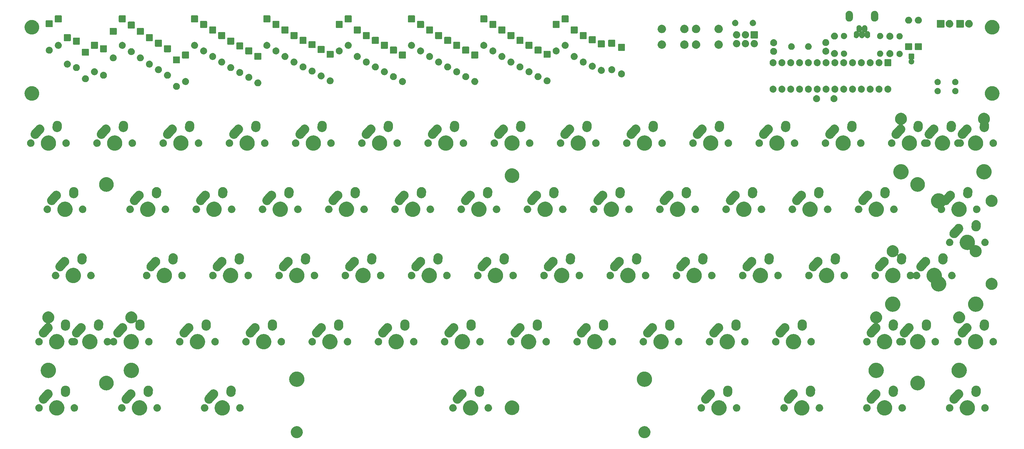
<source format=gbs>
G04 #@! TF.GenerationSoftware,KiCad,Pcbnew,5.99.0-unknown-281d77f~86~ubuntu18.04.1*
G04 #@! TF.CreationDate,2019-09-26T22:21:27+01:00*
G04 #@! TF.ProjectId,gingham,67696e67-6861-46d2-9e6b-696361645f70,V1.0*
G04 #@! TF.SameCoordinates,Original*
G04 #@! TF.FileFunction,Soldermask,Bot*
G04 #@! TF.FilePolarity,Negative*
%FSLAX46Y46*%
G04 Gerber Fmt 4.6, Leading zero omitted, Abs format (unit mm)*
G04 Created by KiCad (PCBNEW 5.99.0-unknown-281d77f~86~ubuntu18.04.1) date 2019-09-26 22:21:27*
%MOMM*%
%LPD*%
G04 APERTURE LIST*
%ADD10C,0.100000*%
G04 APERTURE END LIST*
D10*
G36*
X226327714Y-164802439D02*
G01*
X226428847Y-164807828D01*
X226458508Y-164813998D01*
X226485536Y-164816386D01*
X226583514Y-164839999D01*
X226685647Y-164861243D01*
X226711204Y-164870773D01*
X226734648Y-164876423D01*
X226830802Y-164915369D01*
X226931413Y-164952886D01*
X226952600Y-164964703D01*
X226972149Y-164972621D01*
X227064065Y-165026872D01*
X227160489Y-165080651D01*
X227177248Y-165093674D01*
X227192822Y-165102866D01*
X227278023Y-165171983D01*
X227367604Y-165241595D01*
X227380124Y-165254812D01*
X227391818Y-165264298D01*
X227467815Y-165347380D01*
X227547991Y-165432015D01*
X227556648Y-165444493D01*
X227564769Y-165453372D01*
X227629276Y-165549187D01*
X227697499Y-165647531D01*
X227702837Y-165658451D01*
X227707874Y-165665933D01*
X227758753Y-165772843D01*
X227812688Y-165883181D01*
X227815409Y-165891892D01*
X227817988Y-165897310D01*
X227853271Y-166013079D01*
X227890907Y-166133543D01*
X227891826Y-166139581D01*
X227892692Y-166142424D01*
X227910752Y-166263995D01*
X227930356Y-166392856D01*
X227928575Y-166452861D01*
X227920712Y-166743464D01*
X227919820Y-166747827D01*
X227919632Y-166754172D01*
X227893634Y-166875959D01*
X227869669Y-166993226D01*
X227867098Y-167000271D01*
X227864874Y-167010689D01*
X227821890Y-167124143D01*
X227781818Y-167233944D01*
X227776788Y-167243188D01*
X227771945Y-167255972D01*
X227713866Y-167358836D01*
X227659354Y-167459025D01*
X227651193Y-167469836D01*
X227642983Y-167484376D01*
X227571933Y-167574826D01*
X227504965Y-167663535D01*
X227493137Y-167675138D01*
X227480956Y-167690645D01*
X227399283Y-167767207D01*
X227322038Y-167842983D01*
X227306182Y-167854482D01*
X227289594Y-167870032D01*
X227199820Y-167931617D01*
X227114610Y-167993412D01*
X227094547Y-168003834D01*
X227073299Y-168018410D01*
X226977956Y-168064398D01*
X226887207Y-168111538D01*
X226862973Y-168119859D01*
X226837049Y-168132363D01*
X226738782Y-168162500D01*
X226644855Y-168194750D01*
X226616682Y-168199946D01*
X226586280Y-168209270D01*
X226487590Y-168223755D01*
X226392866Y-168241226D01*
X226361222Y-168242303D01*
X226326764Y-168247361D01*
X226230021Y-168246770D01*
X226136767Y-168249945D01*
X226102323Y-168245990D01*
X226064472Y-168245759D01*
X225971922Y-168231018D01*
X225882199Y-168220716D01*
X225845803Y-168210930D01*
X225805441Y-168204501D01*
X225719074Y-168176855D01*
X225634741Y-168154179D01*
X225597421Y-168137913D01*
X225555631Y-168124536D01*
X225477165Y-168085500D01*
X225399846Y-168051800D01*
X225362779Y-168028593D01*
X225320791Y-168007704D01*
X225251595Y-167958982D01*
X225182652Y-167915818D01*
X225147139Y-167885433D01*
X225106324Y-167856695D01*
X225047473Y-167800160D01*
X224987954Y-167749236D01*
X224955346Y-167711659D01*
X224917168Y-167674983D01*
X224869374Y-167612584D01*
X224820009Y-167555696D01*
X224791701Y-167511176D01*
X224757673Y-167466750D01*
X224721323Y-167400493D01*
X224682517Y-167339463D01*
X224659877Y-167288491D01*
X224631511Y-167236788D01*
X224606634Y-167168624D01*
X224578500Y-167105284D01*
X224562841Y-167048629D01*
X224541586Y-166990388D01*
X224527900Y-166922208D01*
X224510237Y-166858300D01*
X224502761Y-166796967D01*
X224489965Y-166733221D01*
X224486889Y-166666762D01*
X224479231Y-166603938D01*
X224480984Y-166539169D01*
X224477838Y-166471205D01*
X224484532Y-166408050D01*
X224486162Y-166347796D01*
X224497993Y-166281039D01*
X224505483Y-166210369D01*
X224520886Y-166151864D01*
X224530879Y-166095478D01*
X224553403Y-166028355D01*
X224572264Y-165956716D01*
X224595136Y-165903988D01*
X224612399Y-165852544D01*
X224645970Y-165786800D01*
X224676645Y-165716083D01*
X224705619Y-165669985D01*
X224728927Y-165624338D01*
X224773593Y-165561835D01*
X224816223Y-165494008D01*
X224849868Y-165455098D01*
X224877912Y-165415855D01*
X224933403Y-165358492D01*
X224987786Y-165295600D01*
X225024634Y-165264185D01*
X225056076Y-165231682D01*
X225121825Y-165181322D01*
X225187386Y-165125427D01*
X225225993Y-165101536D01*
X225259505Y-165075868D01*
X225334604Y-165034325D01*
X225410431Y-164987402D01*
X225449423Y-164970811D01*
X225483721Y-164951838D01*
X225566944Y-164920805D01*
X225651787Y-164884704D01*
X225689920Y-164874949D01*
X225723822Y-164862307D01*
X225813654Y-164843295D01*
X225905900Y-164819696D01*
X225942059Y-164816119D01*
X225974508Y-164809251D01*
X226069149Y-164803545D01*
X226166922Y-164793872D01*
X226200191Y-164795645D01*
X226230289Y-164793830D01*
X226327714Y-164802439D01*
X226327714Y-164802439D01*
G37*
G36*
X126327914Y-164802439D02*
G01*
X126429047Y-164807828D01*
X126458708Y-164813998D01*
X126485736Y-164816386D01*
X126583714Y-164839999D01*
X126685847Y-164861243D01*
X126711404Y-164870773D01*
X126734848Y-164876423D01*
X126831002Y-164915369D01*
X126931613Y-164952886D01*
X126952800Y-164964703D01*
X126972349Y-164972621D01*
X127064265Y-165026872D01*
X127160689Y-165080651D01*
X127177448Y-165093674D01*
X127193022Y-165102866D01*
X127278223Y-165171983D01*
X127367804Y-165241595D01*
X127380324Y-165254812D01*
X127392018Y-165264298D01*
X127468015Y-165347380D01*
X127548191Y-165432015D01*
X127556848Y-165444493D01*
X127564969Y-165453372D01*
X127629476Y-165549187D01*
X127697699Y-165647531D01*
X127703037Y-165658451D01*
X127708074Y-165665933D01*
X127758953Y-165772843D01*
X127812888Y-165883181D01*
X127815609Y-165891892D01*
X127818188Y-165897310D01*
X127853471Y-166013079D01*
X127891107Y-166133543D01*
X127892026Y-166139581D01*
X127892892Y-166142424D01*
X127910952Y-166263995D01*
X127930556Y-166392856D01*
X127928775Y-166452861D01*
X127920912Y-166743464D01*
X127920020Y-166747827D01*
X127919832Y-166754172D01*
X127893834Y-166875959D01*
X127869869Y-166993226D01*
X127867298Y-167000271D01*
X127865074Y-167010689D01*
X127822090Y-167124143D01*
X127782018Y-167233944D01*
X127776988Y-167243188D01*
X127772145Y-167255972D01*
X127714066Y-167358836D01*
X127659554Y-167459025D01*
X127651393Y-167469836D01*
X127643183Y-167484376D01*
X127572133Y-167574826D01*
X127505165Y-167663535D01*
X127493337Y-167675138D01*
X127481156Y-167690645D01*
X127399483Y-167767207D01*
X127322238Y-167842983D01*
X127306382Y-167854482D01*
X127289794Y-167870032D01*
X127200020Y-167931617D01*
X127114810Y-167993412D01*
X127094747Y-168003834D01*
X127073499Y-168018410D01*
X126978156Y-168064398D01*
X126887407Y-168111538D01*
X126863173Y-168119859D01*
X126837249Y-168132363D01*
X126738982Y-168162500D01*
X126645055Y-168194750D01*
X126616882Y-168199946D01*
X126586480Y-168209270D01*
X126487790Y-168223755D01*
X126393066Y-168241226D01*
X126361422Y-168242303D01*
X126326964Y-168247361D01*
X126230221Y-168246770D01*
X126136967Y-168249945D01*
X126102523Y-168245990D01*
X126064672Y-168245759D01*
X125972122Y-168231018D01*
X125882399Y-168220716D01*
X125846003Y-168210930D01*
X125805641Y-168204501D01*
X125719274Y-168176855D01*
X125634941Y-168154179D01*
X125597621Y-168137913D01*
X125555831Y-168124536D01*
X125477365Y-168085500D01*
X125400046Y-168051800D01*
X125362979Y-168028593D01*
X125320991Y-168007704D01*
X125251795Y-167958982D01*
X125182852Y-167915818D01*
X125147339Y-167885433D01*
X125106524Y-167856695D01*
X125047673Y-167800160D01*
X124988154Y-167749236D01*
X124955546Y-167711659D01*
X124917368Y-167674983D01*
X124869574Y-167612584D01*
X124820209Y-167555696D01*
X124791901Y-167511176D01*
X124757873Y-167466750D01*
X124721523Y-167400493D01*
X124682717Y-167339463D01*
X124660077Y-167288491D01*
X124631711Y-167236788D01*
X124606834Y-167168624D01*
X124578700Y-167105284D01*
X124563041Y-167048629D01*
X124541786Y-166990388D01*
X124528100Y-166922208D01*
X124510437Y-166858300D01*
X124502961Y-166796967D01*
X124490165Y-166733221D01*
X124487089Y-166666762D01*
X124479431Y-166603938D01*
X124481184Y-166539169D01*
X124478038Y-166471205D01*
X124484732Y-166408050D01*
X124486362Y-166347796D01*
X124498193Y-166281039D01*
X124505683Y-166210369D01*
X124521086Y-166151864D01*
X124531079Y-166095478D01*
X124553603Y-166028355D01*
X124572464Y-165956716D01*
X124595336Y-165903988D01*
X124612599Y-165852544D01*
X124646170Y-165786800D01*
X124676845Y-165716083D01*
X124705819Y-165669985D01*
X124729127Y-165624338D01*
X124773793Y-165561835D01*
X124816423Y-165494008D01*
X124850068Y-165455098D01*
X124878112Y-165415855D01*
X124933603Y-165358492D01*
X124987986Y-165295600D01*
X125024834Y-165264185D01*
X125056276Y-165231682D01*
X125122025Y-165181322D01*
X125187586Y-165125427D01*
X125226193Y-165101536D01*
X125259705Y-165075868D01*
X125334804Y-165034325D01*
X125410631Y-164987402D01*
X125449623Y-164970811D01*
X125483921Y-164951838D01*
X125567144Y-164920805D01*
X125651987Y-164884704D01*
X125690120Y-164874949D01*
X125724022Y-164862307D01*
X125813854Y-164843295D01*
X125906100Y-164819696D01*
X125942259Y-164816119D01*
X125974708Y-164809251D01*
X126069349Y-164803545D01*
X126167122Y-164793872D01*
X126200391Y-164795645D01*
X126230489Y-164793830D01*
X126327914Y-164802439D01*
X126327914Y-164802439D01*
G37*
G36*
X176330551Y-157343708D02*
G01*
X176351961Y-157343727D01*
X176468917Y-157359228D01*
X176595626Y-157373441D01*
X176617731Y-157378952D01*
X176637058Y-157381514D01*
X176752451Y-157412542D01*
X176878416Y-157443948D01*
X176897810Y-157451627D01*
X176914785Y-157456191D01*
X177026479Y-157502570D01*
X177149397Y-157551237D01*
X177165918Y-157560470D01*
X177180391Y-157566480D01*
X177286292Y-157627745D01*
X177403808Y-157693423D01*
X177417412Y-157703600D01*
X177429325Y-157710492D01*
X177527307Y-157785812D01*
X177637179Y-157868007D01*
X177647938Y-157878543D01*
X177657333Y-157885765D01*
X177745376Y-157973962D01*
X177845410Y-158071922D01*
X177853490Y-158082263D01*
X177860514Y-158089300D01*
X177936687Y-158188750D01*
X178024843Y-158301585D01*
X178030513Y-158311249D01*
X178035391Y-158317618D01*
X178097976Y-158426237D01*
X178172325Y-158552963D01*
X178175918Y-158561510D01*
X178178967Y-158566802D01*
X178226490Y-158681815D01*
X178285266Y-158821637D01*
X178287191Y-158828721D01*
X178288793Y-158832599D01*
X178320095Y-158949830D01*
X178361680Y-159102889D01*
X178362396Y-159108252D01*
X178362983Y-159110452D01*
X178377406Y-159220752D01*
X178400226Y-159391776D01*
X178400154Y-159394712D01*
X178400273Y-159395620D01*
X178400023Y-159683211D01*
X178391539Y-159747221D01*
X178390488Y-159790225D01*
X178373757Y-159881387D01*
X178362236Y-159968308D01*
X178348272Y-160020240D01*
X178337876Y-160076884D01*
X178309841Y-160163166D01*
X178287559Y-160246035D01*
X178266211Y-160297447D01*
X178247814Y-160354067D01*
X178209461Y-160434115D01*
X178177270Y-160511641D01*
X178148445Y-160561467D01*
X178121884Y-160616904D01*
X178074356Y-160689534D01*
X178033258Y-160760575D01*
X177997021Y-160807715D01*
X177962298Y-160860777D01*
X177906863Y-160924999D01*
X177857985Y-160988583D01*
X177814561Y-161031931D01*
X177771860Y-161081401D01*
X177709888Y-161136422D01*
X177654450Y-161191764D01*
X177604236Y-161230224D01*
X177553916Y-161274901D01*
X177486822Y-161320157D01*
X177426132Y-161366641D01*
X177369697Y-161399158D01*
X177312295Y-161437876D01*
X177241552Y-161472993D01*
X177176948Y-161510217D01*
X177115007Y-161535811D01*
X177051242Y-161567464D01*
X176978327Y-161592286D01*
X176911151Y-161620043D01*
X176844566Y-161637822D01*
X176775344Y-161661387D01*
X176701700Y-161675969D01*
X176633298Y-161694233D01*
X176563099Y-161703413D01*
X176489447Y-161717996D01*
X176416455Y-161722588D01*
X176348130Y-161731523D01*
X176275456Y-161731460D01*
X176198575Y-161736297D01*
X176127564Y-161731331D01*
X176060539Y-161731273D01*
X175986612Y-161721475D01*
X175907837Y-161715966D01*
X175840019Y-161702045D01*
X175775442Y-161693486D01*
X175701617Y-161673636D01*
X175622343Y-161657363D01*
X175558788Y-161635231D01*
X175497715Y-161618809D01*
X175425381Y-161588773D01*
X175347106Y-161561515D01*
X175288774Y-161532049D01*
X175232109Y-161508520D01*
X175162683Y-161468356D01*
X175086965Y-161430108D01*
X175034647Y-161394286D01*
X174983175Y-161364508D01*
X174918104Y-161314487D01*
X174846487Y-161265450D01*
X174800804Y-161224317D01*
X174755167Y-161189235D01*
X174695860Y-161129825D01*
X174629900Y-161070434D01*
X174591320Y-161025102D01*
X174551986Y-160985700D01*
X174499802Y-160917569D01*
X174441007Y-160848485D01*
X174409807Y-160800072D01*
X174377109Y-160757382D01*
X174333343Y-160681424D01*
X174283127Y-160603504D01*
X174259426Y-160553136D01*
X174233533Y-160508198D01*
X174199347Y-160425463D01*
X174159035Y-160339795D01*
X174142791Y-160288587D01*
X174123707Y-160242401D01*
X174100133Y-160154111D01*
X174070910Y-160061990D01*
X174061917Y-160010988D01*
X174049517Y-159964548D01*
X174037430Y-159872111D01*
X174020301Y-159774970D01*
X174018213Y-159725158D01*
X174012227Y-159679380D01*
X174012310Y-159584309D01*
X174008096Y-159483778D01*
X174012439Y-159436062D01*
X174012477Y-159391789D01*
X174025213Y-159295701D01*
X174034511Y-159193530D01*
X174044696Y-159148700D01*
X174050264Y-159106692D01*
X174075909Y-159011316D01*
X174099081Y-158909326D01*
X174114432Y-158868047D01*
X174124941Y-158828965D01*
X174163511Y-158736078D01*
X174200671Y-158636157D01*
X174220441Y-158598975D01*
X174235230Y-158563359D01*
X174286501Y-158474734D01*
X174337497Y-158378824D01*
X174360885Y-158346156D01*
X174379242Y-158314425D01*
X174442748Y-158231812D01*
X174507156Y-158141848D01*
X174533332Y-158113973D01*
X174554515Y-158086417D01*
X174629532Y-158011530D01*
X174706665Y-157929392D01*
X174734799Y-157906447D01*
X174758050Y-157883236D01*
X174843616Y-157817698D01*
X174932521Y-157745189D01*
X174961801Y-157727176D01*
X174986368Y-157708359D01*
X175081271Y-157653677D01*
X175180754Y-157592475D01*
X175210396Y-157579277D01*
X175235552Y-157564783D01*
X175338385Y-157522293D01*
X175447005Y-157473932D01*
X175476276Y-157465317D01*
X175501349Y-157454957D01*
X175610504Y-157425811D01*
X175726594Y-157391644D01*
X175754845Y-157387270D01*
X175779202Y-157380767D01*
X175892876Y-157365902D01*
X176014611Y-157347057D01*
X176041261Y-157346499D01*
X176064370Y-157343477D01*
X176180707Y-157343578D01*
X176305995Y-157340954D01*
X176330551Y-157343708D01*
X176330551Y-157343708D01*
G37*
G36*
X57268051Y-157343708D02*
G01*
X57289461Y-157343727D01*
X57406417Y-157359228D01*
X57533126Y-157373441D01*
X57555231Y-157378952D01*
X57574558Y-157381514D01*
X57689951Y-157412542D01*
X57815916Y-157443948D01*
X57835310Y-157451627D01*
X57852285Y-157456191D01*
X57963979Y-157502570D01*
X58086897Y-157551237D01*
X58103418Y-157560470D01*
X58117891Y-157566480D01*
X58223792Y-157627745D01*
X58341308Y-157693423D01*
X58354912Y-157703600D01*
X58366825Y-157710492D01*
X58464807Y-157785812D01*
X58574679Y-157868007D01*
X58585438Y-157878543D01*
X58594833Y-157885765D01*
X58682876Y-157973962D01*
X58782910Y-158071922D01*
X58790990Y-158082263D01*
X58798014Y-158089300D01*
X58874187Y-158188750D01*
X58962343Y-158301585D01*
X58968013Y-158311249D01*
X58972891Y-158317618D01*
X59035476Y-158426237D01*
X59109825Y-158552963D01*
X59113418Y-158561510D01*
X59116467Y-158566802D01*
X59163990Y-158681815D01*
X59222766Y-158821637D01*
X59224691Y-158828721D01*
X59226293Y-158832599D01*
X59257595Y-158949830D01*
X59299180Y-159102889D01*
X59299896Y-159108252D01*
X59300483Y-159110452D01*
X59314906Y-159220752D01*
X59337726Y-159391776D01*
X59337654Y-159394712D01*
X59337773Y-159395620D01*
X59337523Y-159683211D01*
X59329039Y-159747221D01*
X59327988Y-159790225D01*
X59311257Y-159881387D01*
X59299736Y-159968308D01*
X59285772Y-160020240D01*
X59275376Y-160076884D01*
X59247341Y-160163166D01*
X59225059Y-160246035D01*
X59203711Y-160297447D01*
X59185314Y-160354067D01*
X59146961Y-160434115D01*
X59114770Y-160511641D01*
X59085945Y-160561467D01*
X59059384Y-160616904D01*
X59011856Y-160689534D01*
X58970758Y-160760575D01*
X58934521Y-160807715D01*
X58899798Y-160860777D01*
X58844363Y-160924999D01*
X58795485Y-160988583D01*
X58752061Y-161031931D01*
X58709360Y-161081401D01*
X58647388Y-161136422D01*
X58591950Y-161191764D01*
X58541736Y-161230224D01*
X58491416Y-161274901D01*
X58424322Y-161320157D01*
X58363632Y-161366641D01*
X58307197Y-161399158D01*
X58249795Y-161437876D01*
X58179052Y-161472993D01*
X58114448Y-161510217D01*
X58052507Y-161535811D01*
X57988742Y-161567464D01*
X57915827Y-161592286D01*
X57848651Y-161620043D01*
X57782066Y-161637822D01*
X57712844Y-161661387D01*
X57639200Y-161675969D01*
X57570798Y-161694233D01*
X57500599Y-161703413D01*
X57426947Y-161717996D01*
X57353955Y-161722588D01*
X57285630Y-161731523D01*
X57212956Y-161731460D01*
X57136075Y-161736297D01*
X57065064Y-161731331D01*
X56998039Y-161731273D01*
X56924112Y-161721475D01*
X56845337Y-161715966D01*
X56777519Y-161702045D01*
X56712942Y-161693486D01*
X56639117Y-161673636D01*
X56559843Y-161657363D01*
X56496288Y-161635231D01*
X56435215Y-161618809D01*
X56362881Y-161588773D01*
X56284606Y-161561515D01*
X56226274Y-161532049D01*
X56169609Y-161508520D01*
X56100183Y-161468356D01*
X56024465Y-161430108D01*
X55972147Y-161394286D01*
X55920675Y-161364508D01*
X55855604Y-161314487D01*
X55783987Y-161265450D01*
X55738304Y-161224317D01*
X55692667Y-161189235D01*
X55633360Y-161129825D01*
X55567400Y-161070434D01*
X55528820Y-161025102D01*
X55489486Y-160985700D01*
X55437302Y-160917569D01*
X55378507Y-160848485D01*
X55347307Y-160800072D01*
X55314609Y-160757382D01*
X55270843Y-160681424D01*
X55220627Y-160603504D01*
X55196926Y-160553136D01*
X55171033Y-160508198D01*
X55136847Y-160425463D01*
X55096535Y-160339795D01*
X55080291Y-160288587D01*
X55061207Y-160242401D01*
X55037633Y-160154111D01*
X55008410Y-160061990D01*
X54999417Y-160010988D01*
X54987017Y-159964548D01*
X54974930Y-159872111D01*
X54957801Y-159774970D01*
X54955713Y-159725158D01*
X54949727Y-159679380D01*
X54949810Y-159584309D01*
X54945596Y-159483778D01*
X54949939Y-159436062D01*
X54949977Y-159391789D01*
X54962713Y-159295701D01*
X54972011Y-159193530D01*
X54982196Y-159148700D01*
X54987764Y-159106692D01*
X55013409Y-159011316D01*
X55036581Y-158909326D01*
X55051932Y-158868047D01*
X55062441Y-158828965D01*
X55101011Y-158736078D01*
X55138171Y-158636157D01*
X55157941Y-158598975D01*
X55172730Y-158563359D01*
X55224001Y-158474734D01*
X55274997Y-158378824D01*
X55298385Y-158346156D01*
X55316742Y-158314425D01*
X55380248Y-158231812D01*
X55444656Y-158141848D01*
X55470832Y-158113973D01*
X55492015Y-158086417D01*
X55567032Y-158011530D01*
X55644165Y-157929392D01*
X55672299Y-157906447D01*
X55695550Y-157883236D01*
X55781116Y-157817698D01*
X55870021Y-157745189D01*
X55899301Y-157727176D01*
X55923868Y-157708359D01*
X56018771Y-157653677D01*
X56118254Y-157592475D01*
X56147896Y-157579277D01*
X56173052Y-157564783D01*
X56275885Y-157522293D01*
X56384505Y-157473932D01*
X56413776Y-157465317D01*
X56438849Y-157454957D01*
X56548004Y-157425811D01*
X56664094Y-157391644D01*
X56692345Y-157387270D01*
X56716702Y-157380767D01*
X56830376Y-157365902D01*
X56952111Y-157347057D01*
X56978761Y-157346499D01*
X57001870Y-157343477D01*
X57118207Y-157343578D01*
X57243495Y-157340954D01*
X57268051Y-157343708D01*
X57268051Y-157343708D01*
G37*
G36*
X81080551Y-157343708D02*
G01*
X81101961Y-157343727D01*
X81218917Y-157359228D01*
X81345626Y-157373441D01*
X81367731Y-157378952D01*
X81387058Y-157381514D01*
X81502451Y-157412542D01*
X81628416Y-157443948D01*
X81647810Y-157451627D01*
X81664785Y-157456191D01*
X81776479Y-157502570D01*
X81899397Y-157551237D01*
X81915918Y-157560470D01*
X81930391Y-157566480D01*
X82036292Y-157627745D01*
X82153808Y-157693423D01*
X82167412Y-157703600D01*
X82179325Y-157710492D01*
X82277307Y-157785812D01*
X82387179Y-157868007D01*
X82397938Y-157878543D01*
X82407333Y-157885765D01*
X82495376Y-157973962D01*
X82595410Y-158071922D01*
X82603490Y-158082263D01*
X82610514Y-158089300D01*
X82686687Y-158188750D01*
X82774843Y-158301585D01*
X82780513Y-158311249D01*
X82785391Y-158317618D01*
X82847976Y-158426237D01*
X82922325Y-158552963D01*
X82925918Y-158561510D01*
X82928967Y-158566802D01*
X82976490Y-158681815D01*
X83035266Y-158821637D01*
X83037191Y-158828721D01*
X83038793Y-158832599D01*
X83070095Y-158949830D01*
X83111680Y-159102889D01*
X83112396Y-159108252D01*
X83112983Y-159110452D01*
X83127406Y-159220752D01*
X83150226Y-159391776D01*
X83150154Y-159394712D01*
X83150273Y-159395620D01*
X83150023Y-159683211D01*
X83141539Y-159747221D01*
X83140488Y-159790225D01*
X83123757Y-159881387D01*
X83112236Y-159968308D01*
X83098272Y-160020240D01*
X83087876Y-160076884D01*
X83059841Y-160163166D01*
X83037559Y-160246035D01*
X83016211Y-160297447D01*
X82997814Y-160354067D01*
X82959461Y-160434115D01*
X82927270Y-160511641D01*
X82898445Y-160561467D01*
X82871884Y-160616904D01*
X82824356Y-160689534D01*
X82783258Y-160760575D01*
X82747021Y-160807715D01*
X82712298Y-160860777D01*
X82656863Y-160924999D01*
X82607985Y-160988583D01*
X82564561Y-161031931D01*
X82521860Y-161081401D01*
X82459888Y-161136422D01*
X82404450Y-161191764D01*
X82354236Y-161230224D01*
X82303916Y-161274901D01*
X82236822Y-161320157D01*
X82176132Y-161366641D01*
X82119697Y-161399158D01*
X82062295Y-161437876D01*
X81991552Y-161472993D01*
X81926948Y-161510217D01*
X81865007Y-161535811D01*
X81801242Y-161567464D01*
X81728327Y-161592286D01*
X81661151Y-161620043D01*
X81594566Y-161637822D01*
X81525344Y-161661387D01*
X81451700Y-161675969D01*
X81383298Y-161694233D01*
X81313099Y-161703413D01*
X81239447Y-161717996D01*
X81166455Y-161722588D01*
X81098130Y-161731523D01*
X81025456Y-161731460D01*
X80948575Y-161736297D01*
X80877564Y-161731331D01*
X80810539Y-161731273D01*
X80736612Y-161721475D01*
X80657837Y-161715966D01*
X80590019Y-161702045D01*
X80525442Y-161693486D01*
X80451617Y-161673636D01*
X80372343Y-161657363D01*
X80308788Y-161635231D01*
X80247715Y-161618809D01*
X80175381Y-161588773D01*
X80097106Y-161561515D01*
X80038774Y-161532049D01*
X79982109Y-161508520D01*
X79912683Y-161468356D01*
X79836965Y-161430108D01*
X79784647Y-161394286D01*
X79733175Y-161364508D01*
X79668104Y-161314487D01*
X79596487Y-161265450D01*
X79550804Y-161224317D01*
X79505167Y-161189235D01*
X79445860Y-161129825D01*
X79379900Y-161070434D01*
X79341320Y-161025102D01*
X79301986Y-160985700D01*
X79249802Y-160917569D01*
X79191007Y-160848485D01*
X79159807Y-160800072D01*
X79127109Y-160757382D01*
X79083343Y-160681424D01*
X79033127Y-160603504D01*
X79009426Y-160553136D01*
X78983533Y-160508198D01*
X78949347Y-160425463D01*
X78909035Y-160339795D01*
X78892791Y-160288587D01*
X78873707Y-160242401D01*
X78850133Y-160154111D01*
X78820910Y-160061990D01*
X78811917Y-160010988D01*
X78799517Y-159964548D01*
X78787430Y-159872111D01*
X78770301Y-159774970D01*
X78768213Y-159725158D01*
X78762227Y-159679380D01*
X78762310Y-159584309D01*
X78758096Y-159483778D01*
X78762439Y-159436062D01*
X78762477Y-159391789D01*
X78775213Y-159295701D01*
X78784511Y-159193530D01*
X78794696Y-159148700D01*
X78800264Y-159106692D01*
X78825909Y-159011316D01*
X78849081Y-158909326D01*
X78864432Y-158868047D01*
X78874941Y-158828965D01*
X78913511Y-158736078D01*
X78950671Y-158636157D01*
X78970441Y-158598975D01*
X78985230Y-158563359D01*
X79036501Y-158474734D01*
X79087497Y-158378824D01*
X79110885Y-158346156D01*
X79129242Y-158314425D01*
X79192748Y-158231812D01*
X79257156Y-158141848D01*
X79283332Y-158113973D01*
X79304515Y-158086417D01*
X79379532Y-158011530D01*
X79456665Y-157929392D01*
X79484799Y-157906447D01*
X79508050Y-157883236D01*
X79593616Y-157817698D01*
X79682521Y-157745189D01*
X79711801Y-157727176D01*
X79736368Y-157708359D01*
X79831271Y-157653677D01*
X79930754Y-157592475D01*
X79960396Y-157579277D01*
X79985552Y-157564783D01*
X80088385Y-157522293D01*
X80197005Y-157473932D01*
X80226276Y-157465317D01*
X80251349Y-157454957D01*
X80360504Y-157425811D01*
X80476594Y-157391644D01*
X80504845Y-157387270D01*
X80529202Y-157380767D01*
X80642876Y-157365902D01*
X80764611Y-157347057D01*
X80791261Y-157346499D01*
X80814370Y-157343477D01*
X80930707Y-157343578D01*
X81055995Y-157340954D01*
X81080551Y-157343708D01*
X81080551Y-157343708D01*
G37*
G36*
X104893051Y-157343708D02*
G01*
X104914461Y-157343727D01*
X105031417Y-157359228D01*
X105158126Y-157373441D01*
X105180231Y-157378952D01*
X105199558Y-157381514D01*
X105314951Y-157412542D01*
X105440916Y-157443948D01*
X105460310Y-157451627D01*
X105477285Y-157456191D01*
X105588979Y-157502570D01*
X105711897Y-157551237D01*
X105728418Y-157560470D01*
X105742891Y-157566480D01*
X105848792Y-157627745D01*
X105966308Y-157693423D01*
X105979912Y-157703600D01*
X105991825Y-157710492D01*
X106089807Y-157785812D01*
X106199679Y-157868007D01*
X106210438Y-157878543D01*
X106219833Y-157885765D01*
X106307876Y-157973962D01*
X106407910Y-158071922D01*
X106415990Y-158082263D01*
X106423014Y-158089300D01*
X106499187Y-158188750D01*
X106587343Y-158301585D01*
X106593013Y-158311249D01*
X106597891Y-158317618D01*
X106660476Y-158426237D01*
X106734825Y-158552963D01*
X106738418Y-158561510D01*
X106741467Y-158566802D01*
X106788990Y-158681815D01*
X106847766Y-158821637D01*
X106849691Y-158828721D01*
X106851293Y-158832599D01*
X106882595Y-158949830D01*
X106924180Y-159102889D01*
X106924896Y-159108252D01*
X106925483Y-159110452D01*
X106939906Y-159220752D01*
X106962726Y-159391776D01*
X106962654Y-159394712D01*
X106962773Y-159395620D01*
X106962523Y-159683211D01*
X106954039Y-159747221D01*
X106952988Y-159790225D01*
X106936257Y-159881387D01*
X106924736Y-159968308D01*
X106910772Y-160020240D01*
X106900376Y-160076884D01*
X106872341Y-160163166D01*
X106850059Y-160246035D01*
X106828711Y-160297447D01*
X106810314Y-160354067D01*
X106771961Y-160434115D01*
X106739770Y-160511641D01*
X106710945Y-160561467D01*
X106684384Y-160616904D01*
X106636856Y-160689534D01*
X106595758Y-160760575D01*
X106559521Y-160807715D01*
X106524798Y-160860777D01*
X106469363Y-160924999D01*
X106420485Y-160988583D01*
X106377061Y-161031931D01*
X106334360Y-161081401D01*
X106272388Y-161136422D01*
X106216950Y-161191764D01*
X106166736Y-161230224D01*
X106116416Y-161274901D01*
X106049322Y-161320157D01*
X105988632Y-161366641D01*
X105932197Y-161399158D01*
X105874795Y-161437876D01*
X105804052Y-161472993D01*
X105739448Y-161510217D01*
X105677507Y-161535811D01*
X105613742Y-161567464D01*
X105540827Y-161592286D01*
X105473651Y-161620043D01*
X105407066Y-161637822D01*
X105337844Y-161661387D01*
X105264200Y-161675969D01*
X105195798Y-161694233D01*
X105125599Y-161703413D01*
X105051947Y-161717996D01*
X104978955Y-161722588D01*
X104910630Y-161731523D01*
X104837956Y-161731460D01*
X104761075Y-161736297D01*
X104690064Y-161731331D01*
X104623039Y-161731273D01*
X104549112Y-161721475D01*
X104470337Y-161715966D01*
X104402519Y-161702045D01*
X104337942Y-161693486D01*
X104264117Y-161673636D01*
X104184843Y-161657363D01*
X104121288Y-161635231D01*
X104060215Y-161618809D01*
X103987881Y-161588773D01*
X103909606Y-161561515D01*
X103851274Y-161532049D01*
X103794609Y-161508520D01*
X103725183Y-161468356D01*
X103649465Y-161430108D01*
X103597147Y-161394286D01*
X103545675Y-161364508D01*
X103480604Y-161314487D01*
X103408987Y-161265450D01*
X103363304Y-161224317D01*
X103317667Y-161189235D01*
X103258360Y-161129825D01*
X103192400Y-161070434D01*
X103153820Y-161025102D01*
X103114486Y-160985700D01*
X103062302Y-160917569D01*
X103003507Y-160848485D01*
X102972307Y-160800072D01*
X102939609Y-160757382D01*
X102895843Y-160681424D01*
X102845627Y-160603504D01*
X102821926Y-160553136D01*
X102796033Y-160508198D01*
X102761847Y-160425463D01*
X102721535Y-160339795D01*
X102705291Y-160288587D01*
X102686207Y-160242401D01*
X102662633Y-160154111D01*
X102633410Y-160061990D01*
X102624417Y-160010988D01*
X102612017Y-159964548D01*
X102599930Y-159872111D01*
X102582801Y-159774970D01*
X102580713Y-159725158D01*
X102574727Y-159679380D01*
X102574810Y-159584309D01*
X102570596Y-159483778D01*
X102574939Y-159436062D01*
X102574977Y-159391789D01*
X102587713Y-159295701D01*
X102597011Y-159193530D01*
X102607196Y-159148700D01*
X102612764Y-159106692D01*
X102638409Y-159011316D01*
X102661581Y-158909326D01*
X102676932Y-158868047D01*
X102687441Y-158828965D01*
X102726011Y-158736078D01*
X102763171Y-158636157D01*
X102782941Y-158598975D01*
X102797730Y-158563359D01*
X102849001Y-158474734D01*
X102899997Y-158378824D01*
X102923385Y-158346156D01*
X102941742Y-158314425D01*
X103005248Y-158231812D01*
X103069656Y-158141848D01*
X103095832Y-158113973D01*
X103117015Y-158086417D01*
X103192032Y-158011530D01*
X103269165Y-157929392D01*
X103297299Y-157906447D01*
X103320550Y-157883236D01*
X103406116Y-157817698D01*
X103495021Y-157745189D01*
X103524301Y-157727176D01*
X103548868Y-157708359D01*
X103643771Y-157653677D01*
X103743254Y-157592475D01*
X103772896Y-157579277D01*
X103798052Y-157564783D01*
X103900885Y-157522293D01*
X104009505Y-157473932D01*
X104038776Y-157465317D01*
X104063849Y-157454957D01*
X104173004Y-157425811D01*
X104289094Y-157391644D01*
X104317345Y-157387270D01*
X104341702Y-157380767D01*
X104455376Y-157365902D01*
X104577111Y-157347057D01*
X104603761Y-157346499D01*
X104626870Y-157343477D01*
X104743207Y-157343578D01*
X104868495Y-157340954D01*
X104893051Y-157343708D01*
X104893051Y-157343708D01*
G37*
G36*
X247768051Y-157343708D02*
G01*
X247789461Y-157343727D01*
X247906417Y-157359228D01*
X248033126Y-157373441D01*
X248055231Y-157378952D01*
X248074558Y-157381514D01*
X248189951Y-157412542D01*
X248315916Y-157443948D01*
X248335310Y-157451627D01*
X248352285Y-157456191D01*
X248463979Y-157502570D01*
X248586897Y-157551237D01*
X248603418Y-157560470D01*
X248617891Y-157566480D01*
X248723792Y-157627745D01*
X248841308Y-157693423D01*
X248854912Y-157703600D01*
X248866825Y-157710492D01*
X248964807Y-157785812D01*
X249074679Y-157868007D01*
X249085438Y-157878543D01*
X249094833Y-157885765D01*
X249182876Y-157973962D01*
X249282910Y-158071922D01*
X249290990Y-158082263D01*
X249298014Y-158089300D01*
X249374187Y-158188750D01*
X249462343Y-158301585D01*
X249468013Y-158311249D01*
X249472891Y-158317618D01*
X249535476Y-158426237D01*
X249609825Y-158552963D01*
X249613418Y-158561510D01*
X249616467Y-158566802D01*
X249663990Y-158681815D01*
X249722766Y-158821637D01*
X249724691Y-158828721D01*
X249726293Y-158832599D01*
X249757595Y-158949830D01*
X249799180Y-159102889D01*
X249799896Y-159108252D01*
X249800483Y-159110452D01*
X249814906Y-159220752D01*
X249837726Y-159391776D01*
X249837654Y-159394712D01*
X249837773Y-159395620D01*
X249837523Y-159683211D01*
X249829039Y-159747221D01*
X249827988Y-159790225D01*
X249811257Y-159881387D01*
X249799736Y-159968308D01*
X249785772Y-160020240D01*
X249775376Y-160076884D01*
X249747341Y-160163166D01*
X249725059Y-160246035D01*
X249703711Y-160297447D01*
X249685314Y-160354067D01*
X249646961Y-160434115D01*
X249614770Y-160511641D01*
X249585945Y-160561467D01*
X249559384Y-160616904D01*
X249511856Y-160689534D01*
X249470758Y-160760575D01*
X249434521Y-160807715D01*
X249399798Y-160860777D01*
X249344363Y-160924999D01*
X249295485Y-160988583D01*
X249252061Y-161031931D01*
X249209360Y-161081401D01*
X249147388Y-161136422D01*
X249091950Y-161191764D01*
X249041736Y-161230224D01*
X248991416Y-161274901D01*
X248924322Y-161320157D01*
X248863632Y-161366641D01*
X248807197Y-161399158D01*
X248749795Y-161437876D01*
X248679052Y-161472993D01*
X248614448Y-161510217D01*
X248552507Y-161535811D01*
X248488742Y-161567464D01*
X248415827Y-161592286D01*
X248348651Y-161620043D01*
X248282066Y-161637822D01*
X248212844Y-161661387D01*
X248139200Y-161675969D01*
X248070798Y-161694233D01*
X248000599Y-161703413D01*
X247926947Y-161717996D01*
X247853955Y-161722588D01*
X247785630Y-161731523D01*
X247712956Y-161731460D01*
X247636075Y-161736297D01*
X247565064Y-161731331D01*
X247498039Y-161731273D01*
X247424112Y-161721475D01*
X247345337Y-161715966D01*
X247277519Y-161702045D01*
X247212942Y-161693486D01*
X247139117Y-161673636D01*
X247059843Y-161657363D01*
X246996288Y-161635231D01*
X246935215Y-161618809D01*
X246862881Y-161588773D01*
X246784606Y-161561515D01*
X246726274Y-161532049D01*
X246669609Y-161508520D01*
X246600183Y-161468356D01*
X246524465Y-161430108D01*
X246472147Y-161394286D01*
X246420675Y-161364508D01*
X246355604Y-161314487D01*
X246283987Y-161265450D01*
X246238304Y-161224317D01*
X246192667Y-161189235D01*
X246133360Y-161129825D01*
X246067400Y-161070434D01*
X246028820Y-161025102D01*
X245989486Y-160985700D01*
X245937302Y-160917569D01*
X245878507Y-160848485D01*
X245847307Y-160800072D01*
X245814609Y-160757382D01*
X245770843Y-160681424D01*
X245720627Y-160603504D01*
X245696926Y-160553136D01*
X245671033Y-160508198D01*
X245636847Y-160425463D01*
X245596535Y-160339795D01*
X245580291Y-160288587D01*
X245561207Y-160242401D01*
X245537633Y-160154111D01*
X245508410Y-160061990D01*
X245499417Y-160010988D01*
X245487017Y-159964548D01*
X245474930Y-159872111D01*
X245457801Y-159774970D01*
X245455713Y-159725158D01*
X245449727Y-159679380D01*
X245449810Y-159584309D01*
X245445596Y-159483778D01*
X245449939Y-159436062D01*
X245449977Y-159391789D01*
X245462713Y-159295701D01*
X245472011Y-159193530D01*
X245482196Y-159148700D01*
X245487764Y-159106692D01*
X245513409Y-159011316D01*
X245536581Y-158909326D01*
X245551932Y-158868047D01*
X245562441Y-158828965D01*
X245601011Y-158736078D01*
X245638171Y-158636157D01*
X245657941Y-158598975D01*
X245672730Y-158563359D01*
X245724001Y-158474734D01*
X245774997Y-158378824D01*
X245798385Y-158346156D01*
X245816742Y-158314425D01*
X245880248Y-158231812D01*
X245944656Y-158141848D01*
X245970832Y-158113973D01*
X245992015Y-158086417D01*
X246067032Y-158011530D01*
X246144165Y-157929392D01*
X246172299Y-157906447D01*
X246195550Y-157883236D01*
X246281116Y-157817698D01*
X246370021Y-157745189D01*
X246399301Y-157727176D01*
X246423868Y-157708359D01*
X246518771Y-157653677D01*
X246618254Y-157592475D01*
X246647896Y-157579277D01*
X246673052Y-157564783D01*
X246775885Y-157522293D01*
X246884505Y-157473932D01*
X246913776Y-157465317D01*
X246938849Y-157454957D01*
X247048004Y-157425811D01*
X247164094Y-157391644D01*
X247192345Y-157387270D01*
X247216702Y-157380767D01*
X247330376Y-157365902D01*
X247452111Y-157347057D01*
X247478761Y-157346499D01*
X247501870Y-157343477D01*
X247618207Y-157343578D01*
X247743495Y-157340954D01*
X247768051Y-157343708D01*
X247768051Y-157343708D01*
G37*
G36*
X271580551Y-157343708D02*
G01*
X271601961Y-157343727D01*
X271718917Y-157359228D01*
X271845626Y-157373441D01*
X271867731Y-157378952D01*
X271887058Y-157381514D01*
X272002451Y-157412542D01*
X272128416Y-157443948D01*
X272147810Y-157451627D01*
X272164785Y-157456191D01*
X272276479Y-157502570D01*
X272399397Y-157551237D01*
X272415918Y-157560470D01*
X272430391Y-157566480D01*
X272536292Y-157627745D01*
X272653808Y-157693423D01*
X272667412Y-157703600D01*
X272679325Y-157710492D01*
X272777307Y-157785812D01*
X272887179Y-157868007D01*
X272897938Y-157878543D01*
X272907333Y-157885765D01*
X272995376Y-157973962D01*
X273095410Y-158071922D01*
X273103490Y-158082263D01*
X273110514Y-158089300D01*
X273186687Y-158188750D01*
X273274843Y-158301585D01*
X273280513Y-158311249D01*
X273285391Y-158317618D01*
X273347976Y-158426237D01*
X273422325Y-158552963D01*
X273425918Y-158561510D01*
X273428967Y-158566802D01*
X273476490Y-158681815D01*
X273535266Y-158821637D01*
X273537191Y-158828721D01*
X273538793Y-158832599D01*
X273570095Y-158949830D01*
X273611680Y-159102889D01*
X273612396Y-159108252D01*
X273612983Y-159110452D01*
X273627406Y-159220752D01*
X273650226Y-159391776D01*
X273650154Y-159394712D01*
X273650273Y-159395620D01*
X273650023Y-159683211D01*
X273641539Y-159747221D01*
X273640488Y-159790225D01*
X273623757Y-159881387D01*
X273612236Y-159968308D01*
X273598272Y-160020240D01*
X273587876Y-160076884D01*
X273559841Y-160163166D01*
X273537559Y-160246035D01*
X273516211Y-160297447D01*
X273497814Y-160354067D01*
X273459461Y-160434115D01*
X273427270Y-160511641D01*
X273398445Y-160561467D01*
X273371884Y-160616904D01*
X273324356Y-160689534D01*
X273283258Y-160760575D01*
X273247021Y-160807715D01*
X273212298Y-160860777D01*
X273156863Y-160924999D01*
X273107985Y-160988583D01*
X273064561Y-161031931D01*
X273021860Y-161081401D01*
X272959888Y-161136422D01*
X272904450Y-161191764D01*
X272854236Y-161230224D01*
X272803916Y-161274901D01*
X272736822Y-161320157D01*
X272676132Y-161366641D01*
X272619697Y-161399158D01*
X272562295Y-161437876D01*
X272491552Y-161472993D01*
X272426948Y-161510217D01*
X272365007Y-161535811D01*
X272301242Y-161567464D01*
X272228327Y-161592286D01*
X272161151Y-161620043D01*
X272094566Y-161637822D01*
X272025344Y-161661387D01*
X271951700Y-161675969D01*
X271883298Y-161694233D01*
X271813099Y-161703413D01*
X271739447Y-161717996D01*
X271666455Y-161722588D01*
X271598130Y-161731523D01*
X271525456Y-161731460D01*
X271448575Y-161736297D01*
X271377564Y-161731331D01*
X271310539Y-161731273D01*
X271236612Y-161721475D01*
X271157837Y-161715966D01*
X271090019Y-161702045D01*
X271025442Y-161693486D01*
X270951617Y-161673636D01*
X270872343Y-161657363D01*
X270808788Y-161635231D01*
X270747715Y-161618809D01*
X270675381Y-161588773D01*
X270597106Y-161561515D01*
X270538774Y-161532049D01*
X270482109Y-161508520D01*
X270412683Y-161468356D01*
X270336965Y-161430108D01*
X270284647Y-161394286D01*
X270233175Y-161364508D01*
X270168104Y-161314487D01*
X270096487Y-161265450D01*
X270050804Y-161224317D01*
X270005167Y-161189235D01*
X269945860Y-161129825D01*
X269879900Y-161070434D01*
X269841320Y-161025102D01*
X269801986Y-160985700D01*
X269749802Y-160917569D01*
X269691007Y-160848485D01*
X269659807Y-160800072D01*
X269627109Y-160757382D01*
X269583343Y-160681424D01*
X269533127Y-160603504D01*
X269509426Y-160553136D01*
X269483533Y-160508198D01*
X269449347Y-160425463D01*
X269409035Y-160339795D01*
X269392791Y-160288587D01*
X269373707Y-160242401D01*
X269350133Y-160154111D01*
X269320910Y-160061990D01*
X269311917Y-160010988D01*
X269299517Y-159964548D01*
X269287430Y-159872111D01*
X269270301Y-159774970D01*
X269268213Y-159725158D01*
X269262227Y-159679380D01*
X269262310Y-159584309D01*
X269258096Y-159483778D01*
X269262439Y-159436062D01*
X269262477Y-159391789D01*
X269275213Y-159295701D01*
X269284511Y-159193530D01*
X269294696Y-159148700D01*
X269300264Y-159106692D01*
X269325909Y-159011316D01*
X269349081Y-158909326D01*
X269364432Y-158868047D01*
X269374941Y-158828965D01*
X269413511Y-158736078D01*
X269450671Y-158636157D01*
X269470441Y-158598975D01*
X269485230Y-158563359D01*
X269536501Y-158474734D01*
X269587497Y-158378824D01*
X269610885Y-158346156D01*
X269629242Y-158314425D01*
X269692748Y-158231812D01*
X269757156Y-158141848D01*
X269783332Y-158113973D01*
X269804515Y-158086417D01*
X269879532Y-158011530D01*
X269956665Y-157929392D01*
X269984799Y-157906447D01*
X270008050Y-157883236D01*
X270093616Y-157817698D01*
X270182521Y-157745189D01*
X270211801Y-157727176D01*
X270236368Y-157708359D01*
X270331271Y-157653677D01*
X270430754Y-157592475D01*
X270460396Y-157579277D01*
X270485552Y-157564783D01*
X270588385Y-157522293D01*
X270697005Y-157473932D01*
X270726276Y-157465317D01*
X270751349Y-157454957D01*
X270860504Y-157425811D01*
X270976594Y-157391644D01*
X271004845Y-157387270D01*
X271029202Y-157380767D01*
X271142876Y-157365902D01*
X271264611Y-157347057D01*
X271291261Y-157346499D01*
X271314370Y-157343477D01*
X271430707Y-157343578D01*
X271555995Y-157340954D01*
X271580551Y-157343708D01*
X271580551Y-157343708D01*
G37*
G36*
X319205551Y-157343708D02*
G01*
X319226961Y-157343727D01*
X319343917Y-157359228D01*
X319470626Y-157373441D01*
X319492731Y-157378952D01*
X319512058Y-157381514D01*
X319627451Y-157412542D01*
X319753416Y-157443948D01*
X319772810Y-157451627D01*
X319789785Y-157456191D01*
X319901479Y-157502570D01*
X320024397Y-157551237D01*
X320040918Y-157560470D01*
X320055391Y-157566480D01*
X320161292Y-157627745D01*
X320278808Y-157693423D01*
X320292412Y-157703600D01*
X320304325Y-157710492D01*
X320402307Y-157785812D01*
X320512179Y-157868007D01*
X320522938Y-157878543D01*
X320532333Y-157885765D01*
X320620376Y-157973962D01*
X320720410Y-158071922D01*
X320728490Y-158082263D01*
X320735514Y-158089300D01*
X320811687Y-158188750D01*
X320899843Y-158301585D01*
X320905513Y-158311249D01*
X320910391Y-158317618D01*
X320972976Y-158426237D01*
X321047325Y-158552963D01*
X321050918Y-158561510D01*
X321053967Y-158566802D01*
X321101490Y-158681815D01*
X321160266Y-158821637D01*
X321162191Y-158828721D01*
X321163793Y-158832599D01*
X321195095Y-158949830D01*
X321236680Y-159102889D01*
X321237396Y-159108252D01*
X321237983Y-159110452D01*
X321252406Y-159220752D01*
X321275226Y-159391776D01*
X321275154Y-159394712D01*
X321275273Y-159395620D01*
X321275023Y-159683211D01*
X321266539Y-159747221D01*
X321265488Y-159790225D01*
X321248757Y-159881387D01*
X321237236Y-159968308D01*
X321223272Y-160020240D01*
X321212876Y-160076884D01*
X321184841Y-160163166D01*
X321162559Y-160246035D01*
X321141211Y-160297447D01*
X321122814Y-160354067D01*
X321084461Y-160434115D01*
X321052270Y-160511641D01*
X321023445Y-160561467D01*
X320996884Y-160616904D01*
X320949356Y-160689534D01*
X320908258Y-160760575D01*
X320872021Y-160807715D01*
X320837298Y-160860777D01*
X320781863Y-160924999D01*
X320732985Y-160988583D01*
X320689561Y-161031931D01*
X320646860Y-161081401D01*
X320584888Y-161136422D01*
X320529450Y-161191764D01*
X320479236Y-161230224D01*
X320428916Y-161274901D01*
X320361822Y-161320157D01*
X320301132Y-161366641D01*
X320244697Y-161399158D01*
X320187295Y-161437876D01*
X320116552Y-161472993D01*
X320051948Y-161510217D01*
X319990007Y-161535811D01*
X319926242Y-161567464D01*
X319853327Y-161592286D01*
X319786151Y-161620043D01*
X319719566Y-161637822D01*
X319650344Y-161661387D01*
X319576700Y-161675969D01*
X319508298Y-161694233D01*
X319438099Y-161703413D01*
X319364447Y-161717996D01*
X319291455Y-161722588D01*
X319223130Y-161731523D01*
X319150456Y-161731460D01*
X319073575Y-161736297D01*
X319002564Y-161731331D01*
X318935539Y-161731273D01*
X318861612Y-161721475D01*
X318782837Y-161715966D01*
X318715019Y-161702045D01*
X318650442Y-161693486D01*
X318576617Y-161673636D01*
X318497343Y-161657363D01*
X318433788Y-161635231D01*
X318372715Y-161618809D01*
X318300381Y-161588773D01*
X318222106Y-161561515D01*
X318163774Y-161532049D01*
X318107109Y-161508520D01*
X318037683Y-161468356D01*
X317961965Y-161430108D01*
X317909647Y-161394286D01*
X317858175Y-161364508D01*
X317793104Y-161314487D01*
X317721487Y-161265450D01*
X317675804Y-161224317D01*
X317630167Y-161189235D01*
X317570860Y-161129825D01*
X317504900Y-161070434D01*
X317466320Y-161025102D01*
X317426986Y-160985700D01*
X317374802Y-160917569D01*
X317316007Y-160848485D01*
X317284807Y-160800072D01*
X317252109Y-160757382D01*
X317208343Y-160681424D01*
X317158127Y-160603504D01*
X317134426Y-160553136D01*
X317108533Y-160508198D01*
X317074347Y-160425463D01*
X317034035Y-160339795D01*
X317017791Y-160288587D01*
X316998707Y-160242401D01*
X316975133Y-160154111D01*
X316945910Y-160061990D01*
X316936917Y-160010988D01*
X316924517Y-159964548D01*
X316912430Y-159872111D01*
X316895301Y-159774970D01*
X316893213Y-159725158D01*
X316887227Y-159679380D01*
X316887310Y-159584309D01*
X316883096Y-159483778D01*
X316887439Y-159436062D01*
X316887477Y-159391789D01*
X316900213Y-159295701D01*
X316909511Y-159193530D01*
X316919696Y-159148700D01*
X316925264Y-159106692D01*
X316950909Y-159011316D01*
X316974081Y-158909326D01*
X316989432Y-158868047D01*
X316999941Y-158828965D01*
X317038511Y-158736078D01*
X317075671Y-158636157D01*
X317095441Y-158598975D01*
X317110230Y-158563359D01*
X317161501Y-158474734D01*
X317212497Y-158378824D01*
X317235885Y-158346156D01*
X317254242Y-158314425D01*
X317317748Y-158231812D01*
X317382156Y-158141848D01*
X317408332Y-158113973D01*
X317429515Y-158086417D01*
X317504532Y-158011530D01*
X317581665Y-157929392D01*
X317609799Y-157906447D01*
X317633050Y-157883236D01*
X317718616Y-157817698D01*
X317807521Y-157745189D01*
X317836801Y-157727176D01*
X317861368Y-157708359D01*
X317956271Y-157653677D01*
X318055754Y-157592475D01*
X318085396Y-157579277D01*
X318110552Y-157564783D01*
X318213385Y-157522293D01*
X318322005Y-157473932D01*
X318351276Y-157465317D01*
X318376349Y-157454957D01*
X318485504Y-157425811D01*
X318601594Y-157391644D01*
X318629845Y-157387270D01*
X318654202Y-157380767D01*
X318767876Y-157365902D01*
X318889611Y-157347057D01*
X318916261Y-157346499D01*
X318939370Y-157343477D01*
X319055707Y-157343578D01*
X319180995Y-157340954D01*
X319205551Y-157343708D01*
X319205551Y-157343708D01*
G37*
G36*
X295393051Y-157343708D02*
G01*
X295414461Y-157343727D01*
X295531417Y-157359228D01*
X295658126Y-157373441D01*
X295680231Y-157378952D01*
X295699558Y-157381514D01*
X295814951Y-157412542D01*
X295940916Y-157443948D01*
X295960310Y-157451627D01*
X295977285Y-157456191D01*
X296088979Y-157502570D01*
X296211897Y-157551237D01*
X296228418Y-157560470D01*
X296242891Y-157566480D01*
X296348792Y-157627745D01*
X296466308Y-157693423D01*
X296479912Y-157703600D01*
X296491825Y-157710492D01*
X296589807Y-157785812D01*
X296699679Y-157868007D01*
X296710438Y-157878543D01*
X296719833Y-157885765D01*
X296807876Y-157973962D01*
X296907910Y-158071922D01*
X296915990Y-158082263D01*
X296923014Y-158089300D01*
X296999187Y-158188750D01*
X297087343Y-158301585D01*
X297093013Y-158311249D01*
X297097891Y-158317618D01*
X297160476Y-158426237D01*
X297234825Y-158552963D01*
X297238418Y-158561510D01*
X297241467Y-158566802D01*
X297288990Y-158681815D01*
X297347766Y-158821637D01*
X297349691Y-158828721D01*
X297351293Y-158832599D01*
X297382595Y-158949830D01*
X297424180Y-159102889D01*
X297424896Y-159108252D01*
X297425483Y-159110452D01*
X297439906Y-159220752D01*
X297462726Y-159391776D01*
X297462654Y-159394712D01*
X297462773Y-159395620D01*
X297462523Y-159683211D01*
X297454039Y-159747221D01*
X297452988Y-159790225D01*
X297436257Y-159881387D01*
X297424736Y-159968308D01*
X297410772Y-160020240D01*
X297400376Y-160076884D01*
X297372341Y-160163166D01*
X297350059Y-160246035D01*
X297328711Y-160297447D01*
X297310314Y-160354067D01*
X297271961Y-160434115D01*
X297239770Y-160511641D01*
X297210945Y-160561467D01*
X297184384Y-160616904D01*
X297136856Y-160689534D01*
X297095758Y-160760575D01*
X297059521Y-160807715D01*
X297024798Y-160860777D01*
X296969363Y-160924999D01*
X296920485Y-160988583D01*
X296877061Y-161031931D01*
X296834360Y-161081401D01*
X296772388Y-161136422D01*
X296716950Y-161191764D01*
X296666736Y-161230224D01*
X296616416Y-161274901D01*
X296549322Y-161320157D01*
X296488632Y-161366641D01*
X296432197Y-161399158D01*
X296374795Y-161437876D01*
X296304052Y-161472993D01*
X296239448Y-161510217D01*
X296177507Y-161535811D01*
X296113742Y-161567464D01*
X296040827Y-161592286D01*
X295973651Y-161620043D01*
X295907066Y-161637822D01*
X295837844Y-161661387D01*
X295764200Y-161675969D01*
X295695798Y-161694233D01*
X295625599Y-161703413D01*
X295551947Y-161717996D01*
X295478955Y-161722588D01*
X295410630Y-161731523D01*
X295337956Y-161731460D01*
X295261075Y-161736297D01*
X295190064Y-161731331D01*
X295123039Y-161731273D01*
X295049112Y-161721475D01*
X294970337Y-161715966D01*
X294902519Y-161702045D01*
X294837942Y-161693486D01*
X294764117Y-161673636D01*
X294684843Y-161657363D01*
X294621288Y-161635231D01*
X294560215Y-161618809D01*
X294487881Y-161588773D01*
X294409606Y-161561515D01*
X294351274Y-161532049D01*
X294294609Y-161508520D01*
X294225183Y-161468356D01*
X294149465Y-161430108D01*
X294097147Y-161394286D01*
X294045675Y-161364508D01*
X293980604Y-161314487D01*
X293908987Y-161265450D01*
X293863304Y-161224317D01*
X293817667Y-161189235D01*
X293758360Y-161129825D01*
X293692400Y-161070434D01*
X293653820Y-161025102D01*
X293614486Y-160985700D01*
X293562302Y-160917569D01*
X293503507Y-160848485D01*
X293472307Y-160800072D01*
X293439609Y-160757382D01*
X293395843Y-160681424D01*
X293345627Y-160603504D01*
X293321926Y-160553136D01*
X293296033Y-160508198D01*
X293261847Y-160425463D01*
X293221535Y-160339795D01*
X293205291Y-160288587D01*
X293186207Y-160242401D01*
X293162633Y-160154111D01*
X293133410Y-160061990D01*
X293124417Y-160010988D01*
X293112017Y-159964548D01*
X293099930Y-159872111D01*
X293082801Y-159774970D01*
X293080713Y-159725158D01*
X293074727Y-159679380D01*
X293074810Y-159584309D01*
X293070596Y-159483778D01*
X293074939Y-159436062D01*
X293074977Y-159391789D01*
X293087713Y-159295701D01*
X293097011Y-159193530D01*
X293107196Y-159148700D01*
X293112764Y-159106692D01*
X293138409Y-159011316D01*
X293161581Y-158909326D01*
X293176932Y-158868047D01*
X293187441Y-158828965D01*
X293226011Y-158736078D01*
X293263171Y-158636157D01*
X293282941Y-158598975D01*
X293297730Y-158563359D01*
X293349001Y-158474734D01*
X293399997Y-158378824D01*
X293423385Y-158346156D01*
X293441742Y-158314425D01*
X293505248Y-158231812D01*
X293569656Y-158141848D01*
X293595832Y-158113973D01*
X293617015Y-158086417D01*
X293692032Y-158011530D01*
X293769165Y-157929392D01*
X293797299Y-157906447D01*
X293820550Y-157883236D01*
X293906116Y-157817698D01*
X293995021Y-157745189D01*
X294024301Y-157727176D01*
X294048868Y-157708359D01*
X294143771Y-157653677D01*
X294243254Y-157592475D01*
X294272896Y-157579277D01*
X294298052Y-157564783D01*
X294400885Y-157522293D01*
X294509505Y-157473932D01*
X294538776Y-157465317D01*
X294563849Y-157454957D01*
X294673004Y-157425811D01*
X294789094Y-157391644D01*
X294817345Y-157387270D01*
X294841702Y-157380767D01*
X294955376Y-157365902D01*
X295077111Y-157347057D01*
X295103761Y-157346499D01*
X295126870Y-157343477D01*
X295243207Y-157343578D01*
X295368495Y-157340954D01*
X295393051Y-157343708D01*
X295393051Y-157343708D01*
G37*
G36*
X188179578Y-157398321D02*
G01*
X188220474Y-157397464D01*
X188320119Y-157408641D01*
X188421584Y-157416092D01*
X188460734Y-157424414D01*
X188497709Y-157428561D01*
X188598663Y-157453731D01*
X188701659Y-157475624D01*
X188735870Y-157487941D01*
X188768399Y-157496051D01*
X188868672Y-157535752D01*
X188971063Y-157572615D01*
X189000046Y-157587767D01*
X189027783Y-157598749D01*
X189125281Y-157653239D01*
X189224811Y-157705272D01*
X189248477Y-157722090D01*
X189271304Y-157734848D01*
X189363858Y-157804087D01*
X189458208Y-157871138D01*
X189476703Y-157888506D01*
X189494682Y-157901956D01*
X189580056Y-157985561D01*
X189666935Y-158067146D01*
X189680604Y-158084025D01*
X189694007Y-158097151D01*
X189770074Y-158194512D01*
X189847129Y-158289667D01*
X189856477Y-158305103D01*
X189865756Y-158316979D01*
X189930440Y-158427230D01*
X189995457Y-158534585D01*
X190001167Y-158547779D01*
X190006932Y-158557606D01*
X190058310Y-158679831D01*
X190109173Y-158797368D01*
X190112051Y-158807675D01*
X190115034Y-158814772D01*
X190151272Y-158948152D01*
X190186173Y-159073152D01*
X190187128Y-159080121D01*
X190188178Y-159083987D01*
X190207727Y-159230502D01*
X190225033Y-159356834D01*
X190221574Y-159687114D01*
X190216048Y-159722004D01*
X190215532Y-159743116D01*
X190194896Y-159855555D01*
X190176782Y-159969921D01*
X190169447Y-159994217D01*
X190165394Y-160016298D01*
X190128467Y-160129949D01*
X190094023Y-160244032D01*
X190084985Y-160263773D01*
X190079185Y-160281623D01*
X190025774Y-160393100D01*
X189974828Y-160504375D01*
X189965162Y-160519606D01*
X189958649Y-160533200D01*
X189888641Y-160640184D01*
X189821404Y-160746133D01*
X189812127Y-160757111D01*
X189805888Y-160766645D01*
X189719244Y-160867023D01*
X189636589Y-160964832D01*
X189628638Y-160971991D01*
X189623604Y-160977823D01*
X189520202Y-161069627D01*
X189423803Y-161156425D01*
X189417986Y-161160378D01*
X189414988Y-161163040D01*
X189292244Y-161245832D01*
X189186984Y-161317367D01*
X189183978Y-161318859D01*
X189183704Y-161319044D01*
X188933829Y-161443083D01*
X188933514Y-161443190D01*
X188930513Y-161444680D01*
X188809978Y-161485245D01*
X188669741Y-161532985D01*
X188665809Y-161533764D01*
X188659137Y-161536009D01*
X188531615Y-161560335D01*
X188396075Y-161587173D01*
X188388390Y-161587656D01*
X188377877Y-161589662D01*
X188249965Y-161596365D01*
X188117648Y-161604690D01*
X188106282Y-161603895D01*
X188091938Y-161604647D01*
X187966994Y-161594155D01*
X187839366Y-161585231D01*
X187824589Y-161582198D01*
X187806610Y-161580688D01*
X187687146Y-161553984D01*
X187566081Y-161529133D01*
X187548359Y-161522961D01*
X187527174Y-161518226D01*
X187415499Y-161476694D01*
X187302627Y-161437388D01*
X187282585Y-161427264D01*
X187258801Y-161418419D01*
X187156785Y-161363719D01*
X187053614Y-161311604D01*
X187032038Y-161296830D01*
X187006455Y-161283113D01*
X186915605Y-161217106D01*
X186823437Y-161153997D01*
X186801264Y-161134032D01*
X186774808Y-161114811D01*
X186696274Y-161039500D01*
X186616115Y-160967325D01*
X186594385Y-160941792D01*
X186568145Y-160916629D01*
X186502756Y-160834128D01*
X186435309Y-160754878D01*
X186415147Y-160723593D01*
X186390291Y-160692232D01*
X186338506Y-160604669D01*
X186284187Y-160520382D01*
X186266774Y-160483377D01*
X186244536Y-160445775D01*
X186206488Y-160355263D01*
X186165404Y-160267954D01*
X186151924Y-160225458D01*
X186133578Y-160181816D01*
X186109099Y-160090458D01*
X186081052Y-160002044D01*
X186072669Y-159954499D01*
X186059470Y-159905241D01*
X186048066Y-159814970D01*
X186032608Y-159727302D01*
X186030432Y-159675379D01*
X186023583Y-159621167D01*
X186024498Y-159533817D01*
X186020925Y-159448576D01*
X186025972Y-159393124D01*
X186026582Y-159334851D01*
X186038813Y-159252021D01*
X186046209Y-159170756D01*
X186059363Y-159112858D01*
X186068410Y-159051591D01*
X186090760Y-158974662D01*
X186108016Y-158898708D01*
X186130002Y-158839591D01*
X186148294Y-158776628D01*
X186179402Y-158706759D01*
X186205257Y-158637237D01*
X186236602Y-158578286D01*
X186264756Y-158515051D01*
X186303148Y-158453131D01*
X186336230Y-158390913D01*
X186377249Y-158333618D01*
X186415640Y-158271700D01*
X186459762Y-158218365D01*
X186498626Y-158164081D01*
X186549397Y-158110015D01*
X186598154Y-158051078D01*
X186646425Y-158006691D01*
X186689595Y-157960719D01*
X186749948Y-157911497D01*
X186808922Y-157857267D01*
X186859781Y-157821919D01*
X186905785Y-157784399D01*
X186975271Y-157741651D01*
X187044043Y-157693853D01*
X187095984Y-157667388D01*
X187143394Y-157638221D01*
X187221323Y-157603525D01*
X187299167Y-157563861D01*
X187350765Y-157545893D01*
X187398254Y-157524749D01*
X187483672Y-157499610D01*
X187569572Y-157469696D01*
X187619554Y-157459618D01*
X187665869Y-157445987D01*
X187757544Y-157431795D01*
X187850255Y-157413101D01*
X187897491Y-157410129D01*
X187941565Y-157403306D01*
X188038070Y-157401285D01*
X188136021Y-157395122D01*
X188179578Y-157398321D01*
X188179578Y-157398321D01*
G37*
G36*
X109933540Y-158465383D02*
G01*
X110004639Y-158468922D01*
X110033448Y-158475971D01*
X110060296Y-158478817D01*
X110131279Y-158499911D01*
X110203889Y-158517678D01*
X110227444Y-158528487D01*
X110249684Y-158535096D01*
X110319208Y-158570597D01*
X110390326Y-158603232D01*
X110408363Y-158616121D01*
X110425643Y-158624945D01*
X110490794Y-158675027D01*
X110557221Y-158722497D01*
X110569910Y-158735845D01*
X110582281Y-158745355D01*
X110640085Y-158809666D01*
X110698552Y-158871170D01*
X110706461Y-158883514D01*
X110714356Y-158892297D01*
X110761897Y-158970030D01*
X110809221Y-159043885D01*
X110813262Y-159054013D01*
X110817442Y-159060848D01*
X110852019Y-159151160D01*
X110885233Y-159234411D01*
X110886576Y-159241418D01*
X110888084Y-159245357D01*
X110907296Y-159349526D01*
X110923846Y-159435873D01*
X110923111Y-159646630D01*
X110917245Y-159676121D01*
X110916744Y-159694630D01*
X110898530Y-159770206D01*
X110883092Y-159847817D01*
X110875085Y-159867486D01*
X110870762Y-159885424D01*
X110836842Y-159961432D01*
X110805751Y-160037808D01*
X110796221Y-160052455D01*
X110790246Y-160065844D01*
X110740561Y-160138002D01*
X110693880Y-160209747D01*
X110684357Y-160219625D01*
X110678199Y-160228569D01*
X110612817Y-160293837D01*
X110551514Y-160357429D01*
X110543368Y-160363165D01*
X110538370Y-160368154D01*
X110457238Y-160423810D01*
X110383790Y-160475526D01*
X110378139Y-160478071D01*
X110375449Y-160479917D01*
X110274588Y-160524718D01*
X110196761Y-160559776D01*
X110140058Y-160573232D01*
X110002738Y-160606074D01*
X110001370Y-160606144D01*
X109997175Y-160607140D01*
X109907985Y-160610956D01*
X109805420Y-160616241D01*
X109800308Y-160615563D01*
X109792233Y-160615909D01*
X109703836Y-160602777D01*
X109609565Y-160590282D01*
X109601050Y-160587507D01*
X109589330Y-160585766D01*
X109507175Y-160556915D01*
X109421713Y-160529065D01*
X109410507Y-160522968D01*
X109395788Y-160517799D01*
X109323163Y-160475446D01*
X109248167Y-160434641D01*
X109235310Y-160424211D01*
X109218590Y-160414460D01*
X109157739Y-160361283D01*
X109094732Y-160310169D01*
X109081529Y-160294683D01*
X109064130Y-160279478D01*
X109016547Y-160218465D01*
X108966551Y-160159824D01*
X108954492Y-160138895D01*
X108937981Y-160117724D01*
X108904396Y-160051952D01*
X108867913Y-159988634D01*
X108858604Y-159962273D01*
X108844695Y-159935034D01*
X108825149Y-159867539D01*
X108802126Y-159802342D01*
X108797186Y-159770975D01*
X108787637Y-159737999D01*
X108781535Y-159671594D01*
X108771389Y-159607165D01*
X108772350Y-159571630D01*
X108768868Y-159533730D01*
X108775072Y-159471015D01*
X108776732Y-159409674D01*
X108784949Y-159371181D01*
X108789063Y-159329598D01*
X108805976Y-159272683D01*
X108817980Y-159216450D01*
X108834530Y-159176594D01*
X108847494Y-159132966D01*
X108873167Y-159083544D01*
X108893745Y-159033986D01*
X108919364Y-158994611D01*
X108942054Y-158950932D01*
X108974317Y-158910153D01*
X109001498Y-158868378D01*
X109036493Y-158831565D01*
X109069329Y-158790062D01*
X109105912Y-158758540D01*
X109137623Y-158725182D01*
X109181847Y-158693110D01*
X109224728Y-158656162D01*
X109263388Y-158633976D01*
X109297561Y-158609194D01*
X109350358Y-158584067D01*
X109402643Y-158554063D01*
X109441281Y-158540796D01*
X109475963Y-158524291D01*
X109536184Y-158508211D01*
X109596655Y-158487448D01*
X109633412Y-158482250D01*
X109666843Y-158473323D01*
X109732848Y-158468187D01*
X109799763Y-158458723D01*
X109833120Y-158460384D01*
X109863827Y-158457994D01*
X109933540Y-158465383D01*
X109933540Y-158465383D01*
G37*
G36*
X314086040Y-158465383D02*
G01*
X314157139Y-158468922D01*
X314185948Y-158475971D01*
X314212796Y-158478817D01*
X314283779Y-158499911D01*
X314356389Y-158517678D01*
X314379944Y-158528487D01*
X314402184Y-158535096D01*
X314471708Y-158570597D01*
X314542826Y-158603232D01*
X314560863Y-158616121D01*
X314578143Y-158624945D01*
X314643294Y-158675027D01*
X314709721Y-158722497D01*
X314722410Y-158735845D01*
X314734781Y-158745355D01*
X314792585Y-158809666D01*
X314851052Y-158871170D01*
X314858961Y-158883514D01*
X314866856Y-158892297D01*
X314914397Y-158970030D01*
X314961721Y-159043885D01*
X314965762Y-159054013D01*
X314969942Y-159060848D01*
X315004519Y-159151160D01*
X315037733Y-159234411D01*
X315039076Y-159241418D01*
X315040584Y-159245357D01*
X315059796Y-159349526D01*
X315076346Y-159435873D01*
X315075611Y-159646630D01*
X315069745Y-159676121D01*
X315069244Y-159694630D01*
X315051030Y-159770206D01*
X315035592Y-159847817D01*
X315027585Y-159867486D01*
X315023262Y-159885424D01*
X314989342Y-159961432D01*
X314958251Y-160037808D01*
X314948721Y-160052455D01*
X314942746Y-160065844D01*
X314893061Y-160138002D01*
X314846380Y-160209747D01*
X314836857Y-160219625D01*
X314830699Y-160228569D01*
X314765317Y-160293837D01*
X314704014Y-160357429D01*
X314695868Y-160363165D01*
X314690870Y-160368154D01*
X314609738Y-160423810D01*
X314536290Y-160475526D01*
X314530639Y-160478071D01*
X314527949Y-160479917D01*
X314427088Y-160524718D01*
X314349261Y-160559776D01*
X314292558Y-160573232D01*
X314155238Y-160606074D01*
X314153870Y-160606144D01*
X314149675Y-160607140D01*
X314060485Y-160610956D01*
X313957920Y-160616241D01*
X313952808Y-160615563D01*
X313944733Y-160615909D01*
X313856336Y-160602777D01*
X313762065Y-160590282D01*
X313753550Y-160587507D01*
X313741830Y-160585766D01*
X313659675Y-160556915D01*
X313574213Y-160529065D01*
X313563007Y-160522968D01*
X313548288Y-160517799D01*
X313475663Y-160475446D01*
X313400667Y-160434641D01*
X313387810Y-160424211D01*
X313371090Y-160414460D01*
X313310239Y-160361283D01*
X313247232Y-160310169D01*
X313234029Y-160294683D01*
X313216630Y-160279478D01*
X313169047Y-160218465D01*
X313119051Y-160159824D01*
X313106992Y-160138895D01*
X313090481Y-160117724D01*
X313056896Y-160051952D01*
X313020413Y-159988634D01*
X313011104Y-159962273D01*
X312997195Y-159935034D01*
X312977649Y-159867539D01*
X312954626Y-159802342D01*
X312949686Y-159770975D01*
X312940137Y-159737999D01*
X312934035Y-159671594D01*
X312923889Y-159607165D01*
X312924850Y-159571630D01*
X312921368Y-159533730D01*
X312927572Y-159471015D01*
X312929232Y-159409674D01*
X312937449Y-159371181D01*
X312941563Y-159329598D01*
X312958476Y-159272683D01*
X312970480Y-159216450D01*
X312987030Y-159176594D01*
X312999994Y-159132966D01*
X313025667Y-159083544D01*
X313046245Y-159033986D01*
X313071864Y-158994611D01*
X313094554Y-158950932D01*
X313126817Y-158910153D01*
X313153998Y-158868378D01*
X313188993Y-158831565D01*
X313221829Y-158790062D01*
X313258412Y-158758540D01*
X313290123Y-158725182D01*
X313334347Y-158693110D01*
X313377228Y-158656162D01*
X313415888Y-158633976D01*
X313450061Y-158609194D01*
X313502858Y-158584067D01*
X313555143Y-158554063D01*
X313593781Y-158540796D01*
X313628463Y-158524291D01*
X313688684Y-158508211D01*
X313749155Y-158487448D01*
X313785912Y-158482250D01*
X313819343Y-158473323D01*
X313885348Y-158468187D01*
X313952263Y-158458723D01*
X313985620Y-158460384D01*
X314016327Y-158457994D01*
X314086040Y-158465383D01*
X314086040Y-158465383D01*
G37*
G36*
X75961040Y-158465383D02*
G01*
X76032139Y-158468922D01*
X76060948Y-158475971D01*
X76087796Y-158478817D01*
X76158779Y-158499911D01*
X76231389Y-158517678D01*
X76254944Y-158528487D01*
X76277184Y-158535096D01*
X76346708Y-158570597D01*
X76417826Y-158603232D01*
X76435863Y-158616121D01*
X76453143Y-158624945D01*
X76518294Y-158675027D01*
X76584721Y-158722497D01*
X76597410Y-158735845D01*
X76609781Y-158745355D01*
X76667585Y-158809666D01*
X76726052Y-158871170D01*
X76733961Y-158883514D01*
X76741856Y-158892297D01*
X76789397Y-158970030D01*
X76836721Y-159043885D01*
X76840762Y-159054013D01*
X76844942Y-159060848D01*
X76879519Y-159151160D01*
X76912733Y-159234411D01*
X76914076Y-159241418D01*
X76915584Y-159245357D01*
X76934796Y-159349526D01*
X76951346Y-159435873D01*
X76950611Y-159646630D01*
X76944745Y-159676121D01*
X76944244Y-159694630D01*
X76926030Y-159770206D01*
X76910592Y-159847817D01*
X76902585Y-159867486D01*
X76898262Y-159885424D01*
X76864342Y-159961432D01*
X76833251Y-160037808D01*
X76823721Y-160052455D01*
X76817746Y-160065844D01*
X76768061Y-160138002D01*
X76721380Y-160209747D01*
X76711857Y-160219625D01*
X76705699Y-160228569D01*
X76640317Y-160293837D01*
X76579014Y-160357429D01*
X76570868Y-160363165D01*
X76565870Y-160368154D01*
X76484738Y-160423810D01*
X76411290Y-160475526D01*
X76405639Y-160478071D01*
X76402949Y-160479917D01*
X76302088Y-160524718D01*
X76224261Y-160559776D01*
X76167558Y-160573232D01*
X76030238Y-160606074D01*
X76028870Y-160606144D01*
X76024675Y-160607140D01*
X75935485Y-160610956D01*
X75832920Y-160616241D01*
X75827808Y-160615563D01*
X75819733Y-160615909D01*
X75731336Y-160602777D01*
X75637065Y-160590282D01*
X75628550Y-160587507D01*
X75616830Y-160585766D01*
X75534675Y-160556915D01*
X75449213Y-160529065D01*
X75438007Y-160522968D01*
X75423288Y-160517799D01*
X75350663Y-160475446D01*
X75275667Y-160434641D01*
X75262810Y-160424211D01*
X75246090Y-160414460D01*
X75185239Y-160361283D01*
X75122232Y-160310169D01*
X75109029Y-160294683D01*
X75091630Y-160279478D01*
X75044047Y-160218465D01*
X74994051Y-160159824D01*
X74981992Y-160138895D01*
X74965481Y-160117724D01*
X74931896Y-160051952D01*
X74895413Y-159988634D01*
X74886104Y-159962273D01*
X74872195Y-159935034D01*
X74852649Y-159867539D01*
X74829626Y-159802342D01*
X74824686Y-159770975D01*
X74815137Y-159737999D01*
X74809035Y-159671594D01*
X74798889Y-159607165D01*
X74799850Y-159571630D01*
X74796368Y-159533730D01*
X74802572Y-159471015D01*
X74804232Y-159409674D01*
X74812449Y-159371181D01*
X74816563Y-159329598D01*
X74833476Y-159272683D01*
X74845480Y-159216450D01*
X74862030Y-159176594D01*
X74874994Y-159132966D01*
X74900667Y-159083544D01*
X74921245Y-159033986D01*
X74946864Y-158994611D01*
X74969554Y-158950932D01*
X75001817Y-158910153D01*
X75028998Y-158868378D01*
X75063993Y-158831565D01*
X75096829Y-158790062D01*
X75133412Y-158758540D01*
X75165123Y-158725182D01*
X75209347Y-158693110D01*
X75252228Y-158656162D01*
X75290888Y-158633976D01*
X75325061Y-158609194D01*
X75377858Y-158584067D01*
X75430143Y-158554063D01*
X75468781Y-158540796D01*
X75503463Y-158524291D01*
X75563684Y-158508211D01*
X75624155Y-158487448D01*
X75660912Y-158482250D01*
X75694343Y-158473323D01*
X75760348Y-158468187D01*
X75827263Y-158458723D01*
X75860620Y-158460384D01*
X75891327Y-158457994D01*
X75961040Y-158465383D01*
X75961040Y-158465383D01*
G37*
G36*
X86121040Y-158465383D02*
G01*
X86192139Y-158468922D01*
X86220948Y-158475971D01*
X86247796Y-158478817D01*
X86318779Y-158499911D01*
X86391389Y-158517678D01*
X86414944Y-158528487D01*
X86437184Y-158535096D01*
X86506708Y-158570597D01*
X86577826Y-158603232D01*
X86595863Y-158616121D01*
X86613143Y-158624945D01*
X86678294Y-158675027D01*
X86744721Y-158722497D01*
X86757410Y-158735845D01*
X86769781Y-158745355D01*
X86827585Y-158809666D01*
X86886052Y-158871170D01*
X86893961Y-158883514D01*
X86901856Y-158892297D01*
X86949397Y-158970030D01*
X86996721Y-159043885D01*
X87000762Y-159054013D01*
X87004942Y-159060848D01*
X87039519Y-159151160D01*
X87072733Y-159234411D01*
X87074076Y-159241418D01*
X87075584Y-159245357D01*
X87094796Y-159349526D01*
X87111346Y-159435873D01*
X87110611Y-159646630D01*
X87104745Y-159676121D01*
X87104244Y-159694630D01*
X87086030Y-159770206D01*
X87070592Y-159847817D01*
X87062585Y-159867486D01*
X87058262Y-159885424D01*
X87024342Y-159961432D01*
X86993251Y-160037808D01*
X86983721Y-160052455D01*
X86977746Y-160065844D01*
X86928061Y-160138002D01*
X86881380Y-160209747D01*
X86871857Y-160219625D01*
X86865699Y-160228569D01*
X86800317Y-160293837D01*
X86739014Y-160357429D01*
X86730868Y-160363165D01*
X86725870Y-160368154D01*
X86644738Y-160423810D01*
X86571290Y-160475526D01*
X86565639Y-160478071D01*
X86562949Y-160479917D01*
X86462088Y-160524718D01*
X86384261Y-160559776D01*
X86327558Y-160573232D01*
X86190238Y-160606074D01*
X86188870Y-160606144D01*
X86184675Y-160607140D01*
X86095485Y-160610956D01*
X85992920Y-160616241D01*
X85987808Y-160615563D01*
X85979733Y-160615909D01*
X85891336Y-160602777D01*
X85797065Y-160590282D01*
X85788550Y-160587507D01*
X85776830Y-160585766D01*
X85694675Y-160556915D01*
X85609213Y-160529065D01*
X85598007Y-160522968D01*
X85583288Y-160517799D01*
X85510663Y-160475446D01*
X85435667Y-160434641D01*
X85422810Y-160424211D01*
X85406090Y-160414460D01*
X85345239Y-160361283D01*
X85282232Y-160310169D01*
X85269029Y-160294683D01*
X85251630Y-160279478D01*
X85204047Y-160218465D01*
X85154051Y-160159824D01*
X85141992Y-160138895D01*
X85125481Y-160117724D01*
X85091896Y-160051952D01*
X85055413Y-159988634D01*
X85046104Y-159962273D01*
X85032195Y-159935034D01*
X85012649Y-159867539D01*
X84989626Y-159802342D01*
X84984686Y-159770975D01*
X84975137Y-159737999D01*
X84969035Y-159671594D01*
X84958889Y-159607165D01*
X84959850Y-159571630D01*
X84956368Y-159533730D01*
X84962572Y-159471015D01*
X84964232Y-159409674D01*
X84972449Y-159371181D01*
X84976563Y-159329598D01*
X84993476Y-159272683D01*
X85005480Y-159216450D01*
X85022030Y-159176594D01*
X85034994Y-159132966D01*
X85060667Y-159083544D01*
X85081245Y-159033986D01*
X85106864Y-158994611D01*
X85129554Y-158950932D01*
X85161817Y-158910153D01*
X85188998Y-158868378D01*
X85223993Y-158831565D01*
X85256829Y-158790062D01*
X85293412Y-158758540D01*
X85325123Y-158725182D01*
X85369347Y-158693110D01*
X85412228Y-158656162D01*
X85450888Y-158633976D01*
X85485061Y-158609194D01*
X85537858Y-158584067D01*
X85590143Y-158554063D01*
X85628781Y-158540796D01*
X85663463Y-158524291D01*
X85723684Y-158508211D01*
X85784155Y-158487448D01*
X85820912Y-158482250D01*
X85854343Y-158473323D01*
X85920348Y-158468187D01*
X85987263Y-158458723D01*
X86020620Y-158460384D01*
X86051327Y-158457994D01*
X86121040Y-158465383D01*
X86121040Y-158465383D01*
G37*
G36*
X62308540Y-158465383D02*
G01*
X62379639Y-158468922D01*
X62408448Y-158475971D01*
X62435296Y-158478817D01*
X62506279Y-158499911D01*
X62578889Y-158517678D01*
X62602444Y-158528487D01*
X62624684Y-158535096D01*
X62694208Y-158570597D01*
X62765326Y-158603232D01*
X62783363Y-158616121D01*
X62800643Y-158624945D01*
X62865794Y-158675027D01*
X62932221Y-158722497D01*
X62944910Y-158735845D01*
X62957281Y-158745355D01*
X63015085Y-158809666D01*
X63073552Y-158871170D01*
X63081461Y-158883514D01*
X63089356Y-158892297D01*
X63136897Y-158970030D01*
X63184221Y-159043885D01*
X63188262Y-159054013D01*
X63192442Y-159060848D01*
X63227019Y-159151160D01*
X63260233Y-159234411D01*
X63261576Y-159241418D01*
X63263084Y-159245357D01*
X63282296Y-159349526D01*
X63298846Y-159435873D01*
X63298111Y-159646630D01*
X63292245Y-159676121D01*
X63291744Y-159694630D01*
X63273530Y-159770206D01*
X63258092Y-159847817D01*
X63250085Y-159867486D01*
X63245762Y-159885424D01*
X63211842Y-159961432D01*
X63180751Y-160037808D01*
X63171221Y-160052455D01*
X63165246Y-160065844D01*
X63115561Y-160138002D01*
X63068880Y-160209747D01*
X63059357Y-160219625D01*
X63053199Y-160228569D01*
X62987817Y-160293837D01*
X62926514Y-160357429D01*
X62918368Y-160363165D01*
X62913370Y-160368154D01*
X62832238Y-160423810D01*
X62758790Y-160475526D01*
X62753139Y-160478071D01*
X62750449Y-160479917D01*
X62649588Y-160524718D01*
X62571761Y-160559776D01*
X62515058Y-160573232D01*
X62377738Y-160606074D01*
X62376370Y-160606144D01*
X62372175Y-160607140D01*
X62282985Y-160610956D01*
X62180420Y-160616241D01*
X62175308Y-160615563D01*
X62167233Y-160615909D01*
X62078836Y-160602777D01*
X61984565Y-160590282D01*
X61976050Y-160587507D01*
X61964330Y-160585766D01*
X61882175Y-160556915D01*
X61796713Y-160529065D01*
X61785507Y-160522968D01*
X61770788Y-160517799D01*
X61698163Y-160475446D01*
X61623167Y-160434641D01*
X61610310Y-160424211D01*
X61593590Y-160414460D01*
X61532739Y-160361283D01*
X61469732Y-160310169D01*
X61456529Y-160294683D01*
X61439130Y-160279478D01*
X61391547Y-160218465D01*
X61341551Y-160159824D01*
X61329492Y-160138895D01*
X61312981Y-160117724D01*
X61279396Y-160051952D01*
X61242913Y-159988634D01*
X61233604Y-159962273D01*
X61219695Y-159935034D01*
X61200149Y-159867539D01*
X61177126Y-159802342D01*
X61172186Y-159770975D01*
X61162637Y-159737999D01*
X61156535Y-159671594D01*
X61146389Y-159607165D01*
X61147350Y-159571630D01*
X61143868Y-159533730D01*
X61150072Y-159471015D01*
X61151732Y-159409674D01*
X61159949Y-159371181D01*
X61164063Y-159329598D01*
X61180976Y-159272683D01*
X61192980Y-159216450D01*
X61209530Y-159176594D01*
X61222494Y-159132966D01*
X61248167Y-159083544D01*
X61268745Y-159033986D01*
X61294364Y-158994611D01*
X61317054Y-158950932D01*
X61349317Y-158910153D01*
X61376498Y-158868378D01*
X61411493Y-158831565D01*
X61444329Y-158790062D01*
X61480912Y-158758540D01*
X61512623Y-158725182D01*
X61556847Y-158693110D01*
X61599728Y-158656162D01*
X61638388Y-158633976D01*
X61672561Y-158609194D01*
X61725358Y-158584067D01*
X61777643Y-158554063D01*
X61816281Y-158540796D01*
X61850963Y-158524291D01*
X61911184Y-158508211D01*
X61971655Y-158487448D01*
X62008412Y-158482250D01*
X62041843Y-158473323D01*
X62107848Y-158468187D01*
X62174763Y-158458723D01*
X62208120Y-158460384D01*
X62238827Y-158457994D01*
X62308540Y-158465383D01*
X62308540Y-158465383D01*
G37*
G36*
X171211040Y-158465383D02*
G01*
X171282139Y-158468922D01*
X171310948Y-158475971D01*
X171337796Y-158478817D01*
X171408779Y-158499911D01*
X171481389Y-158517678D01*
X171504944Y-158528487D01*
X171527184Y-158535096D01*
X171596708Y-158570597D01*
X171667826Y-158603232D01*
X171685863Y-158616121D01*
X171703143Y-158624945D01*
X171768294Y-158675027D01*
X171834721Y-158722497D01*
X171847410Y-158735845D01*
X171859781Y-158745355D01*
X171917585Y-158809666D01*
X171976052Y-158871170D01*
X171983961Y-158883514D01*
X171991856Y-158892297D01*
X172039397Y-158970030D01*
X172086721Y-159043885D01*
X172090762Y-159054013D01*
X172094942Y-159060848D01*
X172129519Y-159151160D01*
X172162733Y-159234411D01*
X172164076Y-159241418D01*
X172165584Y-159245357D01*
X172184796Y-159349526D01*
X172201346Y-159435873D01*
X172200611Y-159646630D01*
X172194745Y-159676121D01*
X172194244Y-159694630D01*
X172176030Y-159770206D01*
X172160592Y-159847817D01*
X172152585Y-159867486D01*
X172148262Y-159885424D01*
X172114342Y-159961432D01*
X172083251Y-160037808D01*
X172073721Y-160052455D01*
X172067746Y-160065844D01*
X172018061Y-160138002D01*
X171971380Y-160209747D01*
X171961857Y-160219625D01*
X171955699Y-160228569D01*
X171890317Y-160293837D01*
X171829014Y-160357429D01*
X171820868Y-160363165D01*
X171815870Y-160368154D01*
X171734738Y-160423810D01*
X171661290Y-160475526D01*
X171655639Y-160478071D01*
X171652949Y-160479917D01*
X171552088Y-160524718D01*
X171474261Y-160559776D01*
X171417558Y-160573232D01*
X171280238Y-160606074D01*
X171278870Y-160606144D01*
X171274675Y-160607140D01*
X171185485Y-160610956D01*
X171082920Y-160616241D01*
X171077808Y-160615563D01*
X171069733Y-160615909D01*
X170981336Y-160602777D01*
X170887065Y-160590282D01*
X170878550Y-160587507D01*
X170866830Y-160585766D01*
X170784675Y-160556915D01*
X170699213Y-160529065D01*
X170688007Y-160522968D01*
X170673288Y-160517799D01*
X170600663Y-160475446D01*
X170525667Y-160434641D01*
X170512810Y-160424211D01*
X170496090Y-160414460D01*
X170435239Y-160361283D01*
X170372232Y-160310169D01*
X170359029Y-160294683D01*
X170341630Y-160279478D01*
X170294047Y-160218465D01*
X170244051Y-160159824D01*
X170231992Y-160138895D01*
X170215481Y-160117724D01*
X170181896Y-160051952D01*
X170145413Y-159988634D01*
X170136104Y-159962273D01*
X170122195Y-159935034D01*
X170102649Y-159867539D01*
X170079626Y-159802342D01*
X170074686Y-159770975D01*
X170065137Y-159737999D01*
X170059035Y-159671594D01*
X170048889Y-159607165D01*
X170049850Y-159571630D01*
X170046368Y-159533730D01*
X170052572Y-159471015D01*
X170054232Y-159409674D01*
X170062449Y-159371181D01*
X170066563Y-159329598D01*
X170083476Y-159272683D01*
X170095480Y-159216450D01*
X170112030Y-159176594D01*
X170124994Y-159132966D01*
X170150667Y-159083544D01*
X170171245Y-159033986D01*
X170196864Y-158994611D01*
X170219554Y-158950932D01*
X170251817Y-158910153D01*
X170278998Y-158868378D01*
X170313993Y-158831565D01*
X170346829Y-158790062D01*
X170383412Y-158758540D01*
X170415123Y-158725182D01*
X170459347Y-158693110D01*
X170502228Y-158656162D01*
X170540888Y-158633976D01*
X170575061Y-158609194D01*
X170627858Y-158584067D01*
X170680143Y-158554063D01*
X170718781Y-158540796D01*
X170753463Y-158524291D01*
X170813684Y-158508211D01*
X170874155Y-158487448D01*
X170910912Y-158482250D01*
X170944343Y-158473323D01*
X171010348Y-158468187D01*
X171077263Y-158458723D01*
X171110620Y-158460384D01*
X171141327Y-158457994D01*
X171211040Y-158465383D01*
X171211040Y-158465383D01*
G37*
G36*
X181371040Y-158465383D02*
G01*
X181442139Y-158468922D01*
X181470948Y-158475971D01*
X181497796Y-158478817D01*
X181568779Y-158499911D01*
X181641389Y-158517678D01*
X181664944Y-158528487D01*
X181687184Y-158535096D01*
X181756708Y-158570597D01*
X181827826Y-158603232D01*
X181845863Y-158616121D01*
X181863143Y-158624945D01*
X181928294Y-158675027D01*
X181994721Y-158722497D01*
X182007410Y-158735845D01*
X182019781Y-158745355D01*
X182077585Y-158809666D01*
X182136052Y-158871170D01*
X182143961Y-158883514D01*
X182151856Y-158892297D01*
X182199397Y-158970030D01*
X182246721Y-159043885D01*
X182250762Y-159054013D01*
X182254942Y-159060848D01*
X182289519Y-159151160D01*
X182322733Y-159234411D01*
X182324076Y-159241418D01*
X182325584Y-159245357D01*
X182344796Y-159349526D01*
X182361346Y-159435873D01*
X182360611Y-159646630D01*
X182354745Y-159676121D01*
X182354244Y-159694630D01*
X182336030Y-159770206D01*
X182320592Y-159847817D01*
X182312585Y-159867486D01*
X182308262Y-159885424D01*
X182274342Y-159961432D01*
X182243251Y-160037808D01*
X182233721Y-160052455D01*
X182227746Y-160065844D01*
X182178061Y-160138002D01*
X182131380Y-160209747D01*
X182121857Y-160219625D01*
X182115699Y-160228569D01*
X182050317Y-160293837D01*
X181989014Y-160357429D01*
X181980868Y-160363165D01*
X181975870Y-160368154D01*
X181894738Y-160423810D01*
X181821290Y-160475526D01*
X181815639Y-160478071D01*
X181812949Y-160479917D01*
X181712088Y-160524718D01*
X181634261Y-160559776D01*
X181577558Y-160573232D01*
X181440238Y-160606074D01*
X181438870Y-160606144D01*
X181434675Y-160607140D01*
X181345485Y-160610956D01*
X181242920Y-160616241D01*
X181237808Y-160615563D01*
X181229733Y-160615909D01*
X181141336Y-160602777D01*
X181047065Y-160590282D01*
X181038550Y-160587507D01*
X181026830Y-160585766D01*
X180944675Y-160556915D01*
X180859213Y-160529065D01*
X180848007Y-160522968D01*
X180833288Y-160517799D01*
X180760663Y-160475446D01*
X180685667Y-160434641D01*
X180672810Y-160424211D01*
X180656090Y-160414460D01*
X180595239Y-160361283D01*
X180532232Y-160310169D01*
X180519029Y-160294683D01*
X180501630Y-160279478D01*
X180454047Y-160218465D01*
X180404051Y-160159824D01*
X180391992Y-160138895D01*
X180375481Y-160117724D01*
X180341896Y-160051952D01*
X180305413Y-159988634D01*
X180296104Y-159962273D01*
X180282195Y-159935034D01*
X180262649Y-159867539D01*
X180239626Y-159802342D01*
X180234686Y-159770975D01*
X180225137Y-159737999D01*
X180219035Y-159671594D01*
X180208889Y-159607165D01*
X180209850Y-159571630D01*
X180206368Y-159533730D01*
X180212572Y-159471015D01*
X180214232Y-159409674D01*
X180222449Y-159371181D01*
X180226563Y-159329598D01*
X180243476Y-159272683D01*
X180255480Y-159216450D01*
X180272030Y-159176594D01*
X180284994Y-159132966D01*
X180310667Y-159083544D01*
X180331245Y-159033986D01*
X180356864Y-158994611D01*
X180379554Y-158950932D01*
X180411817Y-158910153D01*
X180438998Y-158868378D01*
X180473993Y-158831565D01*
X180506829Y-158790062D01*
X180543412Y-158758540D01*
X180575123Y-158725182D01*
X180619347Y-158693110D01*
X180662228Y-158656162D01*
X180700888Y-158633976D01*
X180735061Y-158609194D01*
X180787858Y-158584067D01*
X180840143Y-158554063D01*
X180878781Y-158540796D01*
X180913463Y-158524291D01*
X180973684Y-158508211D01*
X181034155Y-158487448D01*
X181070912Y-158482250D01*
X181104343Y-158473323D01*
X181170348Y-158468187D01*
X181237263Y-158458723D01*
X181270620Y-158460384D01*
X181301327Y-158457994D01*
X181371040Y-158465383D01*
X181371040Y-158465383D01*
G37*
G36*
X242648540Y-158465383D02*
G01*
X242719639Y-158468922D01*
X242748448Y-158475971D01*
X242775296Y-158478817D01*
X242846279Y-158499911D01*
X242918889Y-158517678D01*
X242942444Y-158528487D01*
X242964684Y-158535096D01*
X243034208Y-158570597D01*
X243105326Y-158603232D01*
X243123363Y-158616121D01*
X243140643Y-158624945D01*
X243205794Y-158675027D01*
X243272221Y-158722497D01*
X243284910Y-158735845D01*
X243297281Y-158745355D01*
X243355085Y-158809666D01*
X243413552Y-158871170D01*
X243421461Y-158883514D01*
X243429356Y-158892297D01*
X243476897Y-158970030D01*
X243524221Y-159043885D01*
X243528262Y-159054013D01*
X243532442Y-159060848D01*
X243567019Y-159151160D01*
X243600233Y-159234411D01*
X243601576Y-159241418D01*
X243603084Y-159245357D01*
X243622296Y-159349526D01*
X243638846Y-159435873D01*
X243638111Y-159646630D01*
X243632245Y-159676121D01*
X243631744Y-159694630D01*
X243613530Y-159770206D01*
X243598092Y-159847817D01*
X243590085Y-159867486D01*
X243585762Y-159885424D01*
X243551842Y-159961432D01*
X243520751Y-160037808D01*
X243511221Y-160052455D01*
X243505246Y-160065844D01*
X243455561Y-160138002D01*
X243408880Y-160209747D01*
X243399357Y-160219625D01*
X243393199Y-160228569D01*
X243327817Y-160293837D01*
X243266514Y-160357429D01*
X243258368Y-160363165D01*
X243253370Y-160368154D01*
X243172238Y-160423810D01*
X243098790Y-160475526D01*
X243093139Y-160478071D01*
X243090449Y-160479917D01*
X242989588Y-160524718D01*
X242911761Y-160559776D01*
X242855058Y-160573232D01*
X242717738Y-160606074D01*
X242716370Y-160606144D01*
X242712175Y-160607140D01*
X242622985Y-160610956D01*
X242520420Y-160616241D01*
X242515308Y-160615563D01*
X242507233Y-160615909D01*
X242418836Y-160602777D01*
X242324565Y-160590282D01*
X242316050Y-160587507D01*
X242304330Y-160585766D01*
X242222175Y-160556915D01*
X242136713Y-160529065D01*
X242125507Y-160522968D01*
X242110788Y-160517799D01*
X242038163Y-160475446D01*
X241963167Y-160434641D01*
X241950310Y-160424211D01*
X241933590Y-160414460D01*
X241872739Y-160361283D01*
X241809732Y-160310169D01*
X241796529Y-160294683D01*
X241779130Y-160279478D01*
X241731547Y-160218465D01*
X241681551Y-160159824D01*
X241669492Y-160138895D01*
X241652981Y-160117724D01*
X241619396Y-160051952D01*
X241582913Y-159988634D01*
X241573604Y-159962273D01*
X241559695Y-159935034D01*
X241540149Y-159867539D01*
X241517126Y-159802342D01*
X241512186Y-159770975D01*
X241502637Y-159737999D01*
X241496535Y-159671594D01*
X241486389Y-159607165D01*
X241487350Y-159571630D01*
X241483868Y-159533730D01*
X241490072Y-159471015D01*
X241491732Y-159409674D01*
X241499949Y-159371181D01*
X241504063Y-159329598D01*
X241520976Y-159272683D01*
X241532980Y-159216450D01*
X241549530Y-159176594D01*
X241562494Y-159132966D01*
X241588167Y-159083544D01*
X241608745Y-159033986D01*
X241634364Y-158994611D01*
X241657054Y-158950932D01*
X241689317Y-158910153D01*
X241716498Y-158868378D01*
X241751493Y-158831565D01*
X241784329Y-158790062D01*
X241820912Y-158758540D01*
X241852623Y-158725182D01*
X241896847Y-158693110D01*
X241939728Y-158656162D01*
X241978388Y-158633976D01*
X242012561Y-158609194D01*
X242065358Y-158584067D01*
X242117643Y-158554063D01*
X242156281Y-158540796D01*
X242190963Y-158524291D01*
X242251184Y-158508211D01*
X242311655Y-158487448D01*
X242348412Y-158482250D01*
X242381843Y-158473323D01*
X242447848Y-158468187D01*
X242514763Y-158458723D01*
X242548120Y-158460384D01*
X242578827Y-158457994D01*
X242648540Y-158465383D01*
X242648540Y-158465383D01*
G37*
G36*
X266461040Y-158465383D02*
G01*
X266532139Y-158468922D01*
X266560948Y-158475971D01*
X266587796Y-158478817D01*
X266658779Y-158499911D01*
X266731389Y-158517678D01*
X266754944Y-158528487D01*
X266777184Y-158535096D01*
X266846708Y-158570597D01*
X266917826Y-158603232D01*
X266935863Y-158616121D01*
X266953143Y-158624945D01*
X267018294Y-158675027D01*
X267084721Y-158722497D01*
X267097410Y-158735845D01*
X267109781Y-158745355D01*
X267167585Y-158809666D01*
X267226052Y-158871170D01*
X267233961Y-158883514D01*
X267241856Y-158892297D01*
X267289397Y-158970030D01*
X267336721Y-159043885D01*
X267340762Y-159054013D01*
X267344942Y-159060848D01*
X267379519Y-159151160D01*
X267412733Y-159234411D01*
X267414076Y-159241418D01*
X267415584Y-159245357D01*
X267434796Y-159349526D01*
X267451346Y-159435873D01*
X267450611Y-159646630D01*
X267444745Y-159676121D01*
X267444244Y-159694630D01*
X267426030Y-159770206D01*
X267410592Y-159847817D01*
X267402585Y-159867486D01*
X267398262Y-159885424D01*
X267364342Y-159961432D01*
X267333251Y-160037808D01*
X267323721Y-160052455D01*
X267317746Y-160065844D01*
X267268061Y-160138002D01*
X267221380Y-160209747D01*
X267211857Y-160219625D01*
X267205699Y-160228569D01*
X267140317Y-160293837D01*
X267079014Y-160357429D01*
X267070868Y-160363165D01*
X267065870Y-160368154D01*
X266984738Y-160423810D01*
X266911290Y-160475526D01*
X266905639Y-160478071D01*
X266902949Y-160479917D01*
X266802088Y-160524718D01*
X266724261Y-160559776D01*
X266667558Y-160573232D01*
X266530238Y-160606074D01*
X266528870Y-160606144D01*
X266524675Y-160607140D01*
X266435485Y-160610956D01*
X266332920Y-160616241D01*
X266327808Y-160615563D01*
X266319733Y-160615909D01*
X266231336Y-160602777D01*
X266137065Y-160590282D01*
X266128550Y-160587507D01*
X266116830Y-160585766D01*
X266034675Y-160556915D01*
X265949213Y-160529065D01*
X265938007Y-160522968D01*
X265923288Y-160517799D01*
X265850663Y-160475446D01*
X265775667Y-160434641D01*
X265762810Y-160424211D01*
X265746090Y-160414460D01*
X265685239Y-160361283D01*
X265622232Y-160310169D01*
X265609029Y-160294683D01*
X265591630Y-160279478D01*
X265544047Y-160218465D01*
X265494051Y-160159824D01*
X265481992Y-160138895D01*
X265465481Y-160117724D01*
X265431896Y-160051952D01*
X265395413Y-159988634D01*
X265386104Y-159962273D01*
X265372195Y-159935034D01*
X265352649Y-159867539D01*
X265329626Y-159802342D01*
X265324686Y-159770975D01*
X265315137Y-159737999D01*
X265309035Y-159671594D01*
X265298889Y-159607165D01*
X265299850Y-159571630D01*
X265296368Y-159533730D01*
X265302572Y-159471015D01*
X265304232Y-159409674D01*
X265312449Y-159371181D01*
X265316563Y-159329598D01*
X265333476Y-159272683D01*
X265345480Y-159216450D01*
X265362030Y-159176594D01*
X265374994Y-159132966D01*
X265400667Y-159083544D01*
X265421245Y-159033986D01*
X265446864Y-158994611D01*
X265469554Y-158950932D01*
X265501817Y-158910153D01*
X265528998Y-158868378D01*
X265563993Y-158831565D01*
X265596829Y-158790062D01*
X265633412Y-158758540D01*
X265665123Y-158725182D01*
X265709347Y-158693110D01*
X265752228Y-158656162D01*
X265790888Y-158633976D01*
X265825061Y-158609194D01*
X265877858Y-158584067D01*
X265930143Y-158554063D01*
X265968781Y-158540796D01*
X266003463Y-158524291D01*
X266063684Y-158508211D01*
X266124155Y-158487448D01*
X266160912Y-158482250D01*
X266194343Y-158473323D01*
X266260348Y-158468187D01*
X266327263Y-158458723D01*
X266360620Y-158460384D01*
X266391327Y-158457994D01*
X266461040Y-158465383D01*
X266461040Y-158465383D01*
G37*
G36*
X276621040Y-158465383D02*
G01*
X276692139Y-158468922D01*
X276720948Y-158475971D01*
X276747796Y-158478817D01*
X276818779Y-158499911D01*
X276891389Y-158517678D01*
X276914944Y-158528487D01*
X276937184Y-158535096D01*
X277006708Y-158570597D01*
X277077826Y-158603232D01*
X277095863Y-158616121D01*
X277113143Y-158624945D01*
X277178294Y-158675027D01*
X277244721Y-158722497D01*
X277257410Y-158735845D01*
X277269781Y-158745355D01*
X277327585Y-158809666D01*
X277386052Y-158871170D01*
X277393961Y-158883514D01*
X277401856Y-158892297D01*
X277449397Y-158970030D01*
X277496721Y-159043885D01*
X277500762Y-159054013D01*
X277504942Y-159060848D01*
X277539519Y-159151160D01*
X277572733Y-159234411D01*
X277574076Y-159241418D01*
X277575584Y-159245357D01*
X277594796Y-159349526D01*
X277611346Y-159435873D01*
X277610611Y-159646630D01*
X277604745Y-159676121D01*
X277604244Y-159694630D01*
X277586030Y-159770206D01*
X277570592Y-159847817D01*
X277562585Y-159867486D01*
X277558262Y-159885424D01*
X277524342Y-159961432D01*
X277493251Y-160037808D01*
X277483721Y-160052455D01*
X277477746Y-160065844D01*
X277428061Y-160138002D01*
X277381380Y-160209747D01*
X277371857Y-160219625D01*
X277365699Y-160228569D01*
X277300317Y-160293837D01*
X277239014Y-160357429D01*
X277230868Y-160363165D01*
X277225870Y-160368154D01*
X277144738Y-160423810D01*
X277071290Y-160475526D01*
X277065639Y-160478071D01*
X277062949Y-160479917D01*
X276962088Y-160524718D01*
X276884261Y-160559776D01*
X276827558Y-160573232D01*
X276690238Y-160606074D01*
X276688870Y-160606144D01*
X276684675Y-160607140D01*
X276595485Y-160610956D01*
X276492920Y-160616241D01*
X276487808Y-160615563D01*
X276479733Y-160615909D01*
X276391336Y-160602777D01*
X276297065Y-160590282D01*
X276288550Y-160587507D01*
X276276830Y-160585766D01*
X276194675Y-160556915D01*
X276109213Y-160529065D01*
X276098007Y-160522968D01*
X276083288Y-160517799D01*
X276010663Y-160475446D01*
X275935667Y-160434641D01*
X275922810Y-160424211D01*
X275906090Y-160414460D01*
X275845239Y-160361283D01*
X275782232Y-160310169D01*
X275769029Y-160294683D01*
X275751630Y-160279478D01*
X275704047Y-160218465D01*
X275654051Y-160159824D01*
X275641992Y-160138895D01*
X275625481Y-160117724D01*
X275591896Y-160051952D01*
X275555413Y-159988634D01*
X275546104Y-159962273D01*
X275532195Y-159935034D01*
X275512649Y-159867539D01*
X275489626Y-159802342D01*
X275484686Y-159770975D01*
X275475137Y-159737999D01*
X275469035Y-159671594D01*
X275458889Y-159607165D01*
X275459850Y-159571630D01*
X275456368Y-159533730D01*
X275462572Y-159471015D01*
X275464232Y-159409674D01*
X275472449Y-159371181D01*
X275476563Y-159329598D01*
X275493476Y-159272683D01*
X275505480Y-159216450D01*
X275522030Y-159176594D01*
X275534994Y-159132966D01*
X275560667Y-159083544D01*
X275581245Y-159033986D01*
X275606864Y-158994611D01*
X275629554Y-158950932D01*
X275661817Y-158910153D01*
X275688998Y-158868378D01*
X275723993Y-158831565D01*
X275756829Y-158790062D01*
X275793412Y-158758540D01*
X275825123Y-158725182D01*
X275869347Y-158693110D01*
X275912228Y-158656162D01*
X275950888Y-158633976D01*
X275985061Y-158609194D01*
X276037858Y-158584067D01*
X276090143Y-158554063D01*
X276128781Y-158540796D01*
X276163463Y-158524291D01*
X276223684Y-158508211D01*
X276284155Y-158487448D01*
X276320912Y-158482250D01*
X276354343Y-158473323D01*
X276420348Y-158468187D01*
X276487263Y-158458723D01*
X276520620Y-158460384D01*
X276551327Y-158457994D01*
X276621040Y-158465383D01*
X276621040Y-158465383D01*
G37*
G36*
X252808540Y-158465383D02*
G01*
X252879639Y-158468922D01*
X252908448Y-158475971D01*
X252935296Y-158478817D01*
X253006279Y-158499911D01*
X253078889Y-158517678D01*
X253102444Y-158528487D01*
X253124684Y-158535096D01*
X253194208Y-158570597D01*
X253265326Y-158603232D01*
X253283363Y-158616121D01*
X253300643Y-158624945D01*
X253365794Y-158675027D01*
X253432221Y-158722497D01*
X253444910Y-158735845D01*
X253457281Y-158745355D01*
X253515085Y-158809666D01*
X253573552Y-158871170D01*
X253581461Y-158883514D01*
X253589356Y-158892297D01*
X253636897Y-158970030D01*
X253684221Y-159043885D01*
X253688262Y-159054013D01*
X253692442Y-159060848D01*
X253727019Y-159151160D01*
X253760233Y-159234411D01*
X253761576Y-159241418D01*
X253763084Y-159245357D01*
X253782296Y-159349526D01*
X253798846Y-159435873D01*
X253798111Y-159646630D01*
X253792245Y-159676121D01*
X253791744Y-159694630D01*
X253773530Y-159770206D01*
X253758092Y-159847817D01*
X253750085Y-159867486D01*
X253745762Y-159885424D01*
X253711842Y-159961432D01*
X253680751Y-160037808D01*
X253671221Y-160052455D01*
X253665246Y-160065844D01*
X253615561Y-160138002D01*
X253568880Y-160209747D01*
X253559357Y-160219625D01*
X253553199Y-160228569D01*
X253487817Y-160293837D01*
X253426514Y-160357429D01*
X253418368Y-160363165D01*
X253413370Y-160368154D01*
X253332238Y-160423810D01*
X253258790Y-160475526D01*
X253253139Y-160478071D01*
X253250449Y-160479917D01*
X253149588Y-160524718D01*
X253071761Y-160559776D01*
X253015058Y-160573232D01*
X252877738Y-160606074D01*
X252876370Y-160606144D01*
X252872175Y-160607140D01*
X252782985Y-160610956D01*
X252680420Y-160616241D01*
X252675308Y-160615563D01*
X252667233Y-160615909D01*
X252578836Y-160602777D01*
X252484565Y-160590282D01*
X252476050Y-160587507D01*
X252464330Y-160585766D01*
X252382175Y-160556915D01*
X252296713Y-160529065D01*
X252285507Y-160522968D01*
X252270788Y-160517799D01*
X252198163Y-160475446D01*
X252123167Y-160434641D01*
X252110310Y-160424211D01*
X252093590Y-160414460D01*
X252032739Y-160361283D01*
X251969732Y-160310169D01*
X251956529Y-160294683D01*
X251939130Y-160279478D01*
X251891547Y-160218465D01*
X251841551Y-160159824D01*
X251829492Y-160138895D01*
X251812981Y-160117724D01*
X251779396Y-160051952D01*
X251742913Y-159988634D01*
X251733604Y-159962273D01*
X251719695Y-159935034D01*
X251700149Y-159867539D01*
X251677126Y-159802342D01*
X251672186Y-159770975D01*
X251662637Y-159737999D01*
X251656535Y-159671594D01*
X251646389Y-159607165D01*
X251647350Y-159571630D01*
X251643868Y-159533730D01*
X251650072Y-159471015D01*
X251651732Y-159409674D01*
X251659949Y-159371181D01*
X251664063Y-159329598D01*
X251680976Y-159272683D01*
X251692980Y-159216450D01*
X251709530Y-159176594D01*
X251722494Y-159132966D01*
X251748167Y-159083544D01*
X251768745Y-159033986D01*
X251794364Y-158994611D01*
X251817054Y-158950932D01*
X251849317Y-158910153D01*
X251876498Y-158868378D01*
X251911493Y-158831565D01*
X251944329Y-158790062D01*
X251980912Y-158758540D01*
X252012623Y-158725182D01*
X252056847Y-158693110D01*
X252099728Y-158656162D01*
X252138388Y-158633976D01*
X252172561Y-158609194D01*
X252225358Y-158584067D01*
X252277643Y-158554063D01*
X252316281Y-158540796D01*
X252350963Y-158524291D01*
X252411184Y-158508211D01*
X252471655Y-158487448D01*
X252508412Y-158482250D01*
X252541843Y-158473323D01*
X252607848Y-158468187D01*
X252674763Y-158458723D01*
X252708120Y-158460384D01*
X252738827Y-158457994D01*
X252808540Y-158465383D01*
X252808540Y-158465383D01*
G37*
G36*
X290273540Y-158465383D02*
G01*
X290344639Y-158468922D01*
X290373448Y-158475971D01*
X290400296Y-158478817D01*
X290471279Y-158499911D01*
X290543889Y-158517678D01*
X290567444Y-158528487D01*
X290589684Y-158535096D01*
X290659208Y-158570597D01*
X290730326Y-158603232D01*
X290748363Y-158616121D01*
X290765643Y-158624945D01*
X290830794Y-158675027D01*
X290897221Y-158722497D01*
X290909910Y-158735845D01*
X290922281Y-158745355D01*
X290980085Y-158809666D01*
X291038552Y-158871170D01*
X291046461Y-158883514D01*
X291054356Y-158892297D01*
X291101897Y-158970030D01*
X291149221Y-159043885D01*
X291153262Y-159054013D01*
X291157442Y-159060848D01*
X291192019Y-159151160D01*
X291225233Y-159234411D01*
X291226576Y-159241418D01*
X291228084Y-159245357D01*
X291247296Y-159349526D01*
X291263846Y-159435873D01*
X291263111Y-159646630D01*
X291257245Y-159676121D01*
X291256744Y-159694630D01*
X291238530Y-159770206D01*
X291223092Y-159847817D01*
X291215085Y-159867486D01*
X291210762Y-159885424D01*
X291176842Y-159961432D01*
X291145751Y-160037808D01*
X291136221Y-160052455D01*
X291130246Y-160065844D01*
X291080561Y-160138002D01*
X291033880Y-160209747D01*
X291024357Y-160219625D01*
X291018199Y-160228569D01*
X290952817Y-160293837D01*
X290891514Y-160357429D01*
X290883368Y-160363165D01*
X290878370Y-160368154D01*
X290797238Y-160423810D01*
X290723790Y-160475526D01*
X290718139Y-160478071D01*
X290715449Y-160479917D01*
X290614588Y-160524718D01*
X290536761Y-160559776D01*
X290480058Y-160573232D01*
X290342738Y-160606074D01*
X290341370Y-160606144D01*
X290337175Y-160607140D01*
X290247985Y-160610956D01*
X290145420Y-160616241D01*
X290140308Y-160615563D01*
X290132233Y-160615909D01*
X290043836Y-160602777D01*
X289949565Y-160590282D01*
X289941050Y-160587507D01*
X289929330Y-160585766D01*
X289847175Y-160556915D01*
X289761713Y-160529065D01*
X289750507Y-160522968D01*
X289735788Y-160517799D01*
X289663163Y-160475446D01*
X289588167Y-160434641D01*
X289575310Y-160424211D01*
X289558590Y-160414460D01*
X289497739Y-160361283D01*
X289434732Y-160310169D01*
X289421529Y-160294683D01*
X289404130Y-160279478D01*
X289356547Y-160218465D01*
X289306551Y-160159824D01*
X289294492Y-160138895D01*
X289277981Y-160117724D01*
X289244396Y-160051952D01*
X289207913Y-159988634D01*
X289198604Y-159962273D01*
X289184695Y-159935034D01*
X289165149Y-159867539D01*
X289142126Y-159802342D01*
X289137186Y-159770975D01*
X289127637Y-159737999D01*
X289121535Y-159671594D01*
X289111389Y-159607165D01*
X289112350Y-159571630D01*
X289108868Y-159533730D01*
X289115072Y-159471015D01*
X289116732Y-159409674D01*
X289124949Y-159371181D01*
X289129063Y-159329598D01*
X289145976Y-159272683D01*
X289157980Y-159216450D01*
X289174530Y-159176594D01*
X289187494Y-159132966D01*
X289213167Y-159083544D01*
X289233745Y-159033986D01*
X289259364Y-158994611D01*
X289282054Y-158950932D01*
X289314317Y-158910153D01*
X289341498Y-158868378D01*
X289376493Y-158831565D01*
X289409329Y-158790062D01*
X289445912Y-158758540D01*
X289477623Y-158725182D01*
X289521847Y-158693110D01*
X289564728Y-158656162D01*
X289603388Y-158633976D01*
X289637561Y-158609194D01*
X289690358Y-158584067D01*
X289742643Y-158554063D01*
X289781281Y-158540796D01*
X289815963Y-158524291D01*
X289876184Y-158508211D01*
X289936655Y-158487448D01*
X289973412Y-158482250D01*
X290006843Y-158473323D01*
X290072848Y-158468187D01*
X290139763Y-158458723D01*
X290173120Y-158460384D01*
X290203827Y-158457994D01*
X290273540Y-158465383D01*
X290273540Y-158465383D01*
G37*
G36*
X300433540Y-158465383D02*
G01*
X300504639Y-158468922D01*
X300533448Y-158475971D01*
X300560296Y-158478817D01*
X300631279Y-158499911D01*
X300703889Y-158517678D01*
X300727444Y-158528487D01*
X300749684Y-158535096D01*
X300819208Y-158570597D01*
X300890326Y-158603232D01*
X300908363Y-158616121D01*
X300925643Y-158624945D01*
X300990794Y-158675027D01*
X301057221Y-158722497D01*
X301069910Y-158735845D01*
X301082281Y-158745355D01*
X301140085Y-158809666D01*
X301198552Y-158871170D01*
X301206461Y-158883514D01*
X301214356Y-158892297D01*
X301261897Y-158970030D01*
X301309221Y-159043885D01*
X301313262Y-159054013D01*
X301317442Y-159060848D01*
X301352019Y-159151160D01*
X301385233Y-159234411D01*
X301386576Y-159241418D01*
X301388084Y-159245357D01*
X301407296Y-159349526D01*
X301423846Y-159435873D01*
X301423111Y-159646630D01*
X301417245Y-159676121D01*
X301416744Y-159694630D01*
X301398530Y-159770206D01*
X301383092Y-159847817D01*
X301375085Y-159867486D01*
X301370762Y-159885424D01*
X301336842Y-159961432D01*
X301305751Y-160037808D01*
X301296221Y-160052455D01*
X301290246Y-160065844D01*
X301240561Y-160138002D01*
X301193880Y-160209747D01*
X301184357Y-160219625D01*
X301178199Y-160228569D01*
X301112817Y-160293837D01*
X301051514Y-160357429D01*
X301043368Y-160363165D01*
X301038370Y-160368154D01*
X300957238Y-160423810D01*
X300883790Y-160475526D01*
X300878139Y-160478071D01*
X300875449Y-160479917D01*
X300774588Y-160524718D01*
X300696761Y-160559776D01*
X300640058Y-160573232D01*
X300502738Y-160606074D01*
X300501370Y-160606144D01*
X300497175Y-160607140D01*
X300407985Y-160610956D01*
X300305420Y-160616241D01*
X300300308Y-160615563D01*
X300292233Y-160615909D01*
X300203836Y-160602777D01*
X300109565Y-160590282D01*
X300101050Y-160587507D01*
X300089330Y-160585766D01*
X300007175Y-160556915D01*
X299921713Y-160529065D01*
X299910507Y-160522968D01*
X299895788Y-160517799D01*
X299823163Y-160475446D01*
X299748167Y-160434641D01*
X299735310Y-160424211D01*
X299718590Y-160414460D01*
X299657739Y-160361283D01*
X299594732Y-160310169D01*
X299581529Y-160294683D01*
X299564130Y-160279478D01*
X299516547Y-160218465D01*
X299466551Y-160159824D01*
X299454492Y-160138895D01*
X299437981Y-160117724D01*
X299404396Y-160051952D01*
X299367913Y-159988634D01*
X299358604Y-159962273D01*
X299344695Y-159935034D01*
X299325149Y-159867539D01*
X299302126Y-159802342D01*
X299297186Y-159770975D01*
X299287637Y-159737999D01*
X299281535Y-159671594D01*
X299271389Y-159607165D01*
X299272350Y-159571630D01*
X299268868Y-159533730D01*
X299275072Y-159471015D01*
X299276732Y-159409674D01*
X299284949Y-159371181D01*
X299289063Y-159329598D01*
X299305976Y-159272683D01*
X299317980Y-159216450D01*
X299334530Y-159176594D01*
X299347494Y-159132966D01*
X299373167Y-159083544D01*
X299393745Y-159033986D01*
X299419364Y-158994611D01*
X299442054Y-158950932D01*
X299474317Y-158910153D01*
X299501498Y-158868378D01*
X299536493Y-158831565D01*
X299569329Y-158790062D01*
X299605912Y-158758540D01*
X299637623Y-158725182D01*
X299681847Y-158693110D01*
X299724728Y-158656162D01*
X299763388Y-158633976D01*
X299797561Y-158609194D01*
X299850358Y-158584067D01*
X299902643Y-158554063D01*
X299941281Y-158540796D01*
X299975963Y-158524291D01*
X300036184Y-158508211D01*
X300096655Y-158487448D01*
X300133412Y-158482250D01*
X300166843Y-158473323D01*
X300232848Y-158468187D01*
X300299763Y-158458723D01*
X300333120Y-158460384D01*
X300363827Y-158457994D01*
X300433540Y-158465383D01*
X300433540Y-158465383D01*
G37*
G36*
X324246040Y-158465383D02*
G01*
X324317139Y-158468922D01*
X324345948Y-158475971D01*
X324372796Y-158478817D01*
X324443779Y-158499911D01*
X324516389Y-158517678D01*
X324539944Y-158528487D01*
X324562184Y-158535096D01*
X324631708Y-158570597D01*
X324702826Y-158603232D01*
X324720863Y-158616121D01*
X324738143Y-158624945D01*
X324803294Y-158675027D01*
X324869721Y-158722497D01*
X324882410Y-158735845D01*
X324894781Y-158745355D01*
X324952585Y-158809666D01*
X325011052Y-158871170D01*
X325018961Y-158883514D01*
X325026856Y-158892297D01*
X325074397Y-158970030D01*
X325121721Y-159043885D01*
X325125762Y-159054013D01*
X325129942Y-159060848D01*
X325164519Y-159151160D01*
X325197733Y-159234411D01*
X325199076Y-159241418D01*
X325200584Y-159245357D01*
X325219796Y-159349526D01*
X325236346Y-159435873D01*
X325235611Y-159646630D01*
X325229745Y-159676121D01*
X325229244Y-159694630D01*
X325211030Y-159770206D01*
X325195592Y-159847817D01*
X325187585Y-159867486D01*
X325183262Y-159885424D01*
X325149342Y-159961432D01*
X325118251Y-160037808D01*
X325108721Y-160052455D01*
X325102746Y-160065844D01*
X325053061Y-160138002D01*
X325006380Y-160209747D01*
X324996857Y-160219625D01*
X324990699Y-160228569D01*
X324925317Y-160293837D01*
X324864014Y-160357429D01*
X324855868Y-160363165D01*
X324850870Y-160368154D01*
X324769738Y-160423810D01*
X324696290Y-160475526D01*
X324690639Y-160478071D01*
X324687949Y-160479917D01*
X324587088Y-160524718D01*
X324509261Y-160559776D01*
X324452558Y-160573232D01*
X324315238Y-160606074D01*
X324313870Y-160606144D01*
X324309675Y-160607140D01*
X324220485Y-160610956D01*
X324117920Y-160616241D01*
X324112808Y-160615563D01*
X324104733Y-160615909D01*
X324016336Y-160602777D01*
X323922065Y-160590282D01*
X323913550Y-160587507D01*
X323901830Y-160585766D01*
X323819675Y-160556915D01*
X323734213Y-160529065D01*
X323723007Y-160522968D01*
X323708288Y-160517799D01*
X323635663Y-160475446D01*
X323560667Y-160434641D01*
X323547810Y-160424211D01*
X323531090Y-160414460D01*
X323470239Y-160361283D01*
X323407232Y-160310169D01*
X323394029Y-160294683D01*
X323376630Y-160279478D01*
X323329047Y-160218465D01*
X323279051Y-160159824D01*
X323266992Y-160138895D01*
X323250481Y-160117724D01*
X323216896Y-160051952D01*
X323180413Y-159988634D01*
X323171104Y-159962273D01*
X323157195Y-159935034D01*
X323137649Y-159867539D01*
X323114626Y-159802342D01*
X323109686Y-159770975D01*
X323100137Y-159737999D01*
X323094035Y-159671594D01*
X323083889Y-159607165D01*
X323084850Y-159571630D01*
X323081368Y-159533730D01*
X323087572Y-159471015D01*
X323089232Y-159409674D01*
X323097449Y-159371181D01*
X323101563Y-159329598D01*
X323118476Y-159272683D01*
X323130480Y-159216450D01*
X323147030Y-159176594D01*
X323159994Y-159132966D01*
X323185667Y-159083544D01*
X323206245Y-159033986D01*
X323231864Y-158994611D01*
X323254554Y-158950932D01*
X323286817Y-158910153D01*
X323313998Y-158868378D01*
X323348993Y-158831565D01*
X323381829Y-158790062D01*
X323418412Y-158758540D01*
X323450123Y-158725182D01*
X323494347Y-158693110D01*
X323537228Y-158656162D01*
X323575888Y-158633976D01*
X323610061Y-158609194D01*
X323662858Y-158584067D01*
X323715143Y-158554063D01*
X323753781Y-158540796D01*
X323788463Y-158524291D01*
X323848684Y-158508211D01*
X323909155Y-158487448D01*
X323945912Y-158482250D01*
X323979343Y-158473323D01*
X324045348Y-158468187D01*
X324112263Y-158458723D01*
X324145620Y-158460384D01*
X324176327Y-158457994D01*
X324246040Y-158465383D01*
X324246040Y-158465383D01*
G37*
G36*
X52148540Y-158465383D02*
G01*
X52219639Y-158468922D01*
X52248448Y-158475971D01*
X52275296Y-158478817D01*
X52346279Y-158499911D01*
X52418889Y-158517678D01*
X52442444Y-158528487D01*
X52464684Y-158535096D01*
X52534208Y-158570597D01*
X52605326Y-158603232D01*
X52623363Y-158616121D01*
X52640643Y-158624945D01*
X52705794Y-158675027D01*
X52772221Y-158722497D01*
X52784910Y-158735845D01*
X52797281Y-158745355D01*
X52855085Y-158809666D01*
X52913552Y-158871170D01*
X52921461Y-158883514D01*
X52929356Y-158892297D01*
X52976897Y-158970030D01*
X53024221Y-159043885D01*
X53028262Y-159054013D01*
X53032442Y-159060848D01*
X53067019Y-159151160D01*
X53100233Y-159234411D01*
X53101576Y-159241418D01*
X53103084Y-159245357D01*
X53122296Y-159349526D01*
X53138846Y-159435873D01*
X53138111Y-159646630D01*
X53132245Y-159676121D01*
X53131744Y-159694630D01*
X53113530Y-159770206D01*
X53098092Y-159847817D01*
X53090085Y-159867486D01*
X53085762Y-159885424D01*
X53051842Y-159961432D01*
X53020751Y-160037808D01*
X53011221Y-160052455D01*
X53005246Y-160065844D01*
X52955561Y-160138002D01*
X52908880Y-160209747D01*
X52899357Y-160219625D01*
X52893199Y-160228569D01*
X52827817Y-160293837D01*
X52766514Y-160357429D01*
X52758368Y-160363165D01*
X52753370Y-160368154D01*
X52672238Y-160423810D01*
X52598790Y-160475526D01*
X52593139Y-160478071D01*
X52590449Y-160479917D01*
X52489588Y-160524718D01*
X52411761Y-160559776D01*
X52355058Y-160573232D01*
X52217738Y-160606074D01*
X52216370Y-160606144D01*
X52212175Y-160607140D01*
X52122985Y-160610956D01*
X52020420Y-160616241D01*
X52015308Y-160615563D01*
X52007233Y-160615909D01*
X51918836Y-160602777D01*
X51824565Y-160590282D01*
X51816050Y-160587507D01*
X51804330Y-160585766D01*
X51722175Y-160556915D01*
X51636713Y-160529065D01*
X51625507Y-160522968D01*
X51610788Y-160517799D01*
X51538163Y-160475446D01*
X51463167Y-160434641D01*
X51450310Y-160424211D01*
X51433590Y-160414460D01*
X51372739Y-160361283D01*
X51309732Y-160310169D01*
X51296529Y-160294683D01*
X51279130Y-160279478D01*
X51231547Y-160218465D01*
X51181551Y-160159824D01*
X51169492Y-160138895D01*
X51152981Y-160117724D01*
X51119396Y-160051952D01*
X51082913Y-159988634D01*
X51073604Y-159962273D01*
X51059695Y-159935034D01*
X51040149Y-159867539D01*
X51017126Y-159802342D01*
X51012186Y-159770975D01*
X51002637Y-159737999D01*
X50996535Y-159671594D01*
X50986389Y-159607165D01*
X50987350Y-159571630D01*
X50983868Y-159533730D01*
X50990072Y-159471015D01*
X50991732Y-159409674D01*
X50999949Y-159371181D01*
X51004063Y-159329598D01*
X51020976Y-159272683D01*
X51032980Y-159216450D01*
X51049530Y-159176594D01*
X51062494Y-159132966D01*
X51088167Y-159083544D01*
X51108745Y-159033986D01*
X51134364Y-158994611D01*
X51157054Y-158950932D01*
X51189317Y-158910153D01*
X51216498Y-158868378D01*
X51251493Y-158831565D01*
X51284329Y-158790062D01*
X51320912Y-158758540D01*
X51352623Y-158725182D01*
X51396847Y-158693110D01*
X51439728Y-158656162D01*
X51478388Y-158633976D01*
X51512561Y-158609194D01*
X51565358Y-158584067D01*
X51617643Y-158554063D01*
X51656281Y-158540796D01*
X51690963Y-158524291D01*
X51751184Y-158508211D01*
X51811655Y-158487448D01*
X51848412Y-158482250D01*
X51881843Y-158473323D01*
X51947848Y-158468187D01*
X52014763Y-158458723D01*
X52048120Y-158460384D01*
X52078827Y-158457994D01*
X52148540Y-158465383D01*
X52148540Y-158465383D01*
G37*
G36*
X99773540Y-158465383D02*
G01*
X99844639Y-158468922D01*
X99873448Y-158475971D01*
X99900296Y-158478817D01*
X99971279Y-158499911D01*
X100043889Y-158517678D01*
X100067444Y-158528487D01*
X100089684Y-158535096D01*
X100159208Y-158570597D01*
X100230326Y-158603232D01*
X100248363Y-158616121D01*
X100265643Y-158624945D01*
X100330794Y-158675027D01*
X100397221Y-158722497D01*
X100409910Y-158735845D01*
X100422281Y-158745355D01*
X100480085Y-158809666D01*
X100538552Y-158871170D01*
X100546461Y-158883514D01*
X100554356Y-158892297D01*
X100601897Y-158970030D01*
X100649221Y-159043885D01*
X100653262Y-159054013D01*
X100657442Y-159060848D01*
X100692019Y-159151160D01*
X100725233Y-159234411D01*
X100726576Y-159241418D01*
X100728084Y-159245357D01*
X100747296Y-159349526D01*
X100763846Y-159435873D01*
X100763111Y-159646630D01*
X100757245Y-159676121D01*
X100756744Y-159694630D01*
X100738530Y-159770206D01*
X100723092Y-159847817D01*
X100715085Y-159867486D01*
X100710762Y-159885424D01*
X100676842Y-159961432D01*
X100645751Y-160037808D01*
X100636221Y-160052455D01*
X100630246Y-160065844D01*
X100580561Y-160138002D01*
X100533880Y-160209747D01*
X100524357Y-160219625D01*
X100518199Y-160228569D01*
X100452817Y-160293837D01*
X100391514Y-160357429D01*
X100383368Y-160363165D01*
X100378370Y-160368154D01*
X100297238Y-160423810D01*
X100223790Y-160475526D01*
X100218139Y-160478071D01*
X100215449Y-160479917D01*
X100114588Y-160524718D01*
X100036761Y-160559776D01*
X99980058Y-160573232D01*
X99842738Y-160606074D01*
X99841370Y-160606144D01*
X99837175Y-160607140D01*
X99747985Y-160610956D01*
X99645420Y-160616241D01*
X99640308Y-160615563D01*
X99632233Y-160615909D01*
X99543836Y-160602777D01*
X99449565Y-160590282D01*
X99441050Y-160587507D01*
X99429330Y-160585766D01*
X99347175Y-160556915D01*
X99261713Y-160529065D01*
X99250507Y-160522968D01*
X99235788Y-160517799D01*
X99163163Y-160475446D01*
X99088167Y-160434641D01*
X99075310Y-160424211D01*
X99058590Y-160414460D01*
X98997739Y-160361283D01*
X98934732Y-160310169D01*
X98921529Y-160294683D01*
X98904130Y-160279478D01*
X98856547Y-160218465D01*
X98806551Y-160159824D01*
X98794492Y-160138895D01*
X98777981Y-160117724D01*
X98744396Y-160051952D01*
X98707913Y-159988634D01*
X98698604Y-159962273D01*
X98684695Y-159935034D01*
X98665149Y-159867539D01*
X98642126Y-159802342D01*
X98637186Y-159770975D01*
X98627637Y-159737999D01*
X98621535Y-159671594D01*
X98611389Y-159607165D01*
X98612350Y-159571630D01*
X98608868Y-159533730D01*
X98615072Y-159471015D01*
X98616732Y-159409674D01*
X98624949Y-159371181D01*
X98629063Y-159329598D01*
X98645976Y-159272683D01*
X98657980Y-159216450D01*
X98674530Y-159176594D01*
X98687494Y-159132966D01*
X98713167Y-159083544D01*
X98733745Y-159033986D01*
X98759364Y-158994611D01*
X98782054Y-158950932D01*
X98814317Y-158910153D01*
X98841498Y-158868378D01*
X98876493Y-158831565D01*
X98909329Y-158790062D01*
X98945912Y-158758540D01*
X98977623Y-158725182D01*
X99021847Y-158693110D01*
X99064728Y-158656162D01*
X99103388Y-158633976D01*
X99137561Y-158609194D01*
X99190358Y-158584067D01*
X99242643Y-158554063D01*
X99281281Y-158540796D01*
X99315963Y-158524291D01*
X99376184Y-158508211D01*
X99436655Y-158487448D01*
X99473412Y-158482250D01*
X99506843Y-158473323D01*
X99572848Y-158468187D01*
X99639763Y-158458723D01*
X99673120Y-158460384D01*
X99703827Y-158457994D01*
X99773540Y-158465383D01*
X99773540Y-158465383D01*
G37*
G36*
X54723630Y-154212500D02*
G01*
X54759672Y-154212500D01*
X54770368Y-154214386D01*
X54778145Y-154214515D01*
X54791932Y-154217108D01*
X54805616Y-154218716D01*
X54819627Y-154219389D01*
X54867028Y-154229854D01*
X54918026Y-154236026D01*
X54952507Y-154246503D01*
X54987995Y-154252760D01*
X54994925Y-154255282D01*
X54999135Y-154256074D01*
X55012289Y-154260953D01*
X55025501Y-154264842D01*
X55039199Y-154267867D01*
X55087391Y-154287484D01*
X55139857Y-154303425D01*
X55171996Y-154319730D01*
X55205858Y-154332055D01*
X55209225Y-154333999D01*
X55209953Y-154334269D01*
X55222102Y-154341298D01*
X55234479Y-154347361D01*
X55247467Y-154352648D01*
X55294632Y-154381948D01*
X55346614Y-154408321D01*
X55375435Y-154429960D01*
X55406642Y-154447978D01*
X55419915Y-154459115D01*
X55426560Y-154463908D01*
X55438466Y-154471304D01*
X55482631Y-154510446D01*
X55532017Y-154547527D01*
X55554493Y-154571546D01*
X55577477Y-154590662D01*
X55579491Y-154593016D01*
X55584245Y-154597005D01*
X55595290Y-154610168D01*
X55596254Y-154611149D01*
X55606748Y-154620449D01*
X55645877Y-154669203D01*
X55690429Y-154716813D01*
X55706489Y-154741449D01*
X55723657Y-154761515D01*
X55727043Y-154767185D01*
X55733272Y-154774608D01*
X55740443Y-154787028D01*
X55747494Y-154795813D01*
X55779549Y-154853524D01*
X55817039Y-154911034D01*
X55827216Y-154934895D01*
X55838966Y-154954566D01*
X55842611Y-154963988D01*
X55849195Y-154975392D01*
X55852911Y-154985602D01*
X55856681Y-154992390D01*
X55879711Y-155057970D01*
X55907999Y-155124291D01*
X55913090Y-155146168D01*
X55920096Y-155164278D01*
X55922797Y-155177612D01*
X55928490Y-155193255D01*
X55929771Y-155200520D01*
X55931185Y-155204547D01*
X55943426Y-155276535D01*
X55960545Y-155350103D01*
X55961571Y-155369059D01*
X55964733Y-155384669D01*
X55965162Y-155398703D01*
X55965743Y-155404524D01*
X55968750Y-155421578D01*
X55968750Y-155425469D01*
X55968797Y-155425745D01*
X55968750Y-155430233D01*
X55968750Y-155501626D01*
X55973081Y-155581608D01*
X55971219Y-155596998D01*
X55971598Y-155609420D01*
X55968750Y-155629811D01*
X55968750Y-155653422D01*
X55966265Y-155667515D01*
X55966166Y-155676976D01*
X55953613Y-155742473D01*
X55945226Y-155811775D01*
X55941731Y-155823280D01*
X55940495Y-155832126D01*
X55933192Y-155855078D01*
X55928490Y-155881745D01*
X55925175Y-155890853D01*
X55923932Y-155897338D01*
X55899117Y-155963533D01*
X55877827Y-156033606D01*
X55873965Y-156041217D01*
X55872317Y-156046398D01*
X55859646Y-156070895D01*
X55849195Y-156099608D01*
X55846089Y-156104988D01*
X55845000Y-156107893D01*
X55807619Y-156171991D01*
X55772931Y-156240363D01*
X55769899Y-156244401D01*
X55769009Y-156246122D01*
X55752273Y-156268291D01*
X55748747Y-156273589D01*
X55733272Y-156300392D01*
X55682685Y-156360678D01*
X55681057Y-156362725D01*
X55668590Y-156379330D01*
X55667679Y-156380345D01*
X55646746Y-156403675D01*
X55644516Y-156406246D01*
X55587331Y-156474517D01*
X55586747Y-156475013D01*
X55584245Y-156477995D01*
X55569373Y-156490474D01*
X55565358Y-156494382D01*
X54281324Y-157925440D01*
X54154437Y-158044177D01*
X54082774Y-158090893D01*
X54055900Y-158113886D01*
X54009043Y-158138958D01*
X53960216Y-158170787D01*
X53907662Y-158193203D01*
X53859734Y-158218847D01*
X53803743Y-158237527D01*
X53746960Y-158261746D01*
X53694686Y-158273910D01*
X53646431Y-158290009D01*
X53584631Y-158299520D01*
X53521147Y-158314293D01*
X53470997Y-158317009D01*
X53424186Y-158324213D01*
X53358168Y-158323118D01*
X53289643Y-158326829D01*
X53243234Y-158321213D01*
X53199357Y-158320485D01*
X53131004Y-158307630D01*
X53059476Y-158298974D01*
X53018054Y-158286389D01*
X52978372Y-158278926D01*
X52909887Y-158253524D01*
X52837645Y-158231575D01*
X52802126Y-158213555D01*
X52767544Y-158200728D01*
X52701267Y-158162385D01*
X52630888Y-158126679D01*
X52601812Y-158104848D01*
X52572906Y-158088125D01*
X52511324Y-158036907D01*
X52445485Y-157987473D01*
X52423012Y-157963457D01*
X52400024Y-157944338D01*
X52345638Y-157880772D01*
X52287073Y-157818187D01*
X52271014Y-157793552D01*
X52253843Y-157773483D01*
X52209116Y-157698601D01*
X52160463Y-157623966D01*
X52150286Y-157600105D01*
X52138535Y-157580432D01*
X52105772Y-157495741D01*
X52069503Y-157410709D01*
X52064411Y-157388829D01*
X52057406Y-157370720D01*
X52038659Y-157278161D01*
X52016957Y-157184897D01*
X52015930Y-157165940D01*
X52012769Y-157150331D01*
X52009772Y-157052207D01*
X52004421Y-156953393D01*
X52006283Y-156938003D01*
X52005904Y-156925580D01*
X52020014Y-156824549D01*
X52032276Y-156723226D01*
X52035771Y-156711724D01*
X52037006Y-156702879D01*
X52069189Y-156601735D01*
X52099675Y-156501395D01*
X52103539Y-156493780D01*
X52105187Y-156488599D01*
X52156310Y-156389763D01*
X52204571Y-156294638D01*
X52207603Y-156290600D01*
X52208493Y-156288879D01*
X52282334Y-156191069D01*
X52308912Y-156155670D01*
X53352678Y-154992390D01*
X53596245Y-154720934D01*
X53604177Y-154710864D01*
X53616175Y-154693440D01*
X53660620Y-154647815D01*
X53703255Y-154597005D01*
X53740838Y-154565469D01*
X53773078Y-154532374D01*
X53798208Y-154514082D01*
X53823064Y-154490823D01*
X53853243Y-154471149D01*
X53880858Y-154447978D01*
X53909594Y-154431387D01*
X53921602Y-154421113D01*
X53931863Y-154415623D01*
X53943536Y-154408301D01*
X53954881Y-154400043D01*
X53985861Y-154384698D01*
X54017285Y-154364213D01*
X54050427Y-154350077D01*
X54081642Y-154332055D01*
X54101672Y-154324765D01*
X54117765Y-154316154D01*
X54131065Y-154311717D01*
X54143807Y-154306465D01*
X54156382Y-154300236D01*
X54192854Y-154289329D01*
X54230541Y-154273254D01*
X54265635Y-154265088D01*
X54299505Y-154252760D01*
X54317064Y-154249664D01*
X54331068Y-154244992D01*
X54344931Y-154242858D01*
X54358371Y-154239829D01*
X54371812Y-154235809D01*
X54413066Y-154230780D01*
X54456354Y-154220707D01*
X54492334Y-154218759D01*
X54527828Y-154212500D01*
X54542184Y-154212500D01*
X54553315Y-154210787D01*
X54567331Y-154211019D01*
X54581089Y-154210298D01*
X54595019Y-154208600D01*
X54640020Y-154210761D01*
X54687859Y-154208171D01*
X54723630Y-154212500D01*
X54723630Y-154212500D01*
G37*
G36*
X78536130Y-154212500D02*
G01*
X78572172Y-154212500D01*
X78582868Y-154214386D01*
X78590645Y-154214515D01*
X78604432Y-154217108D01*
X78618116Y-154218716D01*
X78632127Y-154219389D01*
X78679528Y-154229854D01*
X78730526Y-154236026D01*
X78765007Y-154246503D01*
X78800495Y-154252760D01*
X78807425Y-154255282D01*
X78811635Y-154256074D01*
X78824789Y-154260953D01*
X78838001Y-154264842D01*
X78851699Y-154267867D01*
X78899891Y-154287484D01*
X78952357Y-154303425D01*
X78984496Y-154319730D01*
X79018358Y-154332055D01*
X79021725Y-154333999D01*
X79022453Y-154334269D01*
X79034602Y-154341298D01*
X79046979Y-154347361D01*
X79059967Y-154352648D01*
X79107132Y-154381948D01*
X79159114Y-154408321D01*
X79187935Y-154429960D01*
X79219142Y-154447978D01*
X79232415Y-154459115D01*
X79239060Y-154463908D01*
X79250966Y-154471304D01*
X79295131Y-154510446D01*
X79344517Y-154547527D01*
X79366993Y-154571546D01*
X79389977Y-154590662D01*
X79391991Y-154593016D01*
X79396745Y-154597005D01*
X79407790Y-154610168D01*
X79408754Y-154611149D01*
X79419248Y-154620449D01*
X79458377Y-154669203D01*
X79502929Y-154716813D01*
X79518989Y-154741449D01*
X79536157Y-154761515D01*
X79539543Y-154767185D01*
X79545772Y-154774608D01*
X79552943Y-154787028D01*
X79559994Y-154795813D01*
X79592049Y-154853524D01*
X79629539Y-154911034D01*
X79639716Y-154934895D01*
X79651466Y-154954566D01*
X79655111Y-154963988D01*
X79661695Y-154975392D01*
X79665411Y-154985602D01*
X79669181Y-154992390D01*
X79692211Y-155057970D01*
X79720499Y-155124291D01*
X79725590Y-155146168D01*
X79732596Y-155164278D01*
X79735297Y-155177612D01*
X79740990Y-155193255D01*
X79742271Y-155200520D01*
X79743685Y-155204547D01*
X79755926Y-155276535D01*
X79773045Y-155350103D01*
X79774071Y-155369059D01*
X79777233Y-155384669D01*
X79777662Y-155398703D01*
X79778243Y-155404524D01*
X79781250Y-155421578D01*
X79781250Y-155425469D01*
X79781297Y-155425745D01*
X79781250Y-155430233D01*
X79781250Y-155501626D01*
X79785581Y-155581608D01*
X79783719Y-155596998D01*
X79784098Y-155609420D01*
X79781250Y-155629811D01*
X79781250Y-155653422D01*
X79778765Y-155667515D01*
X79778666Y-155676976D01*
X79766113Y-155742473D01*
X79757726Y-155811775D01*
X79754231Y-155823280D01*
X79752995Y-155832126D01*
X79745692Y-155855078D01*
X79740990Y-155881745D01*
X79737675Y-155890853D01*
X79736432Y-155897338D01*
X79711617Y-155963533D01*
X79690327Y-156033606D01*
X79686465Y-156041217D01*
X79684817Y-156046398D01*
X79672146Y-156070895D01*
X79661695Y-156099608D01*
X79658589Y-156104988D01*
X79657500Y-156107893D01*
X79620119Y-156171991D01*
X79585431Y-156240363D01*
X79582399Y-156244401D01*
X79581509Y-156246122D01*
X79564773Y-156268291D01*
X79561247Y-156273589D01*
X79545772Y-156300392D01*
X79495185Y-156360678D01*
X79493557Y-156362725D01*
X79481090Y-156379330D01*
X79480179Y-156380345D01*
X79459246Y-156403675D01*
X79457016Y-156406246D01*
X79399831Y-156474517D01*
X79399247Y-156475013D01*
X79396745Y-156477995D01*
X79381873Y-156490474D01*
X79377858Y-156494382D01*
X78093824Y-157925440D01*
X77966937Y-158044177D01*
X77895274Y-158090893D01*
X77868400Y-158113886D01*
X77821543Y-158138958D01*
X77772716Y-158170787D01*
X77720162Y-158193203D01*
X77672234Y-158218847D01*
X77616243Y-158237527D01*
X77559460Y-158261746D01*
X77507186Y-158273910D01*
X77458931Y-158290009D01*
X77397131Y-158299520D01*
X77333647Y-158314293D01*
X77283497Y-158317009D01*
X77236686Y-158324213D01*
X77170668Y-158323118D01*
X77102143Y-158326829D01*
X77055734Y-158321213D01*
X77011857Y-158320485D01*
X76943504Y-158307630D01*
X76871976Y-158298974D01*
X76830554Y-158286389D01*
X76790872Y-158278926D01*
X76722387Y-158253524D01*
X76650145Y-158231575D01*
X76614626Y-158213555D01*
X76580044Y-158200728D01*
X76513767Y-158162385D01*
X76443388Y-158126679D01*
X76414312Y-158104848D01*
X76385406Y-158088125D01*
X76323824Y-158036907D01*
X76257985Y-157987473D01*
X76235512Y-157963457D01*
X76212524Y-157944338D01*
X76158138Y-157880772D01*
X76099573Y-157818187D01*
X76083514Y-157793552D01*
X76066343Y-157773483D01*
X76021616Y-157698601D01*
X75972963Y-157623966D01*
X75962786Y-157600105D01*
X75951035Y-157580432D01*
X75918272Y-157495741D01*
X75882003Y-157410709D01*
X75876911Y-157388829D01*
X75869906Y-157370720D01*
X75851159Y-157278161D01*
X75829457Y-157184897D01*
X75828430Y-157165940D01*
X75825269Y-157150331D01*
X75822272Y-157052207D01*
X75816921Y-156953393D01*
X75818783Y-156938003D01*
X75818404Y-156925580D01*
X75832514Y-156824549D01*
X75844776Y-156723226D01*
X75848271Y-156711724D01*
X75849506Y-156702879D01*
X75881689Y-156601735D01*
X75912175Y-156501395D01*
X75916039Y-156493780D01*
X75917687Y-156488599D01*
X75968810Y-156389763D01*
X76017071Y-156294638D01*
X76020103Y-156290600D01*
X76020993Y-156288879D01*
X76094834Y-156191069D01*
X76121412Y-156155670D01*
X77165178Y-154992390D01*
X77408745Y-154720934D01*
X77416677Y-154710864D01*
X77428675Y-154693440D01*
X77473120Y-154647815D01*
X77515755Y-154597005D01*
X77553338Y-154565469D01*
X77585578Y-154532374D01*
X77610708Y-154514082D01*
X77635564Y-154490823D01*
X77665743Y-154471149D01*
X77693358Y-154447978D01*
X77722094Y-154431387D01*
X77734102Y-154421113D01*
X77744363Y-154415623D01*
X77756036Y-154408301D01*
X77767381Y-154400043D01*
X77798361Y-154384698D01*
X77829785Y-154364213D01*
X77862927Y-154350077D01*
X77894142Y-154332055D01*
X77914172Y-154324765D01*
X77930265Y-154316154D01*
X77943565Y-154311717D01*
X77956307Y-154306465D01*
X77968882Y-154300236D01*
X78005354Y-154289329D01*
X78043041Y-154273254D01*
X78078135Y-154265088D01*
X78112005Y-154252760D01*
X78129564Y-154249664D01*
X78143568Y-154244992D01*
X78157431Y-154242858D01*
X78170871Y-154239829D01*
X78184312Y-154235809D01*
X78225566Y-154230780D01*
X78268854Y-154220707D01*
X78304834Y-154218759D01*
X78340328Y-154212500D01*
X78354684Y-154212500D01*
X78365815Y-154210787D01*
X78379831Y-154211019D01*
X78393589Y-154210298D01*
X78407519Y-154208600D01*
X78452520Y-154210761D01*
X78500359Y-154208171D01*
X78536130Y-154212500D01*
X78536130Y-154212500D01*
G37*
G36*
X245223630Y-154212500D02*
G01*
X245259672Y-154212500D01*
X245270368Y-154214386D01*
X245278145Y-154214515D01*
X245291932Y-154217108D01*
X245305616Y-154218716D01*
X245319627Y-154219389D01*
X245367028Y-154229854D01*
X245418026Y-154236026D01*
X245452507Y-154246503D01*
X245487995Y-154252760D01*
X245494925Y-154255282D01*
X245499135Y-154256074D01*
X245512289Y-154260953D01*
X245525501Y-154264842D01*
X245539199Y-154267867D01*
X245587391Y-154287484D01*
X245639857Y-154303425D01*
X245671996Y-154319730D01*
X245705858Y-154332055D01*
X245709225Y-154333999D01*
X245709953Y-154334269D01*
X245722102Y-154341298D01*
X245734479Y-154347361D01*
X245747467Y-154352648D01*
X245794632Y-154381948D01*
X245846614Y-154408321D01*
X245875435Y-154429960D01*
X245906642Y-154447978D01*
X245919915Y-154459115D01*
X245926560Y-154463908D01*
X245938466Y-154471304D01*
X245982631Y-154510446D01*
X246032017Y-154547527D01*
X246054493Y-154571546D01*
X246077477Y-154590662D01*
X246079491Y-154593016D01*
X246084245Y-154597005D01*
X246095290Y-154610168D01*
X246096254Y-154611149D01*
X246106748Y-154620449D01*
X246145877Y-154669203D01*
X246190429Y-154716813D01*
X246206489Y-154741449D01*
X246223657Y-154761515D01*
X246227043Y-154767185D01*
X246233272Y-154774608D01*
X246240443Y-154787028D01*
X246247494Y-154795813D01*
X246279549Y-154853524D01*
X246317039Y-154911034D01*
X246327216Y-154934895D01*
X246338966Y-154954566D01*
X246342611Y-154963988D01*
X246349195Y-154975392D01*
X246352911Y-154985602D01*
X246356681Y-154992390D01*
X246379711Y-155057970D01*
X246407999Y-155124291D01*
X246413090Y-155146168D01*
X246420096Y-155164278D01*
X246422797Y-155177612D01*
X246428490Y-155193255D01*
X246429771Y-155200520D01*
X246431185Y-155204547D01*
X246443426Y-155276535D01*
X246460545Y-155350103D01*
X246461571Y-155369059D01*
X246464733Y-155384669D01*
X246465162Y-155398703D01*
X246465743Y-155404524D01*
X246468750Y-155421578D01*
X246468750Y-155425469D01*
X246468797Y-155425745D01*
X246468750Y-155430233D01*
X246468750Y-155501626D01*
X246473081Y-155581608D01*
X246471219Y-155596998D01*
X246471598Y-155609420D01*
X246468750Y-155629811D01*
X246468750Y-155653422D01*
X246466265Y-155667515D01*
X246466166Y-155676976D01*
X246453613Y-155742473D01*
X246445226Y-155811775D01*
X246441731Y-155823280D01*
X246440495Y-155832126D01*
X246433192Y-155855078D01*
X246428490Y-155881745D01*
X246425175Y-155890853D01*
X246423932Y-155897338D01*
X246399117Y-155963533D01*
X246377827Y-156033606D01*
X246373965Y-156041217D01*
X246372317Y-156046398D01*
X246359646Y-156070895D01*
X246349195Y-156099608D01*
X246346089Y-156104988D01*
X246345000Y-156107893D01*
X246307619Y-156171991D01*
X246272931Y-156240363D01*
X246269899Y-156244401D01*
X246269009Y-156246122D01*
X246252273Y-156268291D01*
X246248747Y-156273589D01*
X246233272Y-156300392D01*
X246182685Y-156360678D01*
X246181057Y-156362725D01*
X246168590Y-156379330D01*
X246167679Y-156380345D01*
X246146746Y-156403675D01*
X246144516Y-156406246D01*
X246087331Y-156474517D01*
X246086747Y-156475013D01*
X246084245Y-156477995D01*
X246069373Y-156490474D01*
X246065358Y-156494382D01*
X244781324Y-157925440D01*
X244654437Y-158044177D01*
X244582774Y-158090893D01*
X244555900Y-158113886D01*
X244509043Y-158138958D01*
X244460216Y-158170787D01*
X244407662Y-158193203D01*
X244359734Y-158218847D01*
X244303743Y-158237527D01*
X244246960Y-158261746D01*
X244194686Y-158273910D01*
X244146431Y-158290009D01*
X244084631Y-158299520D01*
X244021147Y-158314293D01*
X243970997Y-158317009D01*
X243924186Y-158324213D01*
X243858168Y-158323118D01*
X243789643Y-158326829D01*
X243743234Y-158321213D01*
X243699357Y-158320485D01*
X243631004Y-158307630D01*
X243559476Y-158298974D01*
X243518054Y-158286389D01*
X243478372Y-158278926D01*
X243409887Y-158253524D01*
X243337645Y-158231575D01*
X243302126Y-158213555D01*
X243267544Y-158200728D01*
X243201267Y-158162385D01*
X243130888Y-158126679D01*
X243101812Y-158104848D01*
X243072906Y-158088125D01*
X243011324Y-158036907D01*
X242945485Y-157987473D01*
X242923012Y-157963457D01*
X242900024Y-157944338D01*
X242845638Y-157880772D01*
X242787073Y-157818187D01*
X242771014Y-157793552D01*
X242753843Y-157773483D01*
X242709116Y-157698601D01*
X242660463Y-157623966D01*
X242650286Y-157600105D01*
X242638535Y-157580432D01*
X242605772Y-157495741D01*
X242569503Y-157410709D01*
X242564411Y-157388829D01*
X242557406Y-157370720D01*
X242538659Y-157278161D01*
X242516957Y-157184897D01*
X242515930Y-157165940D01*
X242512769Y-157150331D01*
X242509772Y-157052207D01*
X242504421Y-156953393D01*
X242506283Y-156938003D01*
X242505904Y-156925580D01*
X242520014Y-156824549D01*
X242532276Y-156723226D01*
X242535771Y-156711724D01*
X242537006Y-156702879D01*
X242569189Y-156601735D01*
X242599675Y-156501395D01*
X242603539Y-156493780D01*
X242605187Y-156488599D01*
X242656310Y-156389763D01*
X242704571Y-156294638D01*
X242707603Y-156290600D01*
X242708493Y-156288879D01*
X242782334Y-156191069D01*
X242808912Y-156155670D01*
X243852678Y-154992390D01*
X244096245Y-154720934D01*
X244104177Y-154710864D01*
X244116175Y-154693440D01*
X244160620Y-154647815D01*
X244203255Y-154597005D01*
X244240838Y-154565469D01*
X244273078Y-154532374D01*
X244298208Y-154514082D01*
X244323064Y-154490823D01*
X244353243Y-154471149D01*
X244380858Y-154447978D01*
X244409594Y-154431387D01*
X244421602Y-154421113D01*
X244431863Y-154415623D01*
X244443536Y-154408301D01*
X244454881Y-154400043D01*
X244485861Y-154384698D01*
X244517285Y-154364213D01*
X244550427Y-154350077D01*
X244581642Y-154332055D01*
X244601672Y-154324765D01*
X244617765Y-154316154D01*
X244631065Y-154311717D01*
X244643807Y-154306465D01*
X244656382Y-154300236D01*
X244692854Y-154289329D01*
X244730541Y-154273254D01*
X244765635Y-154265088D01*
X244799505Y-154252760D01*
X244817064Y-154249664D01*
X244831068Y-154244992D01*
X244844931Y-154242858D01*
X244858371Y-154239829D01*
X244871812Y-154235809D01*
X244913066Y-154230780D01*
X244956354Y-154220707D01*
X244992334Y-154218759D01*
X245027828Y-154212500D01*
X245042184Y-154212500D01*
X245053315Y-154210787D01*
X245067331Y-154211019D01*
X245081089Y-154210298D01*
X245095019Y-154208600D01*
X245140020Y-154210761D01*
X245187859Y-154208171D01*
X245223630Y-154212500D01*
X245223630Y-154212500D01*
G37*
G36*
X316661130Y-154212500D02*
G01*
X316697172Y-154212500D01*
X316707868Y-154214386D01*
X316715645Y-154214515D01*
X316729432Y-154217108D01*
X316743116Y-154218716D01*
X316757127Y-154219389D01*
X316804528Y-154229854D01*
X316855526Y-154236026D01*
X316890007Y-154246503D01*
X316925495Y-154252760D01*
X316932425Y-154255282D01*
X316936635Y-154256074D01*
X316949789Y-154260953D01*
X316963001Y-154264842D01*
X316976699Y-154267867D01*
X317024891Y-154287484D01*
X317077357Y-154303425D01*
X317109496Y-154319730D01*
X317143358Y-154332055D01*
X317146725Y-154333999D01*
X317147453Y-154334269D01*
X317159602Y-154341298D01*
X317171979Y-154347361D01*
X317184967Y-154352648D01*
X317232132Y-154381948D01*
X317284114Y-154408321D01*
X317312935Y-154429960D01*
X317344142Y-154447978D01*
X317357415Y-154459115D01*
X317364060Y-154463908D01*
X317375966Y-154471304D01*
X317420131Y-154510446D01*
X317469517Y-154547527D01*
X317491993Y-154571546D01*
X317514977Y-154590662D01*
X317516991Y-154593016D01*
X317521745Y-154597005D01*
X317532790Y-154610168D01*
X317533754Y-154611149D01*
X317544248Y-154620449D01*
X317583377Y-154669203D01*
X317627929Y-154716813D01*
X317643989Y-154741449D01*
X317661157Y-154761515D01*
X317664543Y-154767185D01*
X317670772Y-154774608D01*
X317677943Y-154787028D01*
X317684994Y-154795813D01*
X317717049Y-154853524D01*
X317754539Y-154911034D01*
X317764716Y-154934895D01*
X317776466Y-154954566D01*
X317780111Y-154963988D01*
X317786695Y-154975392D01*
X317790411Y-154985602D01*
X317794181Y-154992390D01*
X317817211Y-155057970D01*
X317845499Y-155124291D01*
X317850590Y-155146168D01*
X317857596Y-155164278D01*
X317860297Y-155177612D01*
X317865990Y-155193255D01*
X317867271Y-155200520D01*
X317868685Y-155204547D01*
X317880926Y-155276535D01*
X317898045Y-155350103D01*
X317899071Y-155369059D01*
X317902233Y-155384669D01*
X317902662Y-155398703D01*
X317903243Y-155404524D01*
X317906250Y-155421578D01*
X317906250Y-155425469D01*
X317906297Y-155425745D01*
X317906250Y-155430233D01*
X317906250Y-155501626D01*
X317910581Y-155581608D01*
X317908719Y-155596998D01*
X317909098Y-155609420D01*
X317906250Y-155629811D01*
X317906250Y-155653422D01*
X317903765Y-155667515D01*
X317903666Y-155676976D01*
X317891113Y-155742473D01*
X317882726Y-155811775D01*
X317879231Y-155823280D01*
X317877995Y-155832126D01*
X317870692Y-155855078D01*
X317865990Y-155881745D01*
X317862675Y-155890853D01*
X317861432Y-155897338D01*
X317836617Y-155963533D01*
X317815327Y-156033606D01*
X317811465Y-156041217D01*
X317809817Y-156046398D01*
X317797146Y-156070895D01*
X317786695Y-156099608D01*
X317783589Y-156104988D01*
X317782500Y-156107893D01*
X317745119Y-156171991D01*
X317710431Y-156240363D01*
X317707399Y-156244401D01*
X317706509Y-156246122D01*
X317689773Y-156268291D01*
X317686247Y-156273589D01*
X317670772Y-156300392D01*
X317620185Y-156360678D01*
X317618557Y-156362725D01*
X317606090Y-156379330D01*
X317605179Y-156380345D01*
X317584246Y-156403675D01*
X317582016Y-156406246D01*
X317524831Y-156474517D01*
X317524247Y-156475013D01*
X317521745Y-156477995D01*
X317506873Y-156490474D01*
X317502858Y-156494382D01*
X316218824Y-157925440D01*
X316091937Y-158044177D01*
X316020274Y-158090893D01*
X315993400Y-158113886D01*
X315946543Y-158138958D01*
X315897716Y-158170787D01*
X315845162Y-158193203D01*
X315797234Y-158218847D01*
X315741243Y-158237527D01*
X315684460Y-158261746D01*
X315632186Y-158273910D01*
X315583931Y-158290009D01*
X315522131Y-158299520D01*
X315458647Y-158314293D01*
X315408497Y-158317009D01*
X315361686Y-158324213D01*
X315295668Y-158323118D01*
X315227143Y-158326829D01*
X315180734Y-158321213D01*
X315136857Y-158320485D01*
X315068504Y-158307630D01*
X314996976Y-158298974D01*
X314955554Y-158286389D01*
X314915872Y-158278926D01*
X314847387Y-158253524D01*
X314775145Y-158231575D01*
X314739626Y-158213555D01*
X314705044Y-158200728D01*
X314638767Y-158162385D01*
X314568388Y-158126679D01*
X314539312Y-158104848D01*
X314510406Y-158088125D01*
X314448824Y-158036907D01*
X314382985Y-157987473D01*
X314360512Y-157963457D01*
X314337524Y-157944338D01*
X314283138Y-157880772D01*
X314224573Y-157818187D01*
X314208514Y-157793552D01*
X314191343Y-157773483D01*
X314146616Y-157698601D01*
X314097963Y-157623966D01*
X314087786Y-157600105D01*
X314076035Y-157580432D01*
X314043272Y-157495741D01*
X314007003Y-157410709D01*
X314001911Y-157388829D01*
X313994906Y-157370720D01*
X313976159Y-157278161D01*
X313954457Y-157184897D01*
X313953430Y-157165940D01*
X313950269Y-157150331D01*
X313947272Y-157052207D01*
X313941921Y-156953393D01*
X313943783Y-156938003D01*
X313943404Y-156925580D01*
X313957514Y-156824549D01*
X313969776Y-156723226D01*
X313973271Y-156711724D01*
X313974506Y-156702879D01*
X314006689Y-156601735D01*
X314037175Y-156501395D01*
X314041039Y-156493780D01*
X314042687Y-156488599D01*
X314093810Y-156389763D01*
X314142071Y-156294638D01*
X314145103Y-156290600D01*
X314145993Y-156288879D01*
X314219834Y-156191069D01*
X314246412Y-156155670D01*
X315290178Y-154992390D01*
X315533745Y-154720934D01*
X315541677Y-154710864D01*
X315553675Y-154693440D01*
X315598120Y-154647815D01*
X315640755Y-154597005D01*
X315678338Y-154565469D01*
X315710578Y-154532374D01*
X315735708Y-154514082D01*
X315760564Y-154490823D01*
X315790743Y-154471149D01*
X315818358Y-154447978D01*
X315847094Y-154431387D01*
X315859102Y-154421113D01*
X315869363Y-154415623D01*
X315881036Y-154408301D01*
X315892381Y-154400043D01*
X315923361Y-154384698D01*
X315954785Y-154364213D01*
X315987927Y-154350077D01*
X316019142Y-154332055D01*
X316039172Y-154324765D01*
X316055265Y-154316154D01*
X316068565Y-154311717D01*
X316081307Y-154306465D01*
X316093882Y-154300236D01*
X316130354Y-154289329D01*
X316168041Y-154273254D01*
X316203135Y-154265088D01*
X316237005Y-154252760D01*
X316254564Y-154249664D01*
X316268568Y-154244992D01*
X316282431Y-154242858D01*
X316295871Y-154239829D01*
X316309312Y-154235809D01*
X316350566Y-154230780D01*
X316393854Y-154220707D01*
X316429834Y-154218759D01*
X316465328Y-154212500D01*
X316479684Y-154212500D01*
X316490815Y-154210787D01*
X316504831Y-154211019D01*
X316518589Y-154210298D01*
X316532519Y-154208600D01*
X316577520Y-154210761D01*
X316625359Y-154208171D01*
X316661130Y-154212500D01*
X316661130Y-154212500D01*
G37*
G36*
X292848630Y-154212500D02*
G01*
X292884672Y-154212500D01*
X292895368Y-154214386D01*
X292903145Y-154214515D01*
X292916932Y-154217108D01*
X292930616Y-154218716D01*
X292944627Y-154219389D01*
X292992028Y-154229854D01*
X293043026Y-154236026D01*
X293077507Y-154246503D01*
X293112995Y-154252760D01*
X293119925Y-154255282D01*
X293124135Y-154256074D01*
X293137289Y-154260953D01*
X293150501Y-154264842D01*
X293164199Y-154267867D01*
X293212391Y-154287484D01*
X293264857Y-154303425D01*
X293296996Y-154319730D01*
X293330858Y-154332055D01*
X293334225Y-154333999D01*
X293334953Y-154334269D01*
X293347102Y-154341298D01*
X293359479Y-154347361D01*
X293372467Y-154352648D01*
X293419632Y-154381948D01*
X293471614Y-154408321D01*
X293500435Y-154429960D01*
X293531642Y-154447978D01*
X293544915Y-154459115D01*
X293551560Y-154463908D01*
X293563466Y-154471304D01*
X293607631Y-154510446D01*
X293657017Y-154547527D01*
X293679493Y-154571546D01*
X293702477Y-154590662D01*
X293704491Y-154593016D01*
X293709245Y-154597005D01*
X293720290Y-154610168D01*
X293721254Y-154611149D01*
X293731748Y-154620449D01*
X293770877Y-154669203D01*
X293815429Y-154716813D01*
X293831489Y-154741449D01*
X293848657Y-154761515D01*
X293852043Y-154767185D01*
X293858272Y-154774608D01*
X293865443Y-154787028D01*
X293872494Y-154795813D01*
X293904549Y-154853524D01*
X293942039Y-154911034D01*
X293952216Y-154934895D01*
X293963966Y-154954566D01*
X293967611Y-154963988D01*
X293974195Y-154975392D01*
X293977911Y-154985602D01*
X293981681Y-154992390D01*
X294004711Y-155057970D01*
X294032999Y-155124291D01*
X294038090Y-155146168D01*
X294045096Y-155164278D01*
X294047797Y-155177612D01*
X294053490Y-155193255D01*
X294054771Y-155200520D01*
X294056185Y-155204547D01*
X294068426Y-155276535D01*
X294085545Y-155350103D01*
X294086571Y-155369059D01*
X294089733Y-155384669D01*
X294090162Y-155398703D01*
X294090743Y-155404524D01*
X294093750Y-155421578D01*
X294093750Y-155425469D01*
X294093797Y-155425745D01*
X294093750Y-155430233D01*
X294093750Y-155501626D01*
X294098081Y-155581608D01*
X294096219Y-155596998D01*
X294096598Y-155609420D01*
X294093750Y-155629811D01*
X294093750Y-155653422D01*
X294091265Y-155667515D01*
X294091166Y-155676976D01*
X294078613Y-155742473D01*
X294070226Y-155811775D01*
X294066731Y-155823280D01*
X294065495Y-155832126D01*
X294058192Y-155855078D01*
X294053490Y-155881745D01*
X294050175Y-155890853D01*
X294048932Y-155897338D01*
X294024117Y-155963533D01*
X294002827Y-156033606D01*
X293998965Y-156041217D01*
X293997317Y-156046398D01*
X293984646Y-156070895D01*
X293974195Y-156099608D01*
X293971089Y-156104988D01*
X293970000Y-156107893D01*
X293932619Y-156171991D01*
X293897931Y-156240363D01*
X293894899Y-156244401D01*
X293894009Y-156246122D01*
X293877273Y-156268291D01*
X293873747Y-156273589D01*
X293858272Y-156300392D01*
X293807685Y-156360678D01*
X293806057Y-156362725D01*
X293793590Y-156379330D01*
X293792679Y-156380345D01*
X293771746Y-156403675D01*
X293769516Y-156406246D01*
X293712331Y-156474517D01*
X293711747Y-156475013D01*
X293709245Y-156477995D01*
X293694373Y-156490474D01*
X293690358Y-156494382D01*
X292406324Y-157925440D01*
X292279437Y-158044177D01*
X292207774Y-158090893D01*
X292180900Y-158113886D01*
X292134043Y-158138958D01*
X292085216Y-158170787D01*
X292032662Y-158193203D01*
X291984734Y-158218847D01*
X291928743Y-158237527D01*
X291871960Y-158261746D01*
X291819686Y-158273910D01*
X291771431Y-158290009D01*
X291709631Y-158299520D01*
X291646147Y-158314293D01*
X291595997Y-158317009D01*
X291549186Y-158324213D01*
X291483168Y-158323118D01*
X291414643Y-158326829D01*
X291368234Y-158321213D01*
X291324357Y-158320485D01*
X291256004Y-158307630D01*
X291184476Y-158298974D01*
X291143054Y-158286389D01*
X291103372Y-158278926D01*
X291034887Y-158253524D01*
X290962645Y-158231575D01*
X290927126Y-158213555D01*
X290892544Y-158200728D01*
X290826267Y-158162385D01*
X290755888Y-158126679D01*
X290726812Y-158104848D01*
X290697906Y-158088125D01*
X290636324Y-158036907D01*
X290570485Y-157987473D01*
X290548012Y-157963457D01*
X290525024Y-157944338D01*
X290470638Y-157880772D01*
X290412073Y-157818187D01*
X290396014Y-157793552D01*
X290378843Y-157773483D01*
X290334116Y-157698601D01*
X290285463Y-157623966D01*
X290275286Y-157600105D01*
X290263535Y-157580432D01*
X290230772Y-157495741D01*
X290194503Y-157410709D01*
X290189411Y-157388829D01*
X290182406Y-157370720D01*
X290163659Y-157278161D01*
X290141957Y-157184897D01*
X290140930Y-157165940D01*
X290137769Y-157150331D01*
X290134772Y-157052207D01*
X290129421Y-156953393D01*
X290131283Y-156938003D01*
X290130904Y-156925580D01*
X290145014Y-156824549D01*
X290157276Y-156723226D01*
X290160771Y-156711724D01*
X290162006Y-156702879D01*
X290194189Y-156601735D01*
X290224675Y-156501395D01*
X290228539Y-156493780D01*
X290230187Y-156488599D01*
X290281310Y-156389763D01*
X290329571Y-156294638D01*
X290332603Y-156290600D01*
X290333493Y-156288879D01*
X290407334Y-156191069D01*
X290433912Y-156155670D01*
X291477678Y-154992390D01*
X291721245Y-154720934D01*
X291729177Y-154710864D01*
X291741175Y-154693440D01*
X291785620Y-154647815D01*
X291828255Y-154597005D01*
X291865838Y-154565469D01*
X291898078Y-154532374D01*
X291923208Y-154514082D01*
X291948064Y-154490823D01*
X291978243Y-154471149D01*
X292005858Y-154447978D01*
X292034594Y-154431387D01*
X292046602Y-154421113D01*
X292056863Y-154415623D01*
X292068536Y-154408301D01*
X292079881Y-154400043D01*
X292110861Y-154384698D01*
X292142285Y-154364213D01*
X292175427Y-154350077D01*
X292206642Y-154332055D01*
X292226672Y-154324765D01*
X292242765Y-154316154D01*
X292256065Y-154311717D01*
X292268807Y-154306465D01*
X292281382Y-154300236D01*
X292317854Y-154289329D01*
X292355541Y-154273254D01*
X292390635Y-154265088D01*
X292424505Y-154252760D01*
X292442064Y-154249664D01*
X292456068Y-154244992D01*
X292469931Y-154242858D01*
X292483371Y-154239829D01*
X292496812Y-154235809D01*
X292538066Y-154230780D01*
X292581354Y-154220707D01*
X292617334Y-154218759D01*
X292652828Y-154212500D01*
X292667184Y-154212500D01*
X292678315Y-154210787D01*
X292692331Y-154211019D01*
X292706089Y-154210298D01*
X292720019Y-154208600D01*
X292765020Y-154210761D01*
X292812859Y-154208171D01*
X292848630Y-154212500D01*
X292848630Y-154212500D01*
G37*
G36*
X173786130Y-154212500D02*
G01*
X173822172Y-154212500D01*
X173832868Y-154214386D01*
X173840645Y-154214515D01*
X173854432Y-154217108D01*
X173868116Y-154218716D01*
X173882127Y-154219389D01*
X173929528Y-154229854D01*
X173980526Y-154236026D01*
X174015007Y-154246503D01*
X174050495Y-154252760D01*
X174057425Y-154255282D01*
X174061635Y-154256074D01*
X174074789Y-154260953D01*
X174088001Y-154264842D01*
X174101699Y-154267867D01*
X174149891Y-154287484D01*
X174202357Y-154303425D01*
X174234496Y-154319730D01*
X174268358Y-154332055D01*
X174271725Y-154333999D01*
X174272453Y-154334269D01*
X174284602Y-154341298D01*
X174296979Y-154347361D01*
X174309967Y-154352648D01*
X174357132Y-154381948D01*
X174409114Y-154408321D01*
X174437935Y-154429960D01*
X174469142Y-154447978D01*
X174482415Y-154459115D01*
X174489060Y-154463908D01*
X174500966Y-154471304D01*
X174545131Y-154510446D01*
X174594517Y-154547527D01*
X174616993Y-154571546D01*
X174639977Y-154590662D01*
X174641991Y-154593016D01*
X174646745Y-154597005D01*
X174657790Y-154610168D01*
X174658754Y-154611149D01*
X174669248Y-154620449D01*
X174708377Y-154669203D01*
X174752929Y-154716813D01*
X174768989Y-154741449D01*
X174786157Y-154761515D01*
X174789543Y-154767185D01*
X174795772Y-154774608D01*
X174802943Y-154787028D01*
X174809994Y-154795813D01*
X174842049Y-154853524D01*
X174879539Y-154911034D01*
X174889716Y-154934895D01*
X174901466Y-154954566D01*
X174905111Y-154963988D01*
X174911695Y-154975392D01*
X174915411Y-154985602D01*
X174919181Y-154992390D01*
X174942211Y-155057970D01*
X174970499Y-155124291D01*
X174975590Y-155146168D01*
X174982596Y-155164278D01*
X174985297Y-155177612D01*
X174990990Y-155193255D01*
X174992271Y-155200520D01*
X174993685Y-155204547D01*
X175005926Y-155276535D01*
X175023045Y-155350103D01*
X175024071Y-155369059D01*
X175027233Y-155384669D01*
X175027662Y-155398703D01*
X175028243Y-155404524D01*
X175031250Y-155421578D01*
X175031250Y-155425469D01*
X175031297Y-155425745D01*
X175031250Y-155430233D01*
X175031250Y-155501626D01*
X175035581Y-155581608D01*
X175033719Y-155596998D01*
X175034098Y-155609420D01*
X175031250Y-155629811D01*
X175031250Y-155653422D01*
X175028765Y-155667515D01*
X175028666Y-155676976D01*
X175016113Y-155742473D01*
X175007726Y-155811775D01*
X175004231Y-155823280D01*
X175002995Y-155832126D01*
X174995692Y-155855078D01*
X174990990Y-155881745D01*
X174987675Y-155890853D01*
X174986432Y-155897338D01*
X174961617Y-155963533D01*
X174940327Y-156033606D01*
X174936465Y-156041217D01*
X174934817Y-156046398D01*
X174922146Y-156070895D01*
X174911695Y-156099608D01*
X174908589Y-156104988D01*
X174907500Y-156107893D01*
X174870119Y-156171991D01*
X174835431Y-156240363D01*
X174832399Y-156244401D01*
X174831509Y-156246122D01*
X174814773Y-156268291D01*
X174811247Y-156273589D01*
X174795772Y-156300392D01*
X174745185Y-156360678D01*
X174743557Y-156362725D01*
X174731090Y-156379330D01*
X174730179Y-156380345D01*
X174709246Y-156403675D01*
X174707016Y-156406246D01*
X174649831Y-156474517D01*
X174649247Y-156475013D01*
X174646745Y-156477995D01*
X174631873Y-156490474D01*
X174627858Y-156494382D01*
X173343824Y-157925440D01*
X173216937Y-158044177D01*
X173145274Y-158090893D01*
X173118400Y-158113886D01*
X173071543Y-158138958D01*
X173022716Y-158170787D01*
X172970162Y-158193203D01*
X172922234Y-158218847D01*
X172866243Y-158237527D01*
X172809460Y-158261746D01*
X172757186Y-158273910D01*
X172708931Y-158290009D01*
X172647131Y-158299520D01*
X172583647Y-158314293D01*
X172533497Y-158317009D01*
X172486686Y-158324213D01*
X172420668Y-158323118D01*
X172352143Y-158326829D01*
X172305734Y-158321213D01*
X172261857Y-158320485D01*
X172193504Y-158307630D01*
X172121976Y-158298974D01*
X172080554Y-158286389D01*
X172040872Y-158278926D01*
X171972387Y-158253524D01*
X171900145Y-158231575D01*
X171864626Y-158213555D01*
X171830044Y-158200728D01*
X171763767Y-158162385D01*
X171693388Y-158126679D01*
X171664312Y-158104848D01*
X171635406Y-158088125D01*
X171573824Y-158036907D01*
X171507985Y-157987473D01*
X171485512Y-157963457D01*
X171462524Y-157944338D01*
X171408138Y-157880772D01*
X171349573Y-157818187D01*
X171333514Y-157793552D01*
X171316343Y-157773483D01*
X171271616Y-157698601D01*
X171222963Y-157623966D01*
X171212786Y-157600105D01*
X171201035Y-157580432D01*
X171168272Y-157495741D01*
X171132003Y-157410709D01*
X171126911Y-157388829D01*
X171119906Y-157370720D01*
X171101159Y-157278161D01*
X171079457Y-157184897D01*
X171078430Y-157165940D01*
X171075269Y-157150331D01*
X171072272Y-157052207D01*
X171066921Y-156953393D01*
X171068783Y-156938003D01*
X171068404Y-156925580D01*
X171082514Y-156824549D01*
X171094776Y-156723226D01*
X171098271Y-156711724D01*
X171099506Y-156702879D01*
X171131689Y-156601735D01*
X171162175Y-156501395D01*
X171166039Y-156493780D01*
X171167687Y-156488599D01*
X171218810Y-156389763D01*
X171267071Y-156294638D01*
X171270103Y-156290600D01*
X171270993Y-156288879D01*
X171344834Y-156191069D01*
X171371412Y-156155670D01*
X172415178Y-154992390D01*
X172658745Y-154720934D01*
X172666677Y-154710864D01*
X172678675Y-154693440D01*
X172723120Y-154647815D01*
X172765755Y-154597005D01*
X172803338Y-154565469D01*
X172835578Y-154532374D01*
X172860708Y-154514082D01*
X172885564Y-154490823D01*
X172915743Y-154471149D01*
X172943358Y-154447978D01*
X172972094Y-154431387D01*
X172984102Y-154421113D01*
X172994363Y-154415623D01*
X173006036Y-154408301D01*
X173017381Y-154400043D01*
X173048361Y-154384698D01*
X173079785Y-154364213D01*
X173112927Y-154350077D01*
X173144142Y-154332055D01*
X173164172Y-154324765D01*
X173180265Y-154316154D01*
X173193565Y-154311717D01*
X173206307Y-154306465D01*
X173218882Y-154300236D01*
X173255354Y-154289329D01*
X173293041Y-154273254D01*
X173328135Y-154265088D01*
X173362005Y-154252760D01*
X173379564Y-154249664D01*
X173393568Y-154244992D01*
X173407431Y-154242858D01*
X173420871Y-154239829D01*
X173434312Y-154235809D01*
X173475566Y-154230780D01*
X173518854Y-154220707D01*
X173554834Y-154218759D01*
X173590328Y-154212500D01*
X173604684Y-154212500D01*
X173615815Y-154210787D01*
X173629831Y-154211019D01*
X173643589Y-154210298D01*
X173657519Y-154208600D01*
X173702520Y-154210761D01*
X173750359Y-154208171D01*
X173786130Y-154212500D01*
X173786130Y-154212500D01*
G37*
G36*
X102348630Y-154212500D02*
G01*
X102384672Y-154212500D01*
X102395368Y-154214386D01*
X102403145Y-154214515D01*
X102416932Y-154217108D01*
X102430616Y-154218716D01*
X102444627Y-154219389D01*
X102492028Y-154229854D01*
X102543026Y-154236026D01*
X102577507Y-154246503D01*
X102612995Y-154252760D01*
X102619925Y-154255282D01*
X102624135Y-154256074D01*
X102637289Y-154260953D01*
X102650501Y-154264842D01*
X102664199Y-154267867D01*
X102712391Y-154287484D01*
X102764857Y-154303425D01*
X102796996Y-154319730D01*
X102830858Y-154332055D01*
X102834225Y-154333999D01*
X102834953Y-154334269D01*
X102847102Y-154341298D01*
X102859479Y-154347361D01*
X102872467Y-154352648D01*
X102919632Y-154381948D01*
X102971614Y-154408321D01*
X103000435Y-154429960D01*
X103031642Y-154447978D01*
X103044915Y-154459115D01*
X103051560Y-154463908D01*
X103063466Y-154471304D01*
X103107631Y-154510446D01*
X103157017Y-154547527D01*
X103179493Y-154571546D01*
X103202477Y-154590662D01*
X103204491Y-154593016D01*
X103209245Y-154597005D01*
X103220290Y-154610168D01*
X103221254Y-154611149D01*
X103231748Y-154620449D01*
X103270877Y-154669203D01*
X103315429Y-154716813D01*
X103331489Y-154741449D01*
X103348657Y-154761515D01*
X103352043Y-154767185D01*
X103358272Y-154774608D01*
X103365443Y-154787028D01*
X103372494Y-154795813D01*
X103404549Y-154853524D01*
X103442039Y-154911034D01*
X103452216Y-154934895D01*
X103463966Y-154954566D01*
X103467611Y-154963988D01*
X103474195Y-154975392D01*
X103477911Y-154985602D01*
X103481681Y-154992390D01*
X103504711Y-155057970D01*
X103532999Y-155124291D01*
X103538090Y-155146168D01*
X103545096Y-155164278D01*
X103547797Y-155177612D01*
X103553490Y-155193255D01*
X103554771Y-155200520D01*
X103556185Y-155204547D01*
X103568426Y-155276535D01*
X103585545Y-155350103D01*
X103586571Y-155369059D01*
X103589733Y-155384669D01*
X103590162Y-155398703D01*
X103590743Y-155404524D01*
X103593750Y-155421578D01*
X103593750Y-155425469D01*
X103593797Y-155425745D01*
X103593750Y-155430233D01*
X103593750Y-155501626D01*
X103598081Y-155581608D01*
X103596219Y-155596998D01*
X103596598Y-155609420D01*
X103593750Y-155629811D01*
X103593750Y-155653422D01*
X103591265Y-155667515D01*
X103591166Y-155676976D01*
X103578613Y-155742473D01*
X103570226Y-155811775D01*
X103566731Y-155823280D01*
X103565495Y-155832126D01*
X103558192Y-155855078D01*
X103553490Y-155881745D01*
X103550175Y-155890853D01*
X103548932Y-155897338D01*
X103524117Y-155963533D01*
X103502827Y-156033606D01*
X103498965Y-156041217D01*
X103497317Y-156046398D01*
X103484646Y-156070895D01*
X103474195Y-156099608D01*
X103471089Y-156104988D01*
X103470000Y-156107893D01*
X103432619Y-156171991D01*
X103397931Y-156240363D01*
X103394899Y-156244401D01*
X103394009Y-156246122D01*
X103377273Y-156268291D01*
X103373747Y-156273589D01*
X103358272Y-156300392D01*
X103307685Y-156360678D01*
X103306057Y-156362725D01*
X103293590Y-156379330D01*
X103292679Y-156380345D01*
X103271746Y-156403675D01*
X103269516Y-156406246D01*
X103212331Y-156474517D01*
X103211747Y-156475013D01*
X103209245Y-156477995D01*
X103194373Y-156490474D01*
X103190358Y-156494382D01*
X101906324Y-157925440D01*
X101779437Y-158044177D01*
X101707774Y-158090893D01*
X101680900Y-158113886D01*
X101634043Y-158138958D01*
X101585216Y-158170787D01*
X101532662Y-158193203D01*
X101484734Y-158218847D01*
X101428743Y-158237527D01*
X101371960Y-158261746D01*
X101319686Y-158273910D01*
X101271431Y-158290009D01*
X101209631Y-158299520D01*
X101146147Y-158314293D01*
X101095997Y-158317009D01*
X101049186Y-158324213D01*
X100983168Y-158323118D01*
X100914643Y-158326829D01*
X100868234Y-158321213D01*
X100824357Y-158320485D01*
X100756004Y-158307630D01*
X100684476Y-158298974D01*
X100643054Y-158286389D01*
X100603372Y-158278926D01*
X100534887Y-158253524D01*
X100462645Y-158231575D01*
X100427126Y-158213555D01*
X100392544Y-158200728D01*
X100326267Y-158162385D01*
X100255888Y-158126679D01*
X100226812Y-158104848D01*
X100197906Y-158088125D01*
X100136324Y-158036907D01*
X100070485Y-157987473D01*
X100048012Y-157963457D01*
X100025024Y-157944338D01*
X99970638Y-157880772D01*
X99912073Y-157818187D01*
X99896014Y-157793552D01*
X99878843Y-157773483D01*
X99834116Y-157698601D01*
X99785463Y-157623966D01*
X99775286Y-157600105D01*
X99763535Y-157580432D01*
X99730772Y-157495741D01*
X99694503Y-157410709D01*
X99689411Y-157388829D01*
X99682406Y-157370720D01*
X99663659Y-157278161D01*
X99641957Y-157184897D01*
X99640930Y-157165940D01*
X99637769Y-157150331D01*
X99634772Y-157052207D01*
X99629421Y-156953393D01*
X99631283Y-156938003D01*
X99630904Y-156925580D01*
X99645014Y-156824549D01*
X99657276Y-156723226D01*
X99660771Y-156711724D01*
X99662006Y-156702879D01*
X99694189Y-156601735D01*
X99724675Y-156501395D01*
X99728539Y-156493780D01*
X99730187Y-156488599D01*
X99781310Y-156389763D01*
X99829571Y-156294638D01*
X99832603Y-156290600D01*
X99833493Y-156288879D01*
X99907334Y-156191069D01*
X99933912Y-156155670D01*
X100977678Y-154992390D01*
X101221245Y-154720934D01*
X101229177Y-154710864D01*
X101241175Y-154693440D01*
X101285620Y-154647815D01*
X101328255Y-154597005D01*
X101365838Y-154565469D01*
X101398078Y-154532374D01*
X101423208Y-154514082D01*
X101448064Y-154490823D01*
X101478243Y-154471149D01*
X101505858Y-154447978D01*
X101534594Y-154431387D01*
X101546602Y-154421113D01*
X101556863Y-154415623D01*
X101568536Y-154408301D01*
X101579881Y-154400043D01*
X101610861Y-154384698D01*
X101642285Y-154364213D01*
X101675427Y-154350077D01*
X101706642Y-154332055D01*
X101726672Y-154324765D01*
X101742765Y-154316154D01*
X101756065Y-154311717D01*
X101768807Y-154306465D01*
X101781382Y-154300236D01*
X101817854Y-154289329D01*
X101855541Y-154273254D01*
X101890635Y-154265088D01*
X101924505Y-154252760D01*
X101942064Y-154249664D01*
X101956068Y-154244992D01*
X101969931Y-154242858D01*
X101983371Y-154239829D01*
X101996812Y-154235809D01*
X102038066Y-154230780D01*
X102081354Y-154220707D01*
X102117334Y-154218759D01*
X102152828Y-154212500D01*
X102167184Y-154212500D01*
X102178315Y-154210787D01*
X102192331Y-154211019D01*
X102206089Y-154210298D01*
X102220019Y-154208600D01*
X102265020Y-154210761D01*
X102312859Y-154208171D01*
X102348630Y-154212500D01*
X102348630Y-154212500D01*
G37*
G36*
X269036130Y-154212500D02*
G01*
X269072172Y-154212500D01*
X269082868Y-154214386D01*
X269090645Y-154214515D01*
X269104432Y-154217108D01*
X269118116Y-154218716D01*
X269132127Y-154219389D01*
X269179528Y-154229854D01*
X269230526Y-154236026D01*
X269265007Y-154246503D01*
X269300495Y-154252760D01*
X269307425Y-154255282D01*
X269311635Y-154256074D01*
X269324789Y-154260953D01*
X269338001Y-154264842D01*
X269351699Y-154267867D01*
X269399891Y-154287484D01*
X269452357Y-154303425D01*
X269484496Y-154319730D01*
X269518358Y-154332055D01*
X269521725Y-154333999D01*
X269522453Y-154334269D01*
X269534602Y-154341298D01*
X269546979Y-154347361D01*
X269559967Y-154352648D01*
X269607132Y-154381948D01*
X269659114Y-154408321D01*
X269687935Y-154429960D01*
X269719142Y-154447978D01*
X269732415Y-154459115D01*
X269739060Y-154463908D01*
X269750966Y-154471304D01*
X269795131Y-154510446D01*
X269844517Y-154547527D01*
X269866993Y-154571546D01*
X269889977Y-154590662D01*
X269891991Y-154593016D01*
X269896745Y-154597005D01*
X269907790Y-154610168D01*
X269908754Y-154611149D01*
X269919248Y-154620449D01*
X269958377Y-154669203D01*
X270002929Y-154716813D01*
X270018989Y-154741449D01*
X270036157Y-154761515D01*
X270039543Y-154767185D01*
X270045772Y-154774608D01*
X270052943Y-154787028D01*
X270059994Y-154795813D01*
X270092049Y-154853524D01*
X270129539Y-154911034D01*
X270139716Y-154934895D01*
X270151466Y-154954566D01*
X270155111Y-154963988D01*
X270161695Y-154975392D01*
X270165411Y-154985602D01*
X270169181Y-154992390D01*
X270192211Y-155057970D01*
X270220499Y-155124291D01*
X270225590Y-155146168D01*
X270232596Y-155164278D01*
X270235297Y-155177612D01*
X270240990Y-155193255D01*
X270242271Y-155200520D01*
X270243685Y-155204547D01*
X270255926Y-155276535D01*
X270273045Y-155350103D01*
X270274071Y-155369059D01*
X270277233Y-155384669D01*
X270277662Y-155398703D01*
X270278243Y-155404524D01*
X270281250Y-155421578D01*
X270281250Y-155425469D01*
X270281297Y-155425745D01*
X270281250Y-155430233D01*
X270281250Y-155501626D01*
X270285581Y-155581608D01*
X270283719Y-155596998D01*
X270284098Y-155609420D01*
X270281250Y-155629811D01*
X270281250Y-155653422D01*
X270278765Y-155667515D01*
X270278666Y-155676976D01*
X270266113Y-155742473D01*
X270257726Y-155811775D01*
X270254231Y-155823280D01*
X270252995Y-155832126D01*
X270245692Y-155855078D01*
X270240990Y-155881745D01*
X270237675Y-155890853D01*
X270236432Y-155897338D01*
X270211617Y-155963533D01*
X270190327Y-156033606D01*
X270186465Y-156041217D01*
X270184817Y-156046398D01*
X270172146Y-156070895D01*
X270161695Y-156099608D01*
X270158589Y-156104988D01*
X270157500Y-156107893D01*
X270120119Y-156171991D01*
X270085431Y-156240363D01*
X270082399Y-156244401D01*
X270081509Y-156246122D01*
X270064773Y-156268291D01*
X270061247Y-156273589D01*
X270045772Y-156300392D01*
X269995185Y-156360678D01*
X269993557Y-156362725D01*
X269981090Y-156379330D01*
X269980179Y-156380345D01*
X269959246Y-156403675D01*
X269957016Y-156406246D01*
X269899831Y-156474517D01*
X269899247Y-156475013D01*
X269896745Y-156477995D01*
X269881873Y-156490474D01*
X269877858Y-156494382D01*
X268593824Y-157925440D01*
X268466937Y-158044177D01*
X268395274Y-158090893D01*
X268368400Y-158113886D01*
X268321543Y-158138958D01*
X268272716Y-158170787D01*
X268220162Y-158193203D01*
X268172234Y-158218847D01*
X268116243Y-158237527D01*
X268059460Y-158261746D01*
X268007186Y-158273910D01*
X267958931Y-158290009D01*
X267897131Y-158299520D01*
X267833647Y-158314293D01*
X267783497Y-158317009D01*
X267736686Y-158324213D01*
X267670668Y-158323118D01*
X267602143Y-158326829D01*
X267555734Y-158321213D01*
X267511857Y-158320485D01*
X267443504Y-158307630D01*
X267371976Y-158298974D01*
X267330554Y-158286389D01*
X267290872Y-158278926D01*
X267222387Y-158253524D01*
X267150145Y-158231575D01*
X267114626Y-158213555D01*
X267080044Y-158200728D01*
X267013767Y-158162385D01*
X266943388Y-158126679D01*
X266914312Y-158104848D01*
X266885406Y-158088125D01*
X266823824Y-158036907D01*
X266757985Y-157987473D01*
X266735512Y-157963457D01*
X266712524Y-157944338D01*
X266658138Y-157880772D01*
X266599573Y-157818187D01*
X266583514Y-157793552D01*
X266566343Y-157773483D01*
X266521616Y-157698601D01*
X266472963Y-157623966D01*
X266462786Y-157600105D01*
X266451035Y-157580432D01*
X266418272Y-157495741D01*
X266382003Y-157410709D01*
X266376911Y-157388829D01*
X266369906Y-157370720D01*
X266351159Y-157278161D01*
X266329457Y-157184897D01*
X266328430Y-157165940D01*
X266325269Y-157150331D01*
X266322272Y-157052207D01*
X266316921Y-156953393D01*
X266318783Y-156938003D01*
X266318404Y-156925580D01*
X266332514Y-156824549D01*
X266344776Y-156723226D01*
X266348271Y-156711724D01*
X266349506Y-156702879D01*
X266381689Y-156601735D01*
X266412175Y-156501395D01*
X266416039Y-156493780D01*
X266417687Y-156488599D01*
X266468810Y-156389763D01*
X266517071Y-156294638D01*
X266520103Y-156290600D01*
X266520993Y-156288879D01*
X266594834Y-156191069D01*
X266621412Y-156155670D01*
X267665178Y-154992390D01*
X267908745Y-154720934D01*
X267916677Y-154710864D01*
X267928675Y-154693440D01*
X267973120Y-154647815D01*
X268015755Y-154597005D01*
X268053338Y-154565469D01*
X268085578Y-154532374D01*
X268110708Y-154514082D01*
X268135564Y-154490823D01*
X268165743Y-154471149D01*
X268193358Y-154447978D01*
X268222094Y-154431387D01*
X268234102Y-154421113D01*
X268244363Y-154415623D01*
X268256036Y-154408301D01*
X268267381Y-154400043D01*
X268298361Y-154384698D01*
X268329785Y-154364213D01*
X268362927Y-154350077D01*
X268394142Y-154332055D01*
X268414172Y-154324765D01*
X268430265Y-154316154D01*
X268443565Y-154311717D01*
X268456307Y-154306465D01*
X268468882Y-154300236D01*
X268505354Y-154289329D01*
X268543041Y-154273254D01*
X268578135Y-154265088D01*
X268612005Y-154252760D01*
X268629564Y-154249664D01*
X268643568Y-154244992D01*
X268657431Y-154242858D01*
X268670871Y-154239829D01*
X268684312Y-154235809D01*
X268725566Y-154230780D01*
X268768854Y-154220707D01*
X268804834Y-154218759D01*
X268840328Y-154212500D01*
X268854684Y-154212500D01*
X268865815Y-154210787D01*
X268879831Y-154211019D01*
X268893589Y-154210298D01*
X268907519Y-154208600D01*
X268952520Y-154210761D01*
X269000359Y-154208171D01*
X269036130Y-154212500D01*
X269036130Y-154212500D01*
G37*
G36*
X250203844Y-153131906D02*
G01*
X250275261Y-153130591D01*
X250287389Y-153132500D01*
X250299672Y-153132500D01*
X250320033Y-153136090D01*
X250337637Y-153136642D01*
X250341024Y-153137331D01*
X250356152Y-153139222D01*
X250359627Y-153139389D01*
X250430346Y-153155002D01*
X250504286Y-153166641D01*
X250515898Y-153170627D01*
X250527995Y-153172760D01*
X250544149Y-153178639D01*
X250557984Y-153181453D01*
X250561213Y-153182705D01*
X250575811Y-153187119D01*
X250579199Y-153187867D01*
X250649524Y-153216495D01*
X250723572Y-153241912D01*
X250734316Y-153247854D01*
X250745858Y-153252055D01*
X250757735Y-153258912D01*
X250767637Y-153262752D01*
X250770607Y-153264529D01*
X250784254Y-153271340D01*
X250787467Y-153272648D01*
X250854963Y-153314579D01*
X250926455Y-153354118D01*
X250936007Y-153361838D01*
X250946642Y-153367978D01*
X250954474Y-153374549D01*
X250960586Y-153378207D01*
X250963221Y-153380465D01*
X250975525Y-153389477D01*
X250978469Y-153391306D01*
X251040593Y-153446365D01*
X251106772Y-153499851D01*
X251114837Y-153509110D01*
X251124245Y-153517005D01*
X251128574Y-153522165D01*
X251131330Y-153524526D01*
X251133548Y-153527197D01*
X251144155Y-153538151D01*
X251146751Y-153540452D01*
X251200947Y-153607978D01*
X251259043Y-153674681D01*
X251265376Y-153685198D01*
X251273272Y-153694608D01*
X251274898Y-153697424D01*
X251274980Y-153697523D01*
X251276711Y-153700521D01*
X251285324Y-153713111D01*
X251287494Y-153715815D01*
X251331276Y-153794637D01*
X251378642Y-153873297D01*
X251382961Y-153884516D01*
X251387427Y-153892250D01*
X251387509Y-153892472D01*
X251389195Y-153895392D01*
X251391539Y-153901833D01*
X251394995Y-153909354D01*
X251396681Y-153912389D01*
X251427756Y-154000877D01*
X251461935Y-154089662D01*
X251463572Y-154098041D01*
X251465458Y-154103138D01*
X251466097Y-154106550D01*
X251466229Y-154107042D01*
X251468490Y-154113255D01*
X251469648Y-154119824D01*
X251470037Y-154121277D01*
X251471186Y-154124548D01*
X251487525Y-154220647D01*
X251506390Y-154317205D01*
X251506483Y-154322253D01*
X251506841Y-154324165D01*
X251506896Y-154327628D01*
X251507561Y-154334838D01*
X251508750Y-154341578D01*
X251508750Y-154345471D01*
X251508797Y-154345747D01*
X251508750Y-154350233D01*
X251508750Y-154445141D01*
X251508773Y-154446571D01*
X251509590Y-154490954D01*
X251508750Y-154503134D01*
X251508750Y-154573422D01*
X251506265Y-154587514D01*
X251506166Y-154596978D01*
X251501227Y-154622745D01*
X251499678Y-154634671D01*
X251461630Y-155186371D01*
X251434609Y-155358036D01*
X251406838Y-155438941D01*
X251399789Y-155473603D01*
X251378260Y-155522197D01*
X251359338Y-155577322D01*
X251331688Y-155627316D01*
X251309669Y-155677016D01*
X251277007Y-155726185D01*
X251247131Y-155780204D01*
X251213393Y-155821949D01*
X251185246Y-155864321D01*
X251142371Y-155909827D01*
X251101399Y-155960522D01*
X251063528Y-155993507D01*
X251031047Y-156027980D01*
X250978317Y-156067722D01*
X250926569Y-156112793D01*
X250886519Y-156136909D01*
X250851479Y-156163319D01*
X250789684Y-156195220D01*
X250727953Y-156232392D01*
X250687548Y-156247946D01*
X250651672Y-156266467D01*
X250582055Y-156288557D01*
X250511587Y-156315685D01*
X250472494Y-156323323D01*
X250437338Y-156334478D01*
X250361494Y-156345009D01*
X250284044Y-156360140D01*
X250247693Y-156360809D01*
X250214616Y-156365402D01*
X250134560Y-156362893D01*
X250052240Y-156364409D01*
X250019748Y-156359295D01*
X249989865Y-156358358D01*
X249907890Y-156341687D01*
X249823214Y-156328359D01*
X249795398Y-156318811D01*
X249769513Y-156313547D01*
X249688180Y-156282008D01*
X249603928Y-156253088D01*
X249581233Y-156240536D01*
X249559867Y-156232251D01*
X249481939Y-156185620D01*
X249401045Y-156140881D01*
X249383573Y-156126760D01*
X249366911Y-156116790D01*
X249295195Y-156055334D01*
X249220728Y-155995149D01*
X249208262Y-155980836D01*
X249196169Y-155970473D01*
X249133463Y-155894955D01*
X249068457Y-155820319D01*
X249060458Y-155807035D01*
X249052518Y-155797473D01*
X249001513Y-155709146D01*
X248948858Y-155621703D01*
X248944538Y-155610481D01*
X248940073Y-155602749D01*
X248903237Y-155503195D01*
X248865565Y-155405337D01*
X248863928Y-155396960D01*
X248862041Y-155391859D01*
X248841548Y-155282408D01*
X248821110Y-155177794D01*
X248821017Y-155172750D01*
X248820660Y-155170843D01*
X248818726Y-155048377D01*
X248817910Y-155004047D01*
X248854851Y-154468403D01*
X248854813Y-154454118D01*
X248854030Y-154443577D01*
X248858750Y-154394108D01*
X248858750Y-154341578D01*
X248869671Y-154279645D01*
X248875387Y-154219728D01*
X248886079Y-154180238D01*
X248892891Y-154136964D01*
X248896877Y-154125352D01*
X248899010Y-154113255D01*
X248919339Y-154057402D01*
X248922724Y-154044899D01*
X248924194Y-154038691D01*
X248927711Y-154021396D01*
X248928153Y-154020398D01*
X248933250Y-154006025D01*
X248934156Y-154002679D01*
X248952814Y-153962391D01*
X248968162Y-153917678D01*
X248974104Y-153906934D01*
X248978305Y-153895392D01*
X249000794Y-153856440D01*
X249017835Y-153817977D01*
X249019750Y-153815094D01*
X249027191Y-153801793D01*
X249028651Y-153798642D01*
X249055815Y-153759191D01*
X249080369Y-153714795D01*
X249088085Y-153705248D01*
X249094228Y-153694608D01*
X249120911Y-153662809D01*
X249142252Y-153630682D01*
X249144628Y-153628160D01*
X249154205Y-153616300D01*
X249156173Y-153613442D01*
X249192036Y-153576627D01*
X249226101Y-153534478D01*
X249235361Y-153526413D01*
X249243255Y-153517005D01*
X249272393Y-153492556D01*
X249296452Y-153467020D01*
X249299213Y-153464940D01*
X249310660Y-153454857D01*
X249313084Y-153452369D01*
X249357459Y-153420069D01*
X249400931Y-153382206D01*
X249411452Y-153375871D01*
X249420858Y-153367978D01*
X249450798Y-153350692D01*
X249476025Y-153331679D01*
X249479104Y-153330089D01*
X249492080Y-153322082D01*
X249494882Y-153320043D01*
X249547197Y-153294130D01*
X249599547Y-153262607D01*
X249611006Y-153258196D01*
X249621642Y-153252055D01*
X249650865Y-153241419D01*
X249675826Y-153228533D01*
X249679123Y-153227487D01*
X249693272Y-153221777D01*
X249696380Y-153220237D01*
X249755660Y-153202509D01*
X249815913Y-153179314D01*
X249827970Y-153176959D01*
X249839505Y-153172760D01*
X249866707Y-153167964D01*
X249890158Y-153160522D01*
X249893588Y-153160046D01*
X249908494Y-153156802D01*
X249911813Y-153155809D01*
X249976727Y-153147896D01*
X250043456Y-153134859D01*
X250055731Y-153134633D01*
X250067828Y-153132500D01*
X250091977Y-153132500D01*
X250112886Y-153129597D01*
X250116349Y-153129705D01*
X250131576Y-153129020D01*
X250135021Y-153128600D01*
X250203844Y-153131906D01*
X250203844Y-153131906D01*
G37*
G36*
X297828844Y-153131906D02*
G01*
X297900261Y-153130591D01*
X297912389Y-153132500D01*
X297924672Y-153132500D01*
X297945033Y-153136090D01*
X297962637Y-153136642D01*
X297966024Y-153137331D01*
X297981152Y-153139222D01*
X297984627Y-153139389D01*
X298055346Y-153155002D01*
X298129286Y-153166641D01*
X298140898Y-153170627D01*
X298152995Y-153172760D01*
X298169149Y-153178639D01*
X298182984Y-153181453D01*
X298186213Y-153182705D01*
X298200811Y-153187119D01*
X298204199Y-153187867D01*
X298274524Y-153216495D01*
X298348572Y-153241912D01*
X298359316Y-153247854D01*
X298370858Y-153252055D01*
X298382735Y-153258912D01*
X298392637Y-153262752D01*
X298395607Y-153264529D01*
X298409254Y-153271340D01*
X298412467Y-153272648D01*
X298479963Y-153314579D01*
X298551455Y-153354118D01*
X298561007Y-153361838D01*
X298571642Y-153367978D01*
X298579474Y-153374549D01*
X298585586Y-153378207D01*
X298588221Y-153380465D01*
X298600525Y-153389477D01*
X298603469Y-153391306D01*
X298665593Y-153446365D01*
X298731772Y-153499851D01*
X298739837Y-153509110D01*
X298749245Y-153517005D01*
X298753574Y-153522165D01*
X298756330Y-153524526D01*
X298758548Y-153527197D01*
X298769155Y-153538151D01*
X298771751Y-153540452D01*
X298825947Y-153607978D01*
X298884043Y-153674681D01*
X298890376Y-153685198D01*
X298898272Y-153694608D01*
X298899898Y-153697424D01*
X298899980Y-153697523D01*
X298901711Y-153700521D01*
X298910324Y-153713111D01*
X298912494Y-153715815D01*
X298956276Y-153794637D01*
X299003642Y-153873297D01*
X299007961Y-153884516D01*
X299012427Y-153892250D01*
X299012509Y-153892472D01*
X299014195Y-153895392D01*
X299016539Y-153901833D01*
X299019995Y-153909354D01*
X299021681Y-153912389D01*
X299052756Y-154000877D01*
X299086935Y-154089662D01*
X299088572Y-154098041D01*
X299090458Y-154103138D01*
X299091097Y-154106550D01*
X299091229Y-154107042D01*
X299093490Y-154113255D01*
X299094648Y-154119824D01*
X299095037Y-154121277D01*
X299096186Y-154124548D01*
X299112525Y-154220647D01*
X299131390Y-154317205D01*
X299131483Y-154322253D01*
X299131841Y-154324165D01*
X299131896Y-154327628D01*
X299132561Y-154334838D01*
X299133750Y-154341578D01*
X299133750Y-154345471D01*
X299133797Y-154345747D01*
X299133750Y-154350233D01*
X299133750Y-154445141D01*
X299133773Y-154446571D01*
X299134590Y-154490954D01*
X299133750Y-154503134D01*
X299133750Y-154573422D01*
X299131265Y-154587514D01*
X299131166Y-154596978D01*
X299126227Y-154622745D01*
X299124678Y-154634671D01*
X299086630Y-155186371D01*
X299059609Y-155358036D01*
X299031838Y-155438941D01*
X299024789Y-155473603D01*
X299003260Y-155522197D01*
X298984338Y-155577322D01*
X298956688Y-155627316D01*
X298934669Y-155677016D01*
X298902007Y-155726185D01*
X298872131Y-155780204D01*
X298838393Y-155821949D01*
X298810246Y-155864321D01*
X298767371Y-155909827D01*
X298726399Y-155960522D01*
X298688528Y-155993507D01*
X298656047Y-156027980D01*
X298603317Y-156067722D01*
X298551569Y-156112793D01*
X298511519Y-156136909D01*
X298476479Y-156163319D01*
X298414684Y-156195220D01*
X298352953Y-156232392D01*
X298312548Y-156247946D01*
X298276672Y-156266467D01*
X298207055Y-156288557D01*
X298136587Y-156315685D01*
X298097494Y-156323323D01*
X298062338Y-156334478D01*
X297986494Y-156345009D01*
X297909044Y-156360140D01*
X297872693Y-156360809D01*
X297839616Y-156365402D01*
X297759560Y-156362893D01*
X297677240Y-156364409D01*
X297644748Y-156359295D01*
X297614865Y-156358358D01*
X297532890Y-156341687D01*
X297448214Y-156328359D01*
X297420398Y-156318811D01*
X297394513Y-156313547D01*
X297313180Y-156282008D01*
X297228928Y-156253088D01*
X297206233Y-156240536D01*
X297184867Y-156232251D01*
X297106939Y-156185620D01*
X297026045Y-156140881D01*
X297008573Y-156126760D01*
X296991911Y-156116790D01*
X296920195Y-156055334D01*
X296845728Y-155995149D01*
X296833262Y-155980836D01*
X296821169Y-155970473D01*
X296758463Y-155894955D01*
X296693457Y-155820319D01*
X296685458Y-155807035D01*
X296677518Y-155797473D01*
X296626513Y-155709146D01*
X296573858Y-155621703D01*
X296569538Y-155610481D01*
X296565073Y-155602749D01*
X296528237Y-155503195D01*
X296490565Y-155405337D01*
X296488928Y-155396960D01*
X296487041Y-155391859D01*
X296466548Y-155282408D01*
X296446110Y-155177794D01*
X296446017Y-155172750D01*
X296445660Y-155170843D01*
X296443726Y-155048377D01*
X296442910Y-155004047D01*
X296479851Y-154468403D01*
X296479813Y-154454118D01*
X296479030Y-154443577D01*
X296483750Y-154394108D01*
X296483750Y-154341578D01*
X296494671Y-154279645D01*
X296500387Y-154219728D01*
X296511079Y-154180238D01*
X296517891Y-154136964D01*
X296521877Y-154125352D01*
X296524010Y-154113255D01*
X296544339Y-154057402D01*
X296547724Y-154044899D01*
X296549194Y-154038691D01*
X296552711Y-154021396D01*
X296553153Y-154020398D01*
X296558250Y-154006025D01*
X296559156Y-154002679D01*
X296577814Y-153962391D01*
X296593162Y-153917678D01*
X296599104Y-153906934D01*
X296603305Y-153895392D01*
X296625794Y-153856440D01*
X296642835Y-153817977D01*
X296644750Y-153815094D01*
X296652191Y-153801793D01*
X296653651Y-153798642D01*
X296680815Y-153759191D01*
X296705369Y-153714795D01*
X296713085Y-153705248D01*
X296719228Y-153694608D01*
X296745911Y-153662809D01*
X296767252Y-153630682D01*
X296769628Y-153628160D01*
X296779205Y-153616300D01*
X296781173Y-153613442D01*
X296817036Y-153576627D01*
X296851101Y-153534478D01*
X296860361Y-153526413D01*
X296868255Y-153517005D01*
X296897393Y-153492556D01*
X296921452Y-153467020D01*
X296924213Y-153464940D01*
X296935660Y-153454857D01*
X296938084Y-153452369D01*
X296982459Y-153420069D01*
X297025931Y-153382206D01*
X297036452Y-153375871D01*
X297045858Y-153367978D01*
X297075798Y-153350692D01*
X297101025Y-153331679D01*
X297104104Y-153330089D01*
X297117080Y-153322082D01*
X297119882Y-153320043D01*
X297172197Y-153294130D01*
X297224547Y-153262607D01*
X297236006Y-153258196D01*
X297246642Y-153252055D01*
X297275865Y-153241419D01*
X297300826Y-153228533D01*
X297304123Y-153227487D01*
X297318272Y-153221777D01*
X297321380Y-153220237D01*
X297380660Y-153202509D01*
X297440913Y-153179314D01*
X297452970Y-153176959D01*
X297464505Y-153172760D01*
X297491707Y-153167964D01*
X297515158Y-153160522D01*
X297518588Y-153160046D01*
X297533494Y-153156802D01*
X297536813Y-153155809D01*
X297601727Y-153147896D01*
X297668456Y-153134859D01*
X297680731Y-153134633D01*
X297692828Y-153132500D01*
X297716977Y-153132500D01*
X297737886Y-153129597D01*
X297741349Y-153129705D01*
X297756576Y-153129020D01*
X297760021Y-153128600D01*
X297828844Y-153131906D01*
X297828844Y-153131906D01*
G37*
G36*
X178766344Y-153131906D02*
G01*
X178837761Y-153130591D01*
X178849889Y-153132500D01*
X178862172Y-153132500D01*
X178882533Y-153136090D01*
X178900137Y-153136642D01*
X178903524Y-153137331D01*
X178918652Y-153139222D01*
X178922127Y-153139389D01*
X178992846Y-153155002D01*
X179066786Y-153166641D01*
X179078398Y-153170627D01*
X179090495Y-153172760D01*
X179106649Y-153178639D01*
X179120484Y-153181453D01*
X179123713Y-153182705D01*
X179138311Y-153187119D01*
X179141699Y-153187867D01*
X179212024Y-153216495D01*
X179286072Y-153241912D01*
X179296816Y-153247854D01*
X179308358Y-153252055D01*
X179320235Y-153258912D01*
X179330137Y-153262752D01*
X179333107Y-153264529D01*
X179346754Y-153271340D01*
X179349967Y-153272648D01*
X179417463Y-153314579D01*
X179488955Y-153354118D01*
X179498507Y-153361838D01*
X179509142Y-153367978D01*
X179516974Y-153374549D01*
X179523086Y-153378207D01*
X179525721Y-153380465D01*
X179538025Y-153389477D01*
X179540969Y-153391306D01*
X179603093Y-153446365D01*
X179669272Y-153499851D01*
X179677337Y-153509110D01*
X179686745Y-153517005D01*
X179691074Y-153522165D01*
X179693830Y-153524526D01*
X179696048Y-153527197D01*
X179706655Y-153538151D01*
X179709251Y-153540452D01*
X179763447Y-153607978D01*
X179821543Y-153674681D01*
X179827876Y-153685198D01*
X179835772Y-153694608D01*
X179837398Y-153697424D01*
X179837480Y-153697523D01*
X179839211Y-153700521D01*
X179847824Y-153713111D01*
X179849994Y-153715815D01*
X179893776Y-153794637D01*
X179941142Y-153873297D01*
X179945461Y-153884516D01*
X179949927Y-153892250D01*
X179950009Y-153892472D01*
X179951695Y-153895392D01*
X179954039Y-153901833D01*
X179957495Y-153909354D01*
X179959181Y-153912389D01*
X179990256Y-154000877D01*
X180024435Y-154089662D01*
X180026072Y-154098041D01*
X180027958Y-154103138D01*
X180028597Y-154106550D01*
X180028729Y-154107042D01*
X180030990Y-154113255D01*
X180032148Y-154119824D01*
X180032537Y-154121277D01*
X180033686Y-154124548D01*
X180050025Y-154220647D01*
X180068890Y-154317205D01*
X180068983Y-154322253D01*
X180069341Y-154324165D01*
X180069396Y-154327628D01*
X180070061Y-154334838D01*
X180071250Y-154341578D01*
X180071250Y-154345471D01*
X180071297Y-154345747D01*
X180071250Y-154350233D01*
X180071250Y-154445141D01*
X180071273Y-154446571D01*
X180072090Y-154490954D01*
X180071250Y-154503134D01*
X180071250Y-154573422D01*
X180068765Y-154587514D01*
X180068666Y-154596978D01*
X180063727Y-154622745D01*
X180062178Y-154634671D01*
X180024130Y-155186371D01*
X179997109Y-155358036D01*
X179969338Y-155438941D01*
X179962289Y-155473603D01*
X179940760Y-155522197D01*
X179921838Y-155577322D01*
X179894188Y-155627316D01*
X179872169Y-155677016D01*
X179839507Y-155726185D01*
X179809631Y-155780204D01*
X179775893Y-155821949D01*
X179747746Y-155864321D01*
X179704871Y-155909827D01*
X179663899Y-155960522D01*
X179626028Y-155993507D01*
X179593547Y-156027980D01*
X179540817Y-156067722D01*
X179489069Y-156112793D01*
X179449019Y-156136909D01*
X179413979Y-156163319D01*
X179352184Y-156195220D01*
X179290453Y-156232392D01*
X179250048Y-156247946D01*
X179214172Y-156266467D01*
X179144555Y-156288557D01*
X179074087Y-156315685D01*
X179034994Y-156323323D01*
X178999838Y-156334478D01*
X178923994Y-156345009D01*
X178846544Y-156360140D01*
X178810193Y-156360809D01*
X178777116Y-156365402D01*
X178697060Y-156362893D01*
X178614740Y-156364409D01*
X178582248Y-156359295D01*
X178552365Y-156358358D01*
X178470390Y-156341687D01*
X178385714Y-156328359D01*
X178357898Y-156318811D01*
X178332013Y-156313547D01*
X178250680Y-156282008D01*
X178166428Y-156253088D01*
X178143733Y-156240536D01*
X178122367Y-156232251D01*
X178044439Y-156185620D01*
X177963545Y-156140881D01*
X177946073Y-156126760D01*
X177929411Y-156116790D01*
X177857695Y-156055334D01*
X177783228Y-155995149D01*
X177770762Y-155980836D01*
X177758669Y-155970473D01*
X177695963Y-155894955D01*
X177630957Y-155820319D01*
X177622958Y-155807035D01*
X177615018Y-155797473D01*
X177564013Y-155709146D01*
X177511358Y-155621703D01*
X177507038Y-155610481D01*
X177502573Y-155602749D01*
X177465737Y-155503195D01*
X177428065Y-155405337D01*
X177426428Y-155396960D01*
X177424541Y-155391859D01*
X177404048Y-155282408D01*
X177383610Y-155177794D01*
X177383517Y-155172750D01*
X177383160Y-155170843D01*
X177381226Y-155048377D01*
X177380410Y-155004047D01*
X177417351Y-154468403D01*
X177417313Y-154454118D01*
X177416530Y-154443577D01*
X177421250Y-154394108D01*
X177421250Y-154341578D01*
X177432171Y-154279645D01*
X177437887Y-154219728D01*
X177448579Y-154180238D01*
X177455391Y-154136964D01*
X177459377Y-154125352D01*
X177461510Y-154113255D01*
X177481839Y-154057402D01*
X177485224Y-154044899D01*
X177486694Y-154038691D01*
X177490211Y-154021396D01*
X177490653Y-154020398D01*
X177495750Y-154006025D01*
X177496656Y-154002679D01*
X177515314Y-153962391D01*
X177530662Y-153917678D01*
X177536604Y-153906934D01*
X177540805Y-153895392D01*
X177563294Y-153856440D01*
X177580335Y-153817977D01*
X177582250Y-153815094D01*
X177589691Y-153801793D01*
X177591151Y-153798642D01*
X177618315Y-153759191D01*
X177642869Y-153714795D01*
X177650585Y-153705248D01*
X177656728Y-153694608D01*
X177683411Y-153662809D01*
X177704752Y-153630682D01*
X177707128Y-153628160D01*
X177716705Y-153616300D01*
X177718673Y-153613442D01*
X177754536Y-153576627D01*
X177788601Y-153534478D01*
X177797861Y-153526413D01*
X177805755Y-153517005D01*
X177834893Y-153492556D01*
X177858952Y-153467020D01*
X177861713Y-153464940D01*
X177873160Y-153454857D01*
X177875584Y-153452369D01*
X177919959Y-153420069D01*
X177963431Y-153382206D01*
X177973952Y-153375871D01*
X177983358Y-153367978D01*
X178013298Y-153350692D01*
X178038525Y-153331679D01*
X178041604Y-153330089D01*
X178054580Y-153322082D01*
X178057382Y-153320043D01*
X178109697Y-153294130D01*
X178162047Y-153262607D01*
X178173506Y-153258196D01*
X178184142Y-153252055D01*
X178213365Y-153241419D01*
X178238326Y-153228533D01*
X178241623Y-153227487D01*
X178255772Y-153221777D01*
X178258880Y-153220237D01*
X178318160Y-153202509D01*
X178378413Y-153179314D01*
X178390470Y-153176959D01*
X178402005Y-153172760D01*
X178429207Y-153167964D01*
X178452658Y-153160522D01*
X178456088Y-153160046D01*
X178470994Y-153156802D01*
X178474313Y-153155809D01*
X178539227Y-153147896D01*
X178605956Y-153134859D01*
X178618231Y-153134633D01*
X178630328Y-153132500D01*
X178654477Y-153132500D01*
X178675386Y-153129597D01*
X178678849Y-153129705D01*
X178694076Y-153129020D01*
X178697521Y-153128600D01*
X178766344Y-153131906D01*
X178766344Y-153131906D01*
G37*
G36*
X107328844Y-153131906D02*
G01*
X107400261Y-153130591D01*
X107412389Y-153132500D01*
X107424672Y-153132500D01*
X107445033Y-153136090D01*
X107462637Y-153136642D01*
X107466024Y-153137331D01*
X107481152Y-153139222D01*
X107484627Y-153139389D01*
X107555346Y-153155002D01*
X107629286Y-153166641D01*
X107640898Y-153170627D01*
X107652995Y-153172760D01*
X107669149Y-153178639D01*
X107682984Y-153181453D01*
X107686213Y-153182705D01*
X107700811Y-153187119D01*
X107704199Y-153187867D01*
X107774524Y-153216495D01*
X107848572Y-153241912D01*
X107859316Y-153247854D01*
X107870858Y-153252055D01*
X107882735Y-153258912D01*
X107892637Y-153262752D01*
X107895607Y-153264529D01*
X107909254Y-153271340D01*
X107912467Y-153272648D01*
X107979963Y-153314579D01*
X108051455Y-153354118D01*
X108061007Y-153361838D01*
X108071642Y-153367978D01*
X108079474Y-153374549D01*
X108085586Y-153378207D01*
X108088221Y-153380465D01*
X108100525Y-153389477D01*
X108103469Y-153391306D01*
X108165593Y-153446365D01*
X108231772Y-153499851D01*
X108239837Y-153509110D01*
X108249245Y-153517005D01*
X108253574Y-153522165D01*
X108256330Y-153524526D01*
X108258548Y-153527197D01*
X108269155Y-153538151D01*
X108271751Y-153540452D01*
X108325947Y-153607978D01*
X108384043Y-153674681D01*
X108390376Y-153685198D01*
X108398272Y-153694608D01*
X108399898Y-153697424D01*
X108399980Y-153697523D01*
X108401711Y-153700521D01*
X108410324Y-153713111D01*
X108412494Y-153715815D01*
X108456276Y-153794637D01*
X108503642Y-153873297D01*
X108507961Y-153884516D01*
X108512427Y-153892250D01*
X108512509Y-153892472D01*
X108514195Y-153895392D01*
X108516539Y-153901833D01*
X108519995Y-153909354D01*
X108521681Y-153912389D01*
X108552756Y-154000877D01*
X108586935Y-154089662D01*
X108588572Y-154098041D01*
X108590458Y-154103138D01*
X108591097Y-154106550D01*
X108591229Y-154107042D01*
X108593490Y-154113255D01*
X108594648Y-154119824D01*
X108595037Y-154121277D01*
X108596186Y-154124548D01*
X108612525Y-154220647D01*
X108631390Y-154317205D01*
X108631483Y-154322253D01*
X108631841Y-154324165D01*
X108631896Y-154327628D01*
X108632561Y-154334838D01*
X108633750Y-154341578D01*
X108633750Y-154345471D01*
X108633797Y-154345747D01*
X108633750Y-154350233D01*
X108633750Y-154445141D01*
X108633773Y-154446571D01*
X108634590Y-154490954D01*
X108633750Y-154503134D01*
X108633750Y-154573422D01*
X108631265Y-154587514D01*
X108631166Y-154596978D01*
X108626227Y-154622745D01*
X108624678Y-154634671D01*
X108586630Y-155186371D01*
X108559609Y-155358036D01*
X108531838Y-155438941D01*
X108524789Y-155473603D01*
X108503260Y-155522197D01*
X108484338Y-155577322D01*
X108456688Y-155627316D01*
X108434669Y-155677016D01*
X108402007Y-155726185D01*
X108372131Y-155780204D01*
X108338393Y-155821949D01*
X108310246Y-155864321D01*
X108267371Y-155909827D01*
X108226399Y-155960522D01*
X108188528Y-155993507D01*
X108156047Y-156027980D01*
X108103317Y-156067722D01*
X108051569Y-156112793D01*
X108011519Y-156136909D01*
X107976479Y-156163319D01*
X107914684Y-156195220D01*
X107852953Y-156232392D01*
X107812548Y-156247946D01*
X107776672Y-156266467D01*
X107707055Y-156288557D01*
X107636587Y-156315685D01*
X107597494Y-156323323D01*
X107562338Y-156334478D01*
X107486494Y-156345009D01*
X107409044Y-156360140D01*
X107372693Y-156360809D01*
X107339616Y-156365402D01*
X107259560Y-156362893D01*
X107177240Y-156364409D01*
X107144748Y-156359295D01*
X107114865Y-156358358D01*
X107032890Y-156341687D01*
X106948214Y-156328359D01*
X106920398Y-156318811D01*
X106894513Y-156313547D01*
X106813180Y-156282008D01*
X106728928Y-156253088D01*
X106706233Y-156240536D01*
X106684867Y-156232251D01*
X106606939Y-156185620D01*
X106526045Y-156140881D01*
X106508573Y-156126760D01*
X106491911Y-156116790D01*
X106420195Y-156055334D01*
X106345728Y-155995149D01*
X106333262Y-155980836D01*
X106321169Y-155970473D01*
X106258463Y-155894955D01*
X106193457Y-155820319D01*
X106185458Y-155807035D01*
X106177518Y-155797473D01*
X106126513Y-155709146D01*
X106073858Y-155621703D01*
X106069538Y-155610481D01*
X106065073Y-155602749D01*
X106028237Y-155503195D01*
X105990565Y-155405337D01*
X105988928Y-155396960D01*
X105987041Y-155391859D01*
X105966548Y-155282408D01*
X105946110Y-155177794D01*
X105946017Y-155172750D01*
X105945660Y-155170843D01*
X105943726Y-155048377D01*
X105942910Y-155004047D01*
X105979851Y-154468403D01*
X105979813Y-154454118D01*
X105979030Y-154443577D01*
X105983750Y-154394108D01*
X105983750Y-154341578D01*
X105994671Y-154279645D01*
X106000387Y-154219728D01*
X106011079Y-154180238D01*
X106017891Y-154136964D01*
X106021877Y-154125352D01*
X106024010Y-154113255D01*
X106044339Y-154057402D01*
X106047724Y-154044899D01*
X106049194Y-154038691D01*
X106052711Y-154021396D01*
X106053153Y-154020398D01*
X106058250Y-154006025D01*
X106059156Y-154002679D01*
X106077814Y-153962391D01*
X106093162Y-153917678D01*
X106099104Y-153906934D01*
X106103305Y-153895392D01*
X106125794Y-153856440D01*
X106142835Y-153817977D01*
X106144750Y-153815094D01*
X106152191Y-153801793D01*
X106153651Y-153798642D01*
X106180815Y-153759191D01*
X106205369Y-153714795D01*
X106213085Y-153705248D01*
X106219228Y-153694608D01*
X106245911Y-153662809D01*
X106267252Y-153630682D01*
X106269628Y-153628160D01*
X106279205Y-153616300D01*
X106281173Y-153613442D01*
X106317036Y-153576627D01*
X106351101Y-153534478D01*
X106360361Y-153526413D01*
X106368255Y-153517005D01*
X106397393Y-153492556D01*
X106421452Y-153467020D01*
X106424213Y-153464940D01*
X106435660Y-153454857D01*
X106438084Y-153452369D01*
X106482459Y-153420069D01*
X106525931Y-153382206D01*
X106536452Y-153375871D01*
X106545858Y-153367978D01*
X106575798Y-153350692D01*
X106601025Y-153331679D01*
X106604104Y-153330089D01*
X106617080Y-153322082D01*
X106619882Y-153320043D01*
X106672197Y-153294130D01*
X106724547Y-153262607D01*
X106736006Y-153258196D01*
X106746642Y-153252055D01*
X106775865Y-153241419D01*
X106800826Y-153228533D01*
X106804123Y-153227487D01*
X106818272Y-153221777D01*
X106821380Y-153220237D01*
X106880660Y-153202509D01*
X106940913Y-153179314D01*
X106952970Y-153176959D01*
X106964505Y-153172760D01*
X106991707Y-153167964D01*
X107015158Y-153160522D01*
X107018588Y-153160046D01*
X107033494Y-153156802D01*
X107036813Y-153155809D01*
X107101727Y-153147896D01*
X107168456Y-153134859D01*
X107180731Y-153134633D01*
X107192828Y-153132500D01*
X107216977Y-153132500D01*
X107237886Y-153129597D01*
X107241349Y-153129705D01*
X107256576Y-153129020D01*
X107260021Y-153128600D01*
X107328844Y-153131906D01*
X107328844Y-153131906D01*
G37*
G36*
X59703844Y-153131906D02*
G01*
X59775261Y-153130591D01*
X59787389Y-153132500D01*
X59799672Y-153132500D01*
X59820033Y-153136090D01*
X59837637Y-153136642D01*
X59841024Y-153137331D01*
X59856152Y-153139222D01*
X59859627Y-153139389D01*
X59930346Y-153155002D01*
X60004286Y-153166641D01*
X60015898Y-153170627D01*
X60027995Y-153172760D01*
X60044149Y-153178639D01*
X60057984Y-153181453D01*
X60061213Y-153182705D01*
X60075811Y-153187119D01*
X60079199Y-153187867D01*
X60149524Y-153216495D01*
X60223572Y-153241912D01*
X60234316Y-153247854D01*
X60245858Y-153252055D01*
X60257735Y-153258912D01*
X60267637Y-153262752D01*
X60270607Y-153264529D01*
X60284254Y-153271340D01*
X60287467Y-153272648D01*
X60354963Y-153314579D01*
X60426455Y-153354118D01*
X60436007Y-153361838D01*
X60446642Y-153367978D01*
X60454474Y-153374549D01*
X60460586Y-153378207D01*
X60463221Y-153380465D01*
X60475525Y-153389477D01*
X60478469Y-153391306D01*
X60540593Y-153446365D01*
X60606772Y-153499851D01*
X60614837Y-153509110D01*
X60624245Y-153517005D01*
X60628574Y-153522165D01*
X60631330Y-153524526D01*
X60633548Y-153527197D01*
X60644155Y-153538151D01*
X60646751Y-153540452D01*
X60700947Y-153607978D01*
X60759043Y-153674681D01*
X60765376Y-153685198D01*
X60773272Y-153694608D01*
X60774898Y-153697424D01*
X60774980Y-153697523D01*
X60776711Y-153700521D01*
X60785324Y-153713111D01*
X60787494Y-153715815D01*
X60831276Y-153794637D01*
X60878642Y-153873297D01*
X60882961Y-153884516D01*
X60887427Y-153892250D01*
X60887509Y-153892472D01*
X60889195Y-153895392D01*
X60891539Y-153901833D01*
X60894995Y-153909354D01*
X60896681Y-153912389D01*
X60927756Y-154000877D01*
X60961935Y-154089662D01*
X60963572Y-154098041D01*
X60965458Y-154103138D01*
X60966097Y-154106550D01*
X60966229Y-154107042D01*
X60968490Y-154113255D01*
X60969648Y-154119824D01*
X60970037Y-154121277D01*
X60971186Y-154124548D01*
X60987525Y-154220647D01*
X61006390Y-154317205D01*
X61006483Y-154322253D01*
X61006841Y-154324165D01*
X61006896Y-154327628D01*
X61007561Y-154334838D01*
X61008750Y-154341578D01*
X61008750Y-154345471D01*
X61008797Y-154345747D01*
X61008750Y-154350233D01*
X61008750Y-154445141D01*
X61008773Y-154446571D01*
X61009590Y-154490954D01*
X61008750Y-154503134D01*
X61008750Y-154573422D01*
X61006265Y-154587514D01*
X61006166Y-154596978D01*
X61001227Y-154622745D01*
X60999678Y-154634671D01*
X60961630Y-155186371D01*
X60934609Y-155358036D01*
X60906838Y-155438941D01*
X60899789Y-155473603D01*
X60878260Y-155522197D01*
X60859338Y-155577322D01*
X60831688Y-155627316D01*
X60809669Y-155677016D01*
X60777007Y-155726185D01*
X60747131Y-155780204D01*
X60713393Y-155821949D01*
X60685246Y-155864321D01*
X60642371Y-155909827D01*
X60601399Y-155960522D01*
X60563528Y-155993507D01*
X60531047Y-156027980D01*
X60478317Y-156067722D01*
X60426569Y-156112793D01*
X60386519Y-156136909D01*
X60351479Y-156163319D01*
X60289684Y-156195220D01*
X60227953Y-156232392D01*
X60187548Y-156247946D01*
X60151672Y-156266467D01*
X60082055Y-156288557D01*
X60011587Y-156315685D01*
X59972494Y-156323323D01*
X59937338Y-156334478D01*
X59861494Y-156345009D01*
X59784044Y-156360140D01*
X59747693Y-156360809D01*
X59714616Y-156365402D01*
X59634560Y-156362893D01*
X59552240Y-156364409D01*
X59519748Y-156359295D01*
X59489865Y-156358358D01*
X59407890Y-156341687D01*
X59323214Y-156328359D01*
X59295398Y-156318811D01*
X59269513Y-156313547D01*
X59188180Y-156282008D01*
X59103928Y-156253088D01*
X59081233Y-156240536D01*
X59059867Y-156232251D01*
X58981939Y-156185620D01*
X58901045Y-156140881D01*
X58883573Y-156126760D01*
X58866911Y-156116790D01*
X58795195Y-156055334D01*
X58720728Y-155995149D01*
X58708262Y-155980836D01*
X58696169Y-155970473D01*
X58633463Y-155894955D01*
X58568457Y-155820319D01*
X58560458Y-155807035D01*
X58552518Y-155797473D01*
X58501513Y-155709146D01*
X58448858Y-155621703D01*
X58444538Y-155610481D01*
X58440073Y-155602749D01*
X58403237Y-155503195D01*
X58365565Y-155405337D01*
X58363928Y-155396960D01*
X58362041Y-155391859D01*
X58341548Y-155282408D01*
X58321110Y-155177794D01*
X58321017Y-155172750D01*
X58320660Y-155170843D01*
X58318726Y-155048377D01*
X58317910Y-155004047D01*
X58354851Y-154468403D01*
X58354813Y-154454118D01*
X58354030Y-154443577D01*
X58358750Y-154394108D01*
X58358750Y-154341578D01*
X58369671Y-154279645D01*
X58375387Y-154219728D01*
X58386079Y-154180238D01*
X58392891Y-154136964D01*
X58396877Y-154125352D01*
X58399010Y-154113255D01*
X58419339Y-154057402D01*
X58422724Y-154044899D01*
X58424194Y-154038691D01*
X58427711Y-154021396D01*
X58428153Y-154020398D01*
X58433250Y-154006025D01*
X58434156Y-154002679D01*
X58452814Y-153962391D01*
X58468162Y-153917678D01*
X58474104Y-153906934D01*
X58478305Y-153895392D01*
X58500794Y-153856440D01*
X58517835Y-153817977D01*
X58519750Y-153815094D01*
X58527191Y-153801793D01*
X58528651Y-153798642D01*
X58555815Y-153759191D01*
X58580369Y-153714795D01*
X58588085Y-153705248D01*
X58594228Y-153694608D01*
X58620911Y-153662809D01*
X58642252Y-153630682D01*
X58644628Y-153628160D01*
X58654205Y-153616300D01*
X58656173Y-153613442D01*
X58692036Y-153576627D01*
X58726101Y-153534478D01*
X58735361Y-153526413D01*
X58743255Y-153517005D01*
X58772393Y-153492556D01*
X58796452Y-153467020D01*
X58799213Y-153464940D01*
X58810660Y-153454857D01*
X58813084Y-153452369D01*
X58857459Y-153420069D01*
X58900931Y-153382206D01*
X58911452Y-153375871D01*
X58920858Y-153367978D01*
X58950798Y-153350692D01*
X58976025Y-153331679D01*
X58979104Y-153330089D01*
X58992080Y-153322082D01*
X58994882Y-153320043D01*
X59047197Y-153294130D01*
X59099547Y-153262607D01*
X59111006Y-153258196D01*
X59121642Y-153252055D01*
X59150865Y-153241419D01*
X59175826Y-153228533D01*
X59179123Y-153227487D01*
X59193272Y-153221777D01*
X59196380Y-153220237D01*
X59255660Y-153202509D01*
X59315913Y-153179314D01*
X59327970Y-153176959D01*
X59339505Y-153172760D01*
X59366707Y-153167964D01*
X59390158Y-153160522D01*
X59393588Y-153160046D01*
X59408494Y-153156802D01*
X59411813Y-153155809D01*
X59476727Y-153147896D01*
X59543456Y-153134859D01*
X59555731Y-153134633D01*
X59567828Y-153132500D01*
X59591977Y-153132500D01*
X59612886Y-153129597D01*
X59616349Y-153129705D01*
X59631576Y-153129020D01*
X59635021Y-153128600D01*
X59703844Y-153131906D01*
X59703844Y-153131906D01*
G37*
G36*
X274016344Y-153131906D02*
G01*
X274087761Y-153130591D01*
X274099889Y-153132500D01*
X274112172Y-153132500D01*
X274132533Y-153136090D01*
X274150137Y-153136642D01*
X274153524Y-153137331D01*
X274168652Y-153139222D01*
X274172127Y-153139389D01*
X274242846Y-153155002D01*
X274316786Y-153166641D01*
X274328398Y-153170627D01*
X274340495Y-153172760D01*
X274356649Y-153178639D01*
X274370484Y-153181453D01*
X274373713Y-153182705D01*
X274388311Y-153187119D01*
X274391699Y-153187867D01*
X274462024Y-153216495D01*
X274536072Y-153241912D01*
X274546816Y-153247854D01*
X274558358Y-153252055D01*
X274570235Y-153258912D01*
X274580137Y-153262752D01*
X274583107Y-153264529D01*
X274596754Y-153271340D01*
X274599967Y-153272648D01*
X274667463Y-153314579D01*
X274738955Y-153354118D01*
X274748507Y-153361838D01*
X274759142Y-153367978D01*
X274766974Y-153374549D01*
X274773086Y-153378207D01*
X274775721Y-153380465D01*
X274788025Y-153389477D01*
X274790969Y-153391306D01*
X274853093Y-153446365D01*
X274919272Y-153499851D01*
X274927337Y-153509110D01*
X274936745Y-153517005D01*
X274941074Y-153522165D01*
X274943830Y-153524526D01*
X274946048Y-153527197D01*
X274956655Y-153538151D01*
X274959251Y-153540452D01*
X275013447Y-153607978D01*
X275071543Y-153674681D01*
X275077876Y-153685198D01*
X275085772Y-153694608D01*
X275087398Y-153697424D01*
X275087480Y-153697523D01*
X275089211Y-153700521D01*
X275097824Y-153713111D01*
X275099994Y-153715815D01*
X275143776Y-153794637D01*
X275191142Y-153873297D01*
X275195461Y-153884516D01*
X275199927Y-153892250D01*
X275200009Y-153892472D01*
X275201695Y-153895392D01*
X275204039Y-153901833D01*
X275207495Y-153909354D01*
X275209181Y-153912389D01*
X275240256Y-154000877D01*
X275274435Y-154089662D01*
X275276072Y-154098041D01*
X275277958Y-154103138D01*
X275278597Y-154106550D01*
X275278729Y-154107042D01*
X275280990Y-154113255D01*
X275282148Y-154119824D01*
X275282537Y-154121277D01*
X275283686Y-154124548D01*
X275300025Y-154220647D01*
X275318890Y-154317205D01*
X275318983Y-154322253D01*
X275319341Y-154324165D01*
X275319396Y-154327628D01*
X275320061Y-154334838D01*
X275321250Y-154341578D01*
X275321250Y-154345471D01*
X275321297Y-154345747D01*
X275321250Y-154350233D01*
X275321250Y-154445141D01*
X275321273Y-154446571D01*
X275322090Y-154490954D01*
X275321250Y-154503134D01*
X275321250Y-154573422D01*
X275318765Y-154587514D01*
X275318666Y-154596978D01*
X275313727Y-154622745D01*
X275312178Y-154634671D01*
X275274130Y-155186371D01*
X275247109Y-155358036D01*
X275219338Y-155438941D01*
X275212289Y-155473603D01*
X275190760Y-155522197D01*
X275171838Y-155577322D01*
X275144188Y-155627316D01*
X275122169Y-155677016D01*
X275089507Y-155726185D01*
X275059631Y-155780204D01*
X275025893Y-155821949D01*
X274997746Y-155864321D01*
X274954871Y-155909827D01*
X274913899Y-155960522D01*
X274876028Y-155993507D01*
X274843547Y-156027980D01*
X274790817Y-156067722D01*
X274739069Y-156112793D01*
X274699019Y-156136909D01*
X274663979Y-156163319D01*
X274602184Y-156195220D01*
X274540453Y-156232392D01*
X274500048Y-156247946D01*
X274464172Y-156266467D01*
X274394555Y-156288557D01*
X274324087Y-156315685D01*
X274284994Y-156323323D01*
X274249838Y-156334478D01*
X274173994Y-156345009D01*
X274096544Y-156360140D01*
X274060193Y-156360809D01*
X274027116Y-156365402D01*
X273947060Y-156362893D01*
X273864740Y-156364409D01*
X273832248Y-156359295D01*
X273802365Y-156358358D01*
X273720390Y-156341687D01*
X273635714Y-156328359D01*
X273607898Y-156318811D01*
X273582013Y-156313547D01*
X273500680Y-156282008D01*
X273416428Y-156253088D01*
X273393733Y-156240536D01*
X273372367Y-156232251D01*
X273294439Y-156185620D01*
X273213545Y-156140881D01*
X273196073Y-156126760D01*
X273179411Y-156116790D01*
X273107695Y-156055334D01*
X273033228Y-155995149D01*
X273020762Y-155980836D01*
X273008669Y-155970473D01*
X272945963Y-155894955D01*
X272880957Y-155820319D01*
X272872958Y-155807035D01*
X272865018Y-155797473D01*
X272814013Y-155709146D01*
X272761358Y-155621703D01*
X272757038Y-155610481D01*
X272752573Y-155602749D01*
X272715737Y-155503195D01*
X272678065Y-155405337D01*
X272676428Y-155396960D01*
X272674541Y-155391859D01*
X272654048Y-155282408D01*
X272633610Y-155177794D01*
X272633517Y-155172750D01*
X272633160Y-155170843D01*
X272631226Y-155048377D01*
X272630410Y-155004047D01*
X272667351Y-154468403D01*
X272667313Y-154454118D01*
X272666530Y-154443577D01*
X272671250Y-154394108D01*
X272671250Y-154341578D01*
X272682171Y-154279645D01*
X272687887Y-154219728D01*
X272698579Y-154180238D01*
X272705391Y-154136964D01*
X272709377Y-154125352D01*
X272711510Y-154113255D01*
X272731839Y-154057402D01*
X272735224Y-154044899D01*
X272736694Y-154038691D01*
X272740211Y-154021396D01*
X272740653Y-154020398D01*
X272745750Y-154006025D01*
X272746656Y-154002679D01*
X272765314Y-153962391D01*
X272780662Y-153917678D01*
X272786604Y-153906934D01*
X272790805Y-153895392D01*
X272813294Y-153856440D01*
X272830335Y-153817977D01*
X272832250Y-153815094D01*
X272839691Y-153801793D01*
X272841151Y-153798642D01*
X272868315Y-153759191D01*
X272892869Y-153714795D01*
X272900585Y-153705248D01*
X272906728Y-153694608D01*
X272933411Y-153662809D01*
X272954752Y-153630682D01*
X272957128Y-153628160D01*
X272966705Y-153616300D01*
X272968673Y-153613442D01*
X273004536Y-153576627D01*
X273038601Y-153534478D01*
X273047861Y-153526413D01*
X273055755Y-153517005D01*
X273084893Y-153492556D01*
X273108952Y-153467020D01*
X273111713Y-153464940D01*
X273123160Y-153454857D01*
X273125584Y-153452369D01*
X273169959Y-153420069D01*
X273213431Y-153382206D01*
X273223952Y-153375871D01*
X273233358Y-153367978D01*
X273263298Y-153350692D01*
X273288525Y-153331679D01*
X273291604Y-153330089D01*
X273304580Y-153322082D01*
X273307382Y-153320043D01*
X273359697Y-153294130D01*
X273412047Y-153262607D01*
X273423506Y-153258196D01*
X273434142Y-153252055D01*
X273463365Y-153241419D01*
X273488326Y-153228533D01*
X273491623Y-153227487D01*
X273505772Y-153221777D01*
X273508880Y-153220237D01*
X273568160Y-153202509D01*
X273628413Y-153179314D01*
X273640470Y-153176959D01*
X273652005Y-153172760D01*
X273679207Y-153167964D01*
X273702658Y-153160522D01*
X273706088Y-153160046D01*
X273720994Y-153156802D01*
X273724313Y-153155809D01*
X273789227Y-153147896D01*
X273855956Y-153134859D01*
X273868231Y-153134633D01*
X273880328Y-153132500D01*
X273904477Y-153132500D01*
X273925386Y-153129597D01*
X273928849Y-153129705D01*
X273944076Y-153129020D01*
X273947521Y-153128600D01*
X274016344Y-153131906D01*
X274016344Y-153131906D01*
G37*
G36*
X83516344Y-153131906D02*
G01*
X83587761Y-153130591D01*
X83599889Y-153132500D01*
X83612172Y-153132500D01*
X83632533Y-153136090D01*
X83650137Y-153136642D01*
X83653524Y-153137331D01*
X83668652Y-153139222D01*
X83672127Y-153139389D01*
X83742846Y-153155002D01*
X83816786Y-153166641D01*
X83828398Y-153170627D01*
X83840495Y-153172760D01*
X83856649Y-153178639D01*
X83870484Y-153181453D01*
X83873713Y-153182705D01*
X83888311Y-153187119D01*
X83891699Y-153187867D01*
X83962024Y-153216495D01*
X84036072Y-153241912D01*
X84046816Y-153247854D01*
X84058358Y-153252055D01*
X84070235Y-153258912D01*
X84080137Y-153262752D01*
X84083107Y-153264529D01*
X84096754Y-153271340D01*
X84099967Y-153272648D01*
X84167463Y-153314579D01*
X84238955Y-153354118D01*
X84248507Y-153361838D01*
X84259142Y-153367978D01*
X84266974Y-153374549D01*
X84273086Y-153378207D01*
X84275721Y-153380465D01*
X84288025Y-153389477D01*
X84290969Y-153391306D01*
X84353093Y-153446365D01*
X84419272Y-153499851D01*
X84427337Y-153509110D01*
X84436745Y-153517005D01*
X84441074Y-153522165D01*
X84443830Y-153524526D01*
X84446048Y-153527197D01*
X84456655Y-153538151D01*
X84459251Y-153540452D01*
X84513447Y-153607978D01*
X84571543Y-153674681D01*
X84577876Y-153685198D01*
X84585772Y-153694608D01*
X84587398Y-153697424D01*
X84587480Y-153697523D01*
X84589211Y-153700521D01*
X84597824Y-153713111D01*
X84599994Y-153715815D01*
X84643776Y-153794637D01*
X84691142Y-153873297D01*
X84695461Y-153884516D01*
X84699927Y-153892250D01*
X84700009Y-153892472D01*
X84701695Y-153895392D01*
X84704039Y-153901833D01*
X84707495Y-153909354D01*
X84709181Y-153912389D01*
X84740256Y-154000877D01*
X84774435Y-154089662D01*
X84776072Y-154098041D01*
X84777958Y-154103138D01*
X84778597Y-154106550D01*
X84778729Y-154107042D01*
X84780990Y-154113255D01*
X84782148Y-154119824D01*
X84782537Y-154121277D01*
X84783686Y-154124548D01*
X84800025Y-154220647D01*
X84818890Y-154317205D01*
X84818983Y-154322253D01*
X84819341Y-154324165D01*
X84819396Y-154327628D01*
X84820061Y-154334838D01*
X84821250Y-154341578D01*
X84821250Y-154345471D01*
X84821297Y-154345747D01*
X84821250Y-154350233D01*
X84821250Y-154445141D01*
X84821273Y-154446571D01*
X84822090Y-154490954D01*
X84821250Y-154503134D01*
X84821250Y-154573422D01*
X84818765Y-154587514D01*
X84818666Y-154596978D01*
X84813727Y-154622745D01*
X84812178Y-154634671D01*
X84774130Y-155186371D01*
X84747109Y-155358036D01*
X84719338Y-155438941D01*
X84712289Y-155473603D01*
X84690760Y-155522197D01*
X84671838Y-155577322D01*
X84644188Y-155627316D01*
X84622169Y-155677016D01*
X84589507Y-155726185D01*
X84559631Y-155780204D01*
X84525893Y-155821949D01*
X84497746Y-155864321D01*
X84454871Y-155909827D01*
X84413899Y-155960522D01*
X84376028Y-155993507D01*
X84343547Y-156027980D01*
X84290817Y-156067722D01*
X84239069Y-156112793D01*
X84199019Y-156136909D01*
X84163979Y-156163319D01*
X84102184Y-156195220D01*
X84040453Y-156232392D01*
X84000048Y-156247946D01*
X83964172Y-156266467D01*
X83894555Y-156288557D01*
X83824087Y-156315685D01*
X83784994Y-156323323D01*
X83749838Y-156334478D01*
X83673994Y-156345009D01*
X83596544Y-156360140D01*
X83560193Y-156360809D01*
X83527116Y-156365402D01*
X83447060Y-156362893D01*
X83364740Y-156364409D01*
X83332248Y-156359295D01*
X83302365Y-156358358D01*
X83220390Y-156341687D01*
X83135714Y-156328359D01*
X83107898Y-156318811D01*
X83082013Y-156313547D01*
X83000680Y-156282008D01*
X82916428Y-156253088D01*
X82893733Y-156240536D01*
X82872367Y-156232251D01*
X82794439Y-156185620D01*
X82713545Y-156140881D01*
X82696073Y-156126760D01*
X82679411Y-156116790D01*
X82607695Y-156055334D01*
X82533228Y-155995149D01*
X82520762Y-155980836D01*
X82508669Y-155970473D01*
X82445963Y-155894955D01*
X82380957Y-155820319D01*
X82372958Y-155807035D01*
X82365018Y-155797473D01*
X82314013Y-155709146D01*
X82261358Y-155621703D01*
X82257038Y-155610481D01*
X82252573Y-155602749D01*
X82215737Y-155503195D01*
X82178065Y-155405337D01*
X82176428Y-155396960D01*
X82174541Y-155391859D01*
X82154048Y-155282408D01*
X82133610Y-155177794D01*
X82133517Y-155172750D01*
X82133160Y-155170843D01*
X82131226Y-155048377D01*
X82130410Y-155004047D01*
X82167351Y-154468403D01*
X82167313Y-154454118D01*
X82166530Y-154443577D01*
X82171250Y-154394108D01*
X82171250Y-154341578D01*
X82182171Y-154279645D01*
X82187887Y-154219728D01*
X82198579Y-154180238D01*
X82205391Y-154136964D01*
X82209377Y-154125352D01*
X82211510Y-154113255D01*
X82231839Y-154057402D01*
X82235224Y-154044899D01*
X82236694Y-154038691D01*
X82240211Y-154021396D01*
X82240653Y-154020398D01*
X82245750Y-154006025D01*
X82246656Y-154002679D01*
X82265314Y-153962391D01*
X82280662Y-153917678D01*
X82286604Y-153906934D01*
X82290805Y-153895392D01*
X82313294Y-153856440D01*
X82330335Y-153817977D01*
X82332250Y-153815094D01*
X82339691Y-153801793D01*
X82341151Y-153798642D01*
X82368315Y-153759191D01*
X82392869Y-153714795D01*
X82400585Y-153705248D01*
X82406728Y-153694608D01*
X82433411Y-153662809D01*
X82454752Y-153630682D01*
X82457128Y-153628160D01*
X82466705Y-153616300D01*
X82468673Y-153613442D01*
X82504536Y-153576627D01*
X82538601Y-153534478D01*
X82547861Y-153526413D01*
X82555755Y-153517005D01*
X82584893Y-153492556D01*
X82608952Y-153467020D01*
X82611713Y-153464940D01*
X82623160Y-153454857D01*
X82625584Y-153452369D01*
X82669959Y-153420069D01*
X82713431Y-153382206D01*
X82723952Y-153375871D01*
X82733358Y-153367978D01*
X82763298Y-153350692D01*
X82788525Y-153331679D01*
X82791604Y-153330089D01*
X82804580Y-153322082D01*
X82807382Y-153320043D01*
X82859697Y-153294130D01*
X82912047Y-153262607D01*
X82923506Y-153258196D01*
X82934142Y-153252055D01*
X82963365Y-153241419D01*
X82988326Y-153228533D01*
X82991623Y-153227487D01*
X83005772Y-153221777D01*
X83008880Y-153220237D01*
X83068160Y-153202509D01*
X83128413Y-153179314D01*
X83140470Y-153176959D01*
X83152005Y-153172760D01*
X83179207Y-153167964D01*
X83202658Y-153160522D01*
X83206088Y-153160046D01
... [2131546 chars truncated]
</source>
